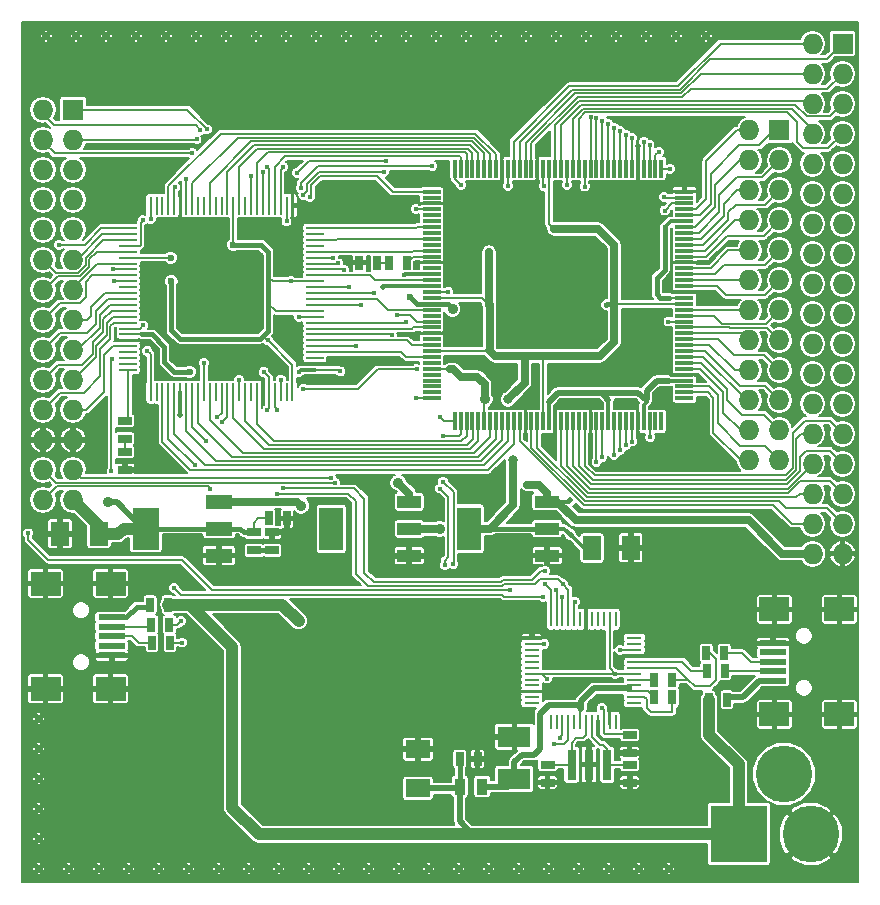
<source format=gtl>
G04 #@! TF.FileFunction,Copper,L1,Top,Signal*
%FSLAX46Y46*%
G04 Gerber Fmt 4.6, Leading zero omitted, Abs format (unit mm)*
G04 Created by KiCad (PCBNEW 0.201509020901+6148~28~ubuntu14.04.1-product) date Tue 20 Oct 2015 11:08:51 PM COT*
%MOMM*%
G01*
G04 APERTURE LIST*
%ADD10C,0.100000*%
%ADD11R,0.635000X1.143000*%
%ADD12R,1.524000X2.032000*%
%ADD13R,1.143000X0.635000*%
%ADD14R,2.235200X1.219200*%
%ADD15R,2.235200X3.606800*%
%ADD16R,1.550000X0.300000*%
%ADD17R,0.300000X1.550000*%
%ADD18R,1.500000X0.280000*%
%ADD19R,0.280000X1.500000*%
%ADD20R,2.032000X3.657600*%
%ADD21R,2.032000X1.016000*%
%ADD22R,1.727200X1.727200*%
%ADD23O,1.727200X1.727200*%
%ADD24R,2.794000X1.778000*%
%ADD25R,1.300000X0.250000*%
%ADD26R,0.250000X1.300000*%
%ADD27R,0.889000X1.397000*%
%ADD28R,2.032000X1.524000*%
%ADD29R,2.301240X0.500380*%
%ADD30R,2.499360X1.998980*%
%ADD31C,4.800600*%
%ADD32R,4.800600X4.800600*%
%ADD33R,0.800000X2.600000*%
%ADD34C,0.508000*%
%ADD35C,0.400000*%
%ADD36C,0.600000*%
%ADD37C,0.900000*%
%ADD38C,0.500000*%
%ADD39C,1.000000*%
%ADD40C,0.700000*%
%ADD41C,0.800000*%
%ADD42C,0.200000*%
%ADD43C,0.400000*%
%ADD44C,1.000000*%
%ADD45C,0.500000*%
%ADD46C,0.300000*%
%ADD47C,0.700000*%
G04 APERTURE END LIST*
D10*
D11*
X40813800Y-108224900D03*
X42337800Y-108224900D03*
D12*
X26412000Y-109520300D03*
X23110000Y-109520300D03*
D13*
X39537600Y-109405600D03*
X39537600Y-110929600D03*
X28580000Y-99938000D03*
X28580000Y-101462000D03*
X41042400Y-109393300D03*
X41042400Y-110917300D03*
X28610000Y-104112000D03*
X28610000Y-102588000D03*
D14*
X36588800Y-111366000D03*
X36588800Y-109080000D03*
X36588800Y-106794000D03*
D15*
X30391200Y-109080000D03*
D16*
X54580000Y-80550000D03*
X54580000Y-81050000D03*
X54580000Y-81550000D03*
X54580000Y-82050000D03*
X54580000Y-82550000D03*
X54580000Y-83050000D03*
X54580000Y-83550000D03*
X54580000Y-84050000D03*
X54580000Y-84550000D03*
X54580000Y-85050000D03*
X54580000Y-85550000D03*
X54580000Y-86050000D03*
X54580000Y-86550000D03*
X54580000Y-87050000D03*
X54580000Y-87550000D03*
X54580000Y-88050000D03*
X54580000Y-88550000D03*
X54580000Y-89050000D03*
X54580000Y-89550000D03*
X54580000Y-90050000D03*
X54580000Y-90550000D03*
X54580000Y-91050000D03*
X54580000Y-91550000D03*
X54580000Y-92050000D03*
X54580000Y-92550000D03*
X54580000Y-93050000D03*
X54580000Y-93550000D03*
X54580000Y-94050000D03*
X54580000Y-94550000D03*
X54580000Y-95050000D03*
X54580000Y-95550000D03*
X54580000Y-96050000D03*
X54580000Y-96550000D03*
X54580000Y-97050000D03*
X54580000Y-97550000D03*
X54580000Y-98050000D03*
D17*
X56530000Y-100000000D03*
X57030000Y-100000000D03*
X57530000Y-100000000D03*
X58030000Y-100000000D03*
X58530000Y-100000000D03*
X59030000Y-100000000D03*
X59530000Y-100000000D03*
X60030000Y-100000000D03*
X60530000Y-100000000D03*
X61030000Y-100000000D03*
X61530000Y-100000000D03*
X62030000Y-100000000D03*
X62530000Y-100000000D03*
X63030000Y-100000000D03*
X63530000Y-100000000D03*
X64030000Y-100000000D03*
X64530000Y-100000000D03*
X65030000Y-100000000D03*
X65530000Y-100000000D03*
X66030000Y-100000000D03*
X66530000Y-100000000D03*
X67030000Y-100000000D03*
X67530000Y-100000000D03*
X68030000Y-100000000D03*
X68530000Y-100000000D03*
X69030000Y-100000000D03*
X69530000Y-100000000D03*
X70030000Y-100000000D03*
X70530000Y-100000000D03*
X71030000Y-100000000D03*
X71530000Y-100000000D03*
X72030000Y-100000000D03*
X72530000Y-100000000D03*
X73030000Y-100000000D03*
X73530000Y-100000000D03*
X74030000Y-100000000D03*
D16*
X75980000Y-98050000D03*
X75980000Y-97550000D03*
X75980000Y-97050000D03*
X75980000Y-96550000D03*
X75980000Y-96050000D03*
X75980000Y-95550000D03*
X75980000Y-95050000D03*
X75980000Y-94550000D03*
X75980000Y-94050000D03*
X75980000Y-93550000D03*
X75980000Y-93050000D03*
X75980000Y-92550000D03*
X75980000Y-92050000D03*
X75980000Y-91550000D03*
X75980000Y-91050000D03*
X75980000Y-90550000D03*
X75980000Y-90050000D03*
X75980000Y-89550000D03*
X75980000Y-89050000D03*
X75980000Y-88550000D03*
X75980000Y-88050000D03*
X75980000Y-87550000D03*
X75980000Y-87050000D03*
X75980000Y-86550000D03*
X75980000Y-86050000D03*
X75980000Y-85550000D03*
X75980000Y-85050000D03*
X75980000Y-84550000D03*
X75980000Y-84050000D03*
X75980000Y-83550000D03*
X75980000Y-83050000D03*
X75980000Y-82550000D03*
X75980000Y-82050000D03*
X75980000Y-81550000D03*
X75980000Y-81050000D03*
X75980000Y-80550000D03*
D17*
X74030000Y-78600000D03*
X73530000Y-78600000D03*
X73030000Y-78600000D03*
X72530000Y-78600000D03*
X72030000Y-78600000D03*
X71530000Y-78600000D03*
X71030000Y-78600000D03*
X70530000Y-78600000D03*
X70030000Y-78600000D03*
X69530000Y-78600000D03*
X69030000Y-78600000D03*
X68530000Y-78600000D03*
X68030000Y-78600000D03*
X67530000Y-78600000D03*
X67030000Y-78600000D03*
X66530000Y-78600000D03*
X66030000Y-78600000D03*
X65530000Y-78600000D03*
X65030000Y-78600000D03*
X64530000Y-78600000D03*
X64030000Y-78600000D03*
X63530000Y-78600000D03*
X63030000Y-78600000D03*
X62530000Y-78600000D03*
X62030000Y-78600000D03*
X61530000Y-78600000D03*
X61030000Y-78600000D03*
X60530000Y-78600000D03*
X60030000Y-78600000D03*
X59530000Y-78600000D03*
X59030000Y-78600000D03*
X58530000Y-78600000D03*
X58030000Y-78600000D03*
X57530000Y-78600000D03*
X57030000Y-78600000D03*
X56530000Y-78600000D03*
D18*
X44690000Y-95640000D03*
X44690000Y-95140000D03*
X44690000Y-94640000D03*
X44690000Y-94140000D03*
X44690000Y-93640000D03*
X44690000Y-93140000D03*
X44690000Y-92640000D03*
X44690000Y-92140000D03*
X44690000Y-91640000D03*
X44690000Y-91140000D03*
X44690000Y-90640000D03*
X44690000Y-90140000D03*
X44690000Y-89640000D03*
X44690000Y-89140000D03*
X44690000Y-88640000D03*
X44690000Y-88140000D03*
X44690000Y-87640000D03*
X44690000Y-87140000D03*
X44690000Y-86640000D03*
X44690000Y-86140000D03*
X44690000Y-85640000D03*
X44690000Y-85140000D03*
X44690000Y-84640000D03*
X44690000Y-84140000D03*
X44690000Y-83640000D03*
D19*
X42790000Y-81740000D03*
X42290000Y-81740000D03*
X41790000Y-81740000D03*
X41290000Y-81740000D03*
X40790000Y-81740000D03*
X40290000Y-81740000D03*
X39790000Y-81740000D03*
X39290000Y-81740000D03*
X38790000Y-81740000D03*
X38290000Y-81740000D03*
X37790000Y-81740000D03*
X37290000Y-81740000D03*
X36790000Y-81740000D03*
X36290000Y-81740000D03*
X35790000Y-81740000D03*
X35290000Y-81740000D03*
X34790000Y-81740000D03*
X34290000Y-81740000D03*
X33790000Y-81740000D03*
X33290000Y-81740000D03*
X32790000Y-81740000D03*
X32290000Y-81740000D03*
X31790000Y-81740000D03*
X31290000Y-81740000D03*
X30790000Y-81740000D03*
D18*
X28890000Y-83640000D03*
X28890000Y-84140000D03*
X28890000Y-84640000D03*
X28890000Y-85140000D03*
X28890000Y-85640000D03*
X28890000Y-86140000D03*
X28890000Y-86640000D03*
X28890000Y-87140000D03*
X28890000Y-87640000D03*
X28890000Y-88140000D03*
X28890000Y-88640000D03*
X28890000Y-89140000D03*
X28890000Y-89640000D03*
X28890000Y-90140000D03*
X28890000Y-90640000D03*
X28890000Y-91140000D03*
X28890000Y-91640000D03*
X28890000Y-92140000D03*
X28890000Y-92640000D03*
X28890000Y-93140000D03*
X28890000Y-93640000D03*
X28890000Y-94140000D03*
X28890000Y-94640000D03*
X28890000Y-95140000D03*
X28890000Y-95640000D03*
D19*
X30790000Y-97540000D03*
X31290000Y-97540000D03*
X31790000Y-97540000D03*
X32290000Y-97540000D03*
X32790000Y-97540000D03*
X33290000Y-97540000D03*
X33790000Y-97540000D03*
X34290000Y-97540000D03*
X34790000Y-97540000D03*
X35290000Y-97540000D03*
X35790000Y-97540000D03*
X36290000Y-97540000D03*
X36790000Y-97540000D03*
X37290000Y-97540000D03*
X37790000Y-97540000D03*
X38290000Y-97540000D03*
X38790000Y-97540000D03*
X39290000Y-97540000D03*
X39790000Y-97540000D03*
X40290000Y-97540000D03*
X40790000Y-97540000D03*
X41290000Y-97540000D03*
X41790000Y-97540000D03*
X42290000Y-97540000D03*
X42790000Y-97540000D03*
D12*
X68149000Y-110720000D03*
X71451000Y-110720000D03*
D20*
X57748000Y-109080000D03*
D21*
X64352000Y-109080000D03*
X64352000Y-106794000D03*
X64352000Y-111366000D03*
D20*
X46068000Y-109110000D03*
D21*
X52672000Y-109110000D03*
X52672000Y-106824000D03*
X52672000Y-111396000D03*
D22*
X89370000Y-68020000D03*
D23*
X86830000Y-68020000D03*
X89370000Y-70560000D03*
X86830000Y-70560000D03*
X89370000Y-73100000D03*
X86830000Y-73100000D03*
X89370000Y-75640000D03*
X86830000Y-75640000D03*
X89370000Y-78180000D03*
X86830000Y-78180000D03*
X89370000Y-80720000D03*
X86830000Y-80720000D03*
X89370000Y-83260000D03*
X86830000Y-83260000D03*
X89370000Y-85800000D03*
X86830000Y-85800000D03*
X89370000Y-88340000D03*
X86830000Y-88340000D03*
X89370000Y-90880000D03*
X86830000Y-90880000D03*
X89370000Y-93420000D03*
X86830000Y-93420000D03*
X89370000Y-95960000D03*
X86830000Y-95960000D03*
X89370000Y-98500000D03*
X86830000Y-98500000D03*
X89370000Y-101040000D03*
X86830000Y-101040000D03*
X89370000Y-103580000D03*
X86830000Y-103580000D03*
X89370000Y-106120000D03*
X86830000Y-106120000D03*
X89370000Y-108660000D03*
X86830000Y-108660000D03*
X89370000Y-111200000D03*
X86830000Y-111200000D03*
D22*
X84020000Y-75370000D03*
D23*
X81480000Y-75370000D03*
X84020000Y-77910000D03*
X81480000Y-77910000D03*
X84020000Y-80450000D03*
X81480000Y-80450000D03*
X84020000Y-82990000D03*
X81480000Y-82990000D03*
X84020000Y-85530000D03*
X81480000Y-85530000D03*
X84020000Y-88070000D03*
X81480000Y-88070000D03*
X84020000Y-90610000D03*
X81480000Y-90610000D03*
X84020000Y-93150000D03*
X81480000Y-93150000D03*
X84020000Y-95690000D03*
X81480000Y-95690000D03*
X84020000Y-98230000D03*
X81480000Y-98230000D03*
X84020000Y-100770000D03*
X81480000Y-100770000D03*
X84020000Y-103310000D03*
X81480000Y-103310000D03*
D22*
X24220000Y-73620000D03*
D23*
X21680000Y-73620000D03*
X24220000Y-76160000D03*
X21680000Y-76160000D03*
X24220000Y-78700000D03*
X21680000Y-78700000D03*
X24220000Y-81240000D03*
X21680000Y-81240000D03*
X24220000Y-83780000D03*
X21680000Y-83780000D03*
X24220000Y-86320000D03*
X21680000Y-86320000D03*
X24220000Y-88860000D03*
X21680000Y-88860000D03*
X24220000Y-91400000D03*
X21680000Y-91400000D03*
X24220000Y-93940000D03*
X21680000Y-93940000D03*
X24220000Y-96480000D03*
X21680000Y-96480000D03*
X24220000Y-99020000D03*
X21680000Y-99020000D03*
X24220000Y-101560000D03*
X21680000Y-101560000D03*
X24220000Y-104100000D03*
X21680000Y-104100000D03*
X24220000Y-106640000D03*
X21680000Y-106640000D03*
D11*
X52452000Y-86560000D03*
X50928000Y-86560000D03*
X48468000Y-86560000D03*
X49992000Y-86560000D03*
X56948000Y-128580000D03*
X58472000Y-128580000D03*
D24*
X61580000Y-130278000D03*
X61580000Y-126722000D03*
D13*
X71340000Y-126568000D03*
X71340000Y-128092000D03*
X64400000Y-130582000D03*
X64400000Y-129058000D03*
X71350000Y-130592000D03*
X71350000Y-129068000D03*
D25*
X71750000Y-123860000D03*
X71750000Y-123360000D03*
X71750000Y-122860000D03*
X71750000Y-122360000D03*
X71750000Y-121860000D03*
X71750000Y-121360000D03*
X71750000Y-120860000D03*
X71750000Y-120360000D03*
X71750000Y-119860000D03*
X71750000Y-119360000D03*
X71750000Y-118860000D03*
X71750000Y-118360000D03*
D26*
X70150000Y-116760000D03*
X69650000Y-116760000D03*
X69150000Y-116760000D03*
X68650000Y-116760000D03*
X68150000Y-116760000D03*
X67650000Y-116760000D03*
X67150000Y-116760000D03*
X66650000Y-116760000D03*
X66150000Y-116760000D03*
X65650000Y-116760000D03*
X65150000Y-116760000D03*
X64650000Y-116760000D03*
D25*
X63050000Y-118360000D03*
X63050000Y-118860000D03*
X63050000Y-119360000D03*
X63050000Y-119860000D03*
X63050000Y-120360000D03*
X63050000Y-120860000D03*
X63050000Y-121360000D03*
X63050000Y-121860000D03*
X63050000Y-122360000D03*
X63050000Y-122860000D03*
X63050000Y-123360000D03*
X63050000Y-123860000D03*
D26*
X64650000Y-125460000D03*
X65150000Y-125460000D03*
X65650000Y-125460000D03*
X66150000Y-125460000D03*
X66650000Y-125460000D03*
X67150000Y-125460000D03*
X67650000Y-125460000D03*
X68150000Y-125460000D03*
X68650000Y-125460000D03*
X69150000Y-125460000D03*
X69650000Y-125460000D03*
X70150000Y-125460000D03*
D27*
X56957500Y-130920000D03*
X58862500Y-130920000D03*
D11*
X79402000Y-121130000D03*
X77878000Y-121130000D03*
X79362000Y-119620000D03*
X77838000Y-119620000D03*
X73438000Y-123380000D03*
X74962000Y-123380000D03*
X74942000Y-121870000D03*
X73418000Y-121870000D03*
D28*
X53420000Y-131071000D03*
X53420000Y-127769000D03*
D29*
X83500680Y-121970200D03*
X83500680Y-121170100D03*
X83500680Y-120370000D03*
X83500680Y-119569900D03*
X83500680Y-118769800D03*
D30*
X83599740Y-124820080D03*
X89098840Y-124820080D03*
X83599740Y-115919920D03*
X89098840Y-115919920D03*
D11*
X79582000Y-123580000D03*
X78058000Y-123580000D03*
D31*
X86680000Y-134950000D03*
D32*
X80584000Y-134950000D03*
D31*
X84394000Y-129870000D03*
D11*
X30758000Y-115530000D03*
X32282000Y-115530000D03*
D29*
X27489320Y-116589800D03*
X27489320Y-117389900D03*
X27489320Y-118190000D03*
X27489320Y-118990100D03*
X27489320Y-119790200D03*
D30*
X27390260Y-113739920D03*
X21891160Y-113739920D03*
X27390260Y-122640080D03*
X21891160Y-122640080D03*
D11*
X30858000Y-117210000D03*
X32382000Y-117210000D03*
X30898000Y-118730000D03*
X32422000Y-118730000D03*
D33*
X67920000Y-129060000D03*
X66420000Y-129060000D03*
X69420000Y-129060000D03*
D34*
X21315000Y-137875000D03*
X46715000Y-137875000D03*
X36555000Y-137875000D03*
X56875000Y-137875000D03*
X61955000Y-137875000D03*
X28935000Y-137875000D03*
X34015000Y-137875000D03*
X64495000Y-137875000D03*
X67035000Y-137875000D03*
X31475000Y-137875000D03*
X69575000Y-137875000D03*
X23855000Y-137875000D03*
X54335000Y-137875000D03*
X51795000Y-137875000D03*
X26395000Y-137875000D03*
X59415000Y-137875000D03*
X44175000Y-137875000D03*
X41635000Y-137875000D03*
X39095000Y-137875000D03*
X49255000Y-137875000D03*
X21950000Y-67390000D03*
X27030000Y-67390000D03*
X44810000Y-67390000D03*
X29570000Y-67390000D03*
X42270000Y-67390000D03*
X47350000Y-67390000D03*
X32110000Y-67390000D03*
X49890000Y-67390000D03*
X34650000Y-67390000D03*
X39730000Y-67390000D03*
X21315000Y-125175000D03*
X21315000Y-130255000D03*
X72115000Y-137875000D03*
X74655000Y-137875000D03*
X21315000Y-135335000D03*
X21315000Y-132795000D03*
X21315000Y-127715000D03*
X37190000Y-67390000D03*
X24490000Y-67390000D03*
X52430000Y-67390000D03*
X54970000Y-67390000D03*
X57510000Y-67390000D03*
X60050000Y-67390000D03*
X65130000Y-67390000D03*
X62590000Y-67390000D03*
X67670000Y-67390000D03*
X70210000Y-67390000D03*
X75290000Y-67390000D03*
X72750000Y-67390000D03*
X77830000Y-67390000D03*
D35*
X40690000Y-93100000D03*
X42670000Y-88110000D03*
D36*
X32550000Y-88140000D03*
X32470000Y-86140000D03*
D35*
X35290000Y-93010000D03*
X40760000Y-90040000D03*
D36*
X37790000Y-85040000D03*
D35*
X35290000Y-95050000D03*
D37*
X27160000Y-106840000D03*
D35*
X30790000Y-82870000D03*
X42290000Y-83070000D03*
X43340000Y-91140000D03*
X41790000Y-96460000D03*
X30040000Y-92640000D03*
X38290000Y-96490000D03*
X46850000Y-95780000D03*
D36*
X34100000Y-95810000D03*
D35*
X43330000Y-95820000D03*
D38*
X64880000Y-101780000D03*
D35*
X74252000Y-88435000D03*
X56472000Y-92499000D03*
X56853000Y-86530000D03*
X39581000Y-95420000D03*
X62500000Y-98300000D03*
X49230000Y-86560000D03*
D38*
X43350000Y-94980000D03*
X74440000Y-95640000D03*
X75340000Y-100240000D03*
X72030000Y-76700000D03*
D37*
X51760000Y-105200000D03*
X43540000Y-107140000D03*
D39*
X43310000Y-116900000D03*
D35*
X41490000Y-99010000D03*
X40343000Y-95801000D03*
X40660000Y-99010000D03*
X52250000Y-87600000D03*
X27610000Y-87140000D03*
X43190000Y-78950000D03*
X50680000Y-77960000D03*
X30110000Y-91880000D03*
X43720000Y-80820000D03*
X50520000Y-78900000D03*
X51650000Y-91020000D03*
D40*
X62680000Y-105370000D03*
D38*
X66290000Y-106700000D03*
D37*
X59080000Y-98120000D03*
X55260000Y-109090000D03*
D35*
X72780000Y-98140000D03*
D37*
X56345000Y-90467000D03*
D35*
X64050000Y-80070000D03*
X66050000Y-80000000D03*
X67530000Y-80120000D03*
X61040000Y-80060000D03*
X57080000Y-80000000D03*
X53230000Y-82050000D03*
X56000000Y-89050000D03*
D40*
X56140000Y-95600000D03*
D35*
X53270000Y-98050000D03*
X69530000Y-98160000D03*
X74660000Y-96550000D03*
X74630000Y-91550000D03*
X74650000Y-89560000D03*
D38*
X64530000Y-98330000D03*
D35*
X74330000Y-83540000D03*
D36*
X52770000Y-89480000D03*
D38*
X66350000Y-109620000D03*
D36*
X59440000Y-85650000D03*
D35*
X59440000Y-90140000D03*
X59480000Y-93660000D03*
X64040000Y-94470000D03*
X64920000Y-83710000D03*
X69330000Y-90160000D03*
D41*
X61460000Y-103270000D03*
X61044900Y-98141100D03*
D35*
X55260000Y-99620000D03*
X55500000Y-101200000D03*
X68530000Y-103420000D03*
X69030000Y-103000000D03*
X70030000Y-102830000D03*
X70530000Y-102450000D03*
X71030000Y-102030000D03*
X71530000Y-101710000D03*
X73100000Y-101350000D03*
X73030000Y-76630000D03*
X72530000Y-76330000D03*
X71530000Y-76020000D03*
X71030000Y-75730000D03*
X70530000Y-75420000D03*
X70030000Y-75130000D03*
X69530000Y-74830000D03*
X69030000Y-74540000D03*
X68530000Y-74340000D03*
X68030000Y-74260000D03*
X35550000Y-75290000D03*
X47620000Y-88620000D03*
X34670000Y-76120000D03*
X46690000Y-86630000D03*
X46250000Y-86130000D03*
X34310000Y-77300000D03*
X47170000Y-87160000D03*
X35000000Y-75310000D03*
X46080000Y-104780000D03*
X48620000Y-90140000D03*
X49740000Y-89140000D03*
X46370000Y-105200000D03*
X48210000Y-93640000D03*
X35850000Y-105740000D03*
X40650000Y-78430000D03*
X42010000Y-78460000D03*
X39290000Y-79260000D03*
X40290000Y-78870000D03*
X32870000Y-80190000D03*
X33790000Y-79470000D03*
X65650000Y-114870000D03*
X65140000Y-114280000D03*
X23020000Y-85050000D03*
X20430000Y-109490000D03*
X61200000Y-114280000D03*
X30510000Y-94060000D03*
X53300000Y-95590000D03*
X43720000Y-97250000D03*
X43500000Y-80220000D03*
X54640000Y-78370000D03*
X73800000Y-77210000D03*
X64180000Y-112650000D03*
X64190000Y-113780000D03*
X35510000Y-101690000D03*
X41980000Y-105670000D03*
X74770000Y-78610000D03*
X65710000Y-113800000D03*
X34510000Y-103680000D03*
X41510000Y-106130000D03*
X74260000Y-81000000D03*
X74310000Y-82150000D03*
D38*
X33290000Y-99440000D03*
X50490000Y-88650000D03*
D35*
X67260000Y-124320000D03*
X68980000Y-124300000D03*
X70120000Y-121360000D03*
X64350000Y-121780000D03*
X70520000Y-119370000D03*
X66700000Y-115280000D03*
X64020000Y-114850000D03*
X32760000Y-114110000D03*
X27470000Y-104240000D03*
X27550000Y-94700000D03*
X27710000Y-88130000D03*
X64130000Y-118850000D03*
X56420000Y-112080000D03*
X55530000Y-105100000D03*
X52400000Y-91630000D03*
X65410000Y-126790000D03*
X64960000Y-127340000D03*
X55690000Y-112200000D03*
X51190000Y-92670000D03*
X55280000Y-105690000D03*
X33340000Y-116920000D03*
X36390000Y-99660000D03*
X33430000Y-118730000D03*
X36870000Y-100040000D03*
X44260000Y-81000000D03*
X30140000Y-82970000D03*
D42*
X40690000Y-93100000D02*
X40680000Y-93100000D01*
X40680000Y-93100000D02*
X40330000Y-92750000D01*
X42790000Y-97540000D02*
X42790000Y-95200000D01*
X42790000Y-95200000D02*
X40690000Y-93100000D01*
X42670000Y-88110000D02*
X41130000Y-88110000D01*
X41130000Y-88110000D02*
X40760000Y-87740000D01*
X44690000Y-88140000D02*
X42700000Y-88140000D01*
X42700000Y-88140000D02*
X42670000Y-88110000D01*
D43*
X35290000Y-93010000D02*
X33260000Y-93010000D01*
X32550000Y-92300000D02*
X32550000Y-88140000D01*
X33260000Y-93010000D02*
X32550000Y-92300000D01*
X40760000Y-90040000D02*
X40760000Y-92320000D01*
X40760000Y-92320000D02*
X40330000Y-92750000D01*
X40070000Y-93010000D02*
X35290000Y-93010000D01*
X40330000Y-92750000D02*
X40070000Y-93010000D01*
X40110000Y-85040000D02*
X40760000Y-85690000D01*
X37790000Y-85040000D02*
X40110000Y-85040000D01*
X40760000Y-85690000D02*
X40760000Y-87740000D01*
X40760000Y-87740000D02*
X40760000Y-90040000D01*
D42*
X28890000Y-86140000D02*
X32470000Y-86140000D01*
X41360000Y-90640000D02*
X40760000Y-90040000D01*
X44690000Y-90640000D02*
X41360000Y-90640000D01*
X37790000Y-81740000D02*
X37790000Y-85040000D01*
X35290000Y-97540000D02*
X35290000Y-95050000D01*
D44*
X26412000Y-109520300D02*
X26412000Y-108832000D01*
X26412000Y-108832000D02*
X24220000Y-106640000D01*
D45*
X30391200Y-109080000D02*
X30180000Y-109080000D01*
X30180000Y-109080000D02*
X27940000Y-106840000D01*
X27940000Y-106840000D02*
X27160000Y-106840000D01*
D43*
X30391200Y-109080000D02*
X36588800Y-109080000D01*
D42*
X40813800Y-108224900D02*
X39899400Y-108224900D01*
X39537600Y-108586700D02*
X39537600Y-109405600D01*
X39899400Y-108224900D02*
X39537600Y-108586700D01*
D44*
X26412000Y-109520300D02*
X28050300Y-109520300D01*
D43*
X28499000Y-109080000D02*
X28494800Y-109075800D01*
D44*
X28499000Y-109080000D02*
X30391200Y-109080000D01*
X28050300Y-109520300D02*
X28494800Y-109075800D01*
D43*
X39537600Y-109405600D02*
X38692500Y-109405600D01*
X38692500Y-109405600D02*
X38362700Y-109075800D01*
X38358500Y-109080000D02*
X36588800Y-109080000D01*
X38358500Y-109080000D02*
X38362700Y-109075800D01*
X30391200Y-109080000D02*
X29608200Y-109080000D01*
X30391200Y-109080000D02*
X29616600Y-109080000D01*
D42*
X30790000Y-81740000D02*
X30790000Y-82870000D01*
X42290000Y-81740000D02*
X42290000Y-83070000D01*
X44690000Y-91140000D02*
X43340000Y-91140000D01*
X41790000Y-97540000D02*
X41790000Y-96460000D01*
X28890000Y-92640000D02*
X30040000Y-92640000D01*
X38290000Y-97540000D02*
X38290000Y-96490000D01*
X46710000Y-95640000D02*
X46850000Y-95780000D01*
X44690000Y-95640000D02*
X46710000Y-95640000D01*
D43*
X30920000Y-92640000D02*
X31960000Y-93680000D01*
X31960000Y-93680000D02*
X31960000Y-94980000D01*
X31960000Y-94980000D02*
X32790000Y-95810000D01*
X32790000Y-95810000D02*
X34100000Y-95810000D01*
X30040000Y-92640000D02*
X30920000Y-92640000D01*
D46*
X43330000Y-95820000D02*
X43510000Y-95640000D01*
X43510000Y-95640000D02*
X44690000Y-95640000D01*
D42*
X28890000Y-95640000D02*
X28890000Y-99628000D01*
X28890000Y-99628000D02*
X28580000Y-99938000D01*
D46*
X65030000Y-100000000D02*
X65030000Y-101630000D01*
X65030000Y-101630000D02*
X64880000Y-101780000D01*
D42*
X75980000Y-89050000D02*
X74867000Y-89050000D01*
X74867000Y-89050000D02*
X74252000Y-88435000D01*
X54580000Y-92550000D02*
X56421000Y-92550000D01*
X56421000Y-92550000D02*
X56472000Y-92499000D01*
X54580000Y-86550000D02*
X56833000Y-86550000D01*
X56833000Y-86550000D02*
X56853000Y-86530000D01*
X40290000Y-97540000D02*
X40290000Y-96510000D01*
X39581000Y-95801000D02*
X39581000Y-95420000D01*
X40290000Y-96510000D02*
X39581000Y-95801000D01*
X62530000Y-98330000D02*
X62500000Y-98300000D01*
X62530000Y-100000000D02*
X62530000Y-98330000D01*
X48468000Y-86560000D02*
X49230000Y-86560000D01*
D46*
X43510000Y-95140000D02*
X43350000Y-94980000D01*
X44690000Y-95140000D02*
X43510000Y-95140000D01*
X74850000Y-96050000D02*
X74440000Y-95640000D01*
X75980000Y-96050000D02*
X74850000Y-96050000D01*
X75340000Y-100240000D02*
X75340000Y-100250000D01*
X72030000Y-78600000D02*
X72030000Y-76700000D01*
D47*
X52672000Y-106112000D02*
X52672000Y-106824000D01*
X51760000Y-105200000D02*
X52672000Y-106112000D01*
X43194000Y-106794000D02*
X43540000Y-107140000D01*
D43*
X56957500Y-130920000D02*
X56957500Y-128589500D01*
X56957500Y-128589500D02*
X56948000Y-128580000D01*
D44*
X80584000Y-129044000D02*
X78058000Y-126518000D01*
X78058000Y-126518000D02*
X78058000Y-123580000D01*
X80584000Y-134950000D02*
X80584000Y-129044000D01*
X34110000Y-115530000D02*
X32282000Y-115530000D01*
X37710000Y-119130000D02*
X34110000Y-115530000D01*
X37710000Y-132730000D02*
X37710000Y-119130000D01*
X39930000Y-134950000D02*
X37710000Y-132730000D01*
X58030000Y-134950000D02*
X39930000Y-134950000D01*
X80584000Y-134950000D02*
X58030000Y-134950000D01*
X41940000Y-115530000D02*
X43310000Y-116900000D01*
X32282000Y-115530000D02*
X41940000Y-115530000D01*
D47*
X36588800Y-106794000D02*
X43194000Y-106794000D01*
D45*
X56957500Y-133877500D02*
X58030000Y-134950000D01*
X56957500Y-130920000D02*
X56957500Y-133877500D01*
X56806500Y-131071000D02*
X56957500Y-130920000D01*
X53420000Y-131071000D02*
X56806500Y-131071000D01*
D42*
X41290000Y-98810000D02*
X41490000Y-99010000D01*
X41290000Y-97540000D02*
X41290000Y-98810000D01*
X40790000Y-97540000D02*
X40790000Y-96248000D01*
X40790000Y-96248000D02*
X40343000Y-95801000D01*
X40790000Y-98880000D02*
X40660000Y-99010000D01*
X40790000Y-97540000D02*
X40790000Y-98880000D01*
D43*
X39537600Y-110929600D02*
X41030100Y-110929600D01*
X41030100Y-110929600D02*
X41042400Y-110917300D01*
D42*
X28580000Y-101462000D02*
X28580000Y-102558000D01*
X28580000Y-102558000D02*
X28610000Y-102588000D01*
X44690000Y-94140000D02*
X52020000Y-94140000D01*
X52430000Y-94550000D02*
X54580000Y-94550000D01*
X52020000Y-94140000D02*
X52430000Y-94550000D01*
X44690000Y-93140000D02*
X52480000Y-93140000D01*
X52890000Y-93550000D02*
X54580000Y-93550000D01*
X52480000Y-93140000D02*
X52890000Y-93550000D01*
X44690000Y-92140000D02*
X52930000Y-92140000D01*
X53020000Y-92050000D02*
X54580000Y-92050000D01*
X52930000Y-92140000D02*
X53020000Y-92050000D01*
X44690000Y-89640000D02*
X49970000Y-89640000D01*
X50880000Y-90550000D02*
X54580000Y-90550000D01*
X49970000Y-89640000D02*
X50880000Y-90550000D01*
X49340000Y-87640000D02*
X49750000Y-88050000D01*
X49750000Y-88050000D02*
X54580000Y-88050000D01*
X44690000Y-87640000D02*
X49340000Y-87640000D01*
X44690000Y-85640000D02*
X52900000Y-85640000D01*
X52990000Y-85550000D02*
X54580000Y-85550000D01*
X52900000Y-85640000D02*
X52990000Y-85550000D01*
X54580000Y-84550000D02*
X46560000Y-84550000D01*
X46470000Y-84640000D02*
X44690000Y-84640000D01*
X46560000Y-84550000D02*
X46470000Y-84640000D01*
X44690000Y-83640000D02*
X53220000Y-83640000D01*
X53310000Y-83550000D02*
X54580000Y-83550000D01*
X53220000Y-83640000D02*
X53310000Y-83550000D01*
X41290000Y-81740000D02*
X41290000Y-78430000D01*
X57030000Y-77650000D02*
X57030000Y-78600000D01*
X56900000Y-77520000D02*
X57030000Y-77650000D01*
X42200000Y-77520000D02*
X56900000Y-77520000D01*
X41290000Y-78430000D02*
X42200000Y-77520000D01*
X39790000Y-81740000D02*
X39790000Y-78150000D01*
X57530000Y-77370000D02*
X57530000Y-78600000D01*
X57380000Y-77220000D02*
X57530000Y-77370000D01*
X40720000Y-77220000D02*
X57380000Y-77220000D01*
X39790000Y-78150000D02*
X40720000Y-77220000D01*
X38290000Y-81740000D02*
X38290000Y-78440000D01*
X58030000Y-77290000D02*
X58030000Y-78600000D01*
X57650000Y-76910000D02*
X58030000Y-77290000D01*
X39820000Y-76910000D02*
X57650000Y-76910000D01*
X38290000Y-78440000D02*
X39820000Y-76910000D01*
X37290000Y-81740000D02*
X37290000Y-78890000D01*
X58530000Y-77290000D02*
X58530000Y-78600000D01*
X57850000Y-76610000D02*
X58530000Y-77290000D01*
X39570000Y-76610000D02*
X57850000Y-76610000D01*
X37290000Y-78890000D02*
X39570000Y-76610000D01*
X35790000Y-81740000D02*
X35790000Y-79810000D01*
X59030000Y-77290000D02*
X59030000Y-78600000D01*
X58030000Y-76290000D02*
X59030000Y-77290000D01*
X39310000Y-76290000D02*
X58030000Y-76290000D01*
X35790000Y-79810000D02*
X39310000Y-76290000D01*
X34290000Y-81740000D02*
X34290000Y-79840000D01*
X59530000Y-77330000D02*
X59530000Y-78600000D01*
X58170000Y-75970000D02*
X59530000Y-77330000D01*
X38160000Y-75970000D02*
X58170000Y-75970000D01*
X34290000Y-79840000D02*
X38160000Y-75970000D01*
X32290000Y-81740000D02*
X32290000Y-80090000D01*
X60030000Y-77370000D02*
X60030000Y-78600000D01*
X58290000Y-75630000D02*
X60030000Y-77370000D01*
X36750000Y-75630000D02*
X58290000Y-75630000D01*
X32290000Y-80090000D02*
X36750000Y-75630000D01*
D46*
X52300000Y-87550000D02*
X52250000Y-87600000D01*
X54580000Y-87550000D02*
X52300000Y-87550000D01*
D42*
X43190000Y-78950000D02*
X44180000Y-77960000D01*
X44180000Y-77960000D02*
X50680000Y-77960000D01*
X28890000Y-87140000D02*
X27610000Y-87140000D01*
X29850000Y-92140000D02*
X30110000Y-91880000D01*
X43720000Y-80820000D02*
X44040000Y-80500000D01*
X44040000Y-80500000D02*
X44040000Y-79870000D01*
X44040000Y-79870000D02*
X45010000Y-78900000D01*
X45010000Y-78900000D02*
X50520000Y-78900000D01*
X28890000Y-92140000D02*
X29850000Y-92140000D01*
X53300000Y-91550000D02*
X54580000Y-91550000D01*
X52740000Y-90990000D02*
X53300000Y-91550000D01*
X51680000Y-90990000D02*
X52740000Y-90990000D01*
X51650000Y-91020000D02*
X51680000Y-90990000D01*
X31790000Y-101760000D02*
X34136008Y-104106008D01*
X34136008Y-104106008D02*
X59329696Y-104106008D01*
X31790000Y-97540000D02*
X31790000Y-101760000D01*
X59329696Y-104106008D02*
X61530000Y-101905704D01*
X61530000Y-101905704D02*
X61530000Y-100000000D01*
X32790000Y-101110000D02*
X32790000Y-97540000D01*
X61030000Y-100000000D02*
X61030000Y-101652852D01*
X61030000Y-101652852D02*
X58975846Y-103707006D01*
X58975846Y-103707006D02*
X35387006Y-103707006D01*
X35387006Y-103707006D02*
X32790000Y-101110000D01*
X33790000Y-100800000D02*
X36348004Y-103358004D01*
X36348004Y-103358004D02*
X58731996Y-103358004D01*
X58731996Y-103358004D02*
X60530000Y-101560000D01*
X60530000Y-101560000D02*
X60530000Y-100000000D01*
X33790000Y-97540000D02*
X33790000Y-100800000D01*
X34790000Y-100170000D02*
X37649002Y-103029002D01*
X37649002Y-103029002D02*
X58470998Y-103029002D01*
X58470998Y-103029002D02*
X60030000Y-101470000D01*
X60030000Y-101470000D02*
X60030000Y-100000000D01*
X34790000Y-97540000D02*
X34790000Y-100170000D01*
X35790000Y-97540000D02*
X35790000Y-99880000D01*
X38610000Y-102700000D02*
X58160000Y-102700000D01*
X58160000Y-102700000D02*
X59530000Y-101330000D01*
X59530000Y-101330000D02*
X59530000Y-100000000D01*
X35790000Y-99880000D02*
X38610000Y-102700000D01*
X58530000Y-101680000D02*
X58530000Y-100000000D01*
X37790000Y-97540000D02*
X37790000Y-99750000D01*
X57860998Y-102349002D02*
X58530000Y-101680000D01*
X40389002Y-102349002D02*
X57860998Y-102349002D01*
X37790000Y-99750000D02*
X40389002Y-102349002D01*
X58100000Y-100070000D02*
X58030000Y-100000000D01*
X58100000Y-101500000D02*
X58100000Y-100070000D01*
X38790000Y-97540000D02*
X38790000Y-99940000D01*
X57600000Y-102000000D02*
X58100000Y-101500000D01*
X40850000Y-102000000D02*
X57600000Y-102000000D01*
X38790000Y-99940000D02*
X40850000Y-102000000D01*
X39790000Y-97540000D02*
X39790000Y-100190000D01*
X57530000Y-101210000D02*
X57530000Y-100000000D01*
X57069002Y-101670998D02*
X57530000Y-101210000D01*
X41270998Y-101670998D02*
X57069002Y-101670998D01*
X39790000Y-100190000D02*
X41270998Y-101670998D01*
D47*
X46068000Y-108208000D02*
X46068000Y-109110000D01*
X64352000Y-106794000D02*
X64352000Y-106052000D01*
X63670000Y-105370000D02*
X62680000Y-105370000D01*
X64352000Y-106052000D02*
X63670000Y-105370000D01*
D46*
X64352000Y-106794000D02*
X66196000Y-106794000D01*
X66196000Y-106794000D02*
X66290000Y-106700000D01*
D47*
X64352000Y-106794000D02*
X65194000Y-106794000D01*
X65194000Y-106794000D02*
X66760000Y-108360000D01*
X84260000Y-111200000D02*
X86830000Y-111200000D01*
X81420000Y-108360000D02*
X84260000Y-111200000D01*
X66760000Y-108360000D02*
X81420000Y-108360000D01*
X56410000Y-95600000D02*
X57030000Y-96220000D01*
D43*
X56140000Y-95600000D02*
X56410000Y-95600000D01*
D47*
X59080000Y-96870000D02*
X59080000Y-98120000D01*
X58430000Y-96220000D02*
X59080000Y-96870000D01*
X57030000Y-96220000D02*
X58430000Y-96220000D01*
D46*
X64530000Y-100000000D02*
X64530000Y-98330000D01*
D47*
X52672000Y-109110000D02*
X55240000Y-109110000D01*
X55240000Y-109110000D02*
X55260000Y-109090000D01*
D46*
X72530000Y-98590000D02*
X72530000Y-100000000D01*
D42*
X72780000Y-98140000D02*
X72780000Y-98340000D01*
D46*
X72780000Y-98340000D02*
X72530000Y-98590000D01*
D43*
X64352000Y-106794000D02*
X64352000Y-106518000D01*
X64352000Y-106794000D02*
X64352000Y-106706000D01*
X52672000Y-109110000D02*
X53852800Y-109110000D01*
X54580000Y-90050000D02*
X55928000Y-90050000D01*
X55928000Y-90050000D02*
X56345000Y-90467000D01*
D42*
X64030000Y-80050000D02*
X64050000Y-80070000D01*
X64030000Y-78600000D02*
X64030000Y-80050000D01*
X66030000Y-79980000D02*
X66050000Y-80000000D01*
X66030000Y-78600000D02*
X66030000Y-79980000D01*
X67530000Y-78600000D02*
X67530000Y-80120000D01*
X61030000Y-80050000D02*
X61040000Y-80060000D01*
X61030000Y-78600000D02*
X61030000Y-80050000D01*
X56530000Y-79450000D02*
X57080000Y-80000000D01*
X56530000Y-78600000D02*
X56530000Y-79450000D01*
X54580000Y-82050000D02*
X53230000Y-82050000D01*
X54580000Y-89050000D02*
X56000000Y-89050000D01*
X56090000Y-95550000D02*
X56140000Y-95600000D01*
X54580000Y-95550000D02*
X56090000Y-95550000D01*
X54580000Y-98050000D02*
X53270000Y-98050000D01*
D46*
X69530000Y-100000000D02*
X69530000Y-98160000D01*
X75980000Y-96550000D02*
X74660000Y-96550000D01*
D42*
X75980000Y-91550000D02*
X74630000Y-91550000D01*
X74660000Y-89550000D02*
X74650000Y-89560000D01*
X75980000Y-89550000D02*
X74660000Y-89550000D01*
X59030000Y-98170000D02*
X59030000Y-100000000D01*
X59080000Y-98120000D02*
X59030000Y-98170000D01*
D45*
X68970000Y-97600000D02*
X69530000Y-98160000D01*
X65260000Y-97600000D02*
X68970000Y-97600000D01*
X64530000Y-98330000D02*
X65260000Y-97600000D01*
X72080000Y-97600000D02*
X68970000Y-97600000D01*
X72620000Y-98140000D02*
X72080000Y-97600000D01*
D46*
X72780000Y-98140000D02*
X72620000Y-98140000D01*
X74820000Y-83050000D02*
X74330000Y-83540000D01*
X75980000Y-83050000D02*
X74820000Y-83050000D01*
D43*
X74330000Y-87190000D02*
X73630000Y-87890000D01*
X73630000Y-87890000D02*
X73630000Y-89240000D01*
X73630000Y-89240000D02*
X73950000Y-89560000D01*
X73950000Y-89560000D02*
X74650000Y-89560000D01*
X74330000Y-83540000D02*
X74330000Y-87190000D01*
D45*
X73620000Y-96550000D02*
X72780000Y-97390000D01*
X72780000Y-97390000D02*
X72780000Y-98140000D01*
X74660000Y-96550000D02*
X73620000Y-96550000D01*
D43*
X52770000Y-89480000D02*
X53340000Y-90050000D01*
X53340000Y-90050000D02*
X54580000Y-90050000D01*
D46*
X66350000Y-109620000D02*
X66380000Y-109620000D01*
X66380000Y-109620000D02*
X67480000Y-110720000D01*
X67480000Y-110720000D02*
X68149000Y-110720000D01*
X64352000Y-109080000D02*
X65810000Y-109080000D01*
X65810000Y-109080000D02*
X66350000Y-109620000D01*
D43*
X57748000Y-109080000D02*
X64352000Y-109080000D01*
D47*
X59440000Y-90140000D02*
X59440000Y-85650000D01*
X59480000Y-93660000D02*
X59480000Y-90180000D01*
D43*
X59480000Y-90180000D02*
X59440000Y-90140000D01*
D47*
X64040000Y-94470000D02*
X62467300Y-94470000D01*
X59480000Y-94040000D02*
X59480000Y-93660000D01*
X62467300Y-94470000D02*
X59910000Y-94470000D01*
X59910000Y-94470000D02*
X59480000Y-94040000D01*
X70040000Y-90050000D02*
X70040000Y-93280000D01*
X68850000Y-94470000D02*
X64040000Y-94470000D01*
X70040000Y-93280000D02*
X68850000Y-94470000D01*
X64920000Y-83710000D02*
X68680000Y-83710000D01*
X68680000Y-83710000D02*
X70040000Y-85070000D01*
X70040000Y-85070000D02*
X70040000Y-90050000D01*
D42*
X58850000Y-89550000D02*
X59440000Y-90140000D01*
X54580000Y-89550000D02*
X58850000Y-89550000D01*
X59090000Y-94050000D02*
X59480000Y-93660000D01*
X54580000Y-94050000D02*
X59090000Y-94050000D01*
X64030000Y-94480000D02*
X64040000Y-94470000D01*
X64030000Y-100000000D02*
X64030000Y-94480000D01*
X75980000Y-90050000D02*
X70040000Y-90050000D01*
X64530000Y-83320000D02*
X64920000Y-83710000D01*
X64530000Y-78600000D02*
X64530000Y-83320000D01*
D43*
X69330000Y-90160000D02*
X69440000Y-90050000D01*
X69440000Y-90050000D02*
X70040000Y-90050000D01*
D47*
X59504000Y-109080000D02*
X61464000Y-107120000D01*
X61464000Y-107120000D02*
X61460000Y-103270000D01*
X61044900Y-98141100D02*
X62467300Y-96718700D01*
X62467300Y-96718700D02*
X62467300Y-94470000D01*
X57748000Y-109080000D02*
X59504000Y-109080000D01*
D42*
X55640000Y-100000000D02*
X55260000Y-99620000D01*
X56530000Y-100000000D02*
X55640000Y-100000000D01*
D10*
X56940000Y-100090000D02*
X57030000Y-100000000D01*
D42*
X57030000Y-101070000D02*
X56900000Y-101200000D01*
X56900000Y-101200000D02*
X55500000Y-101200000D01*
X57030000Y-100000000D02*
X57030000Y-101070000D01*
X52962000Y-86050000D02*
X52452000Y-86560000D01*
X54580000Y-86050000D02*
X52962000Y-86050000D01*
X62030000Y-101670000D02*
X67450000Y-107090000D01*
X67450000Y-107090000D02*
X83510000Y-107090000D01*
X83510000Y-107090000D02*
X85080000Y-108660000D01*
X85080000Y-108660000D02*
X86830000Y-108660000D01*
X62030000Y-100000000D02*
X62030000Y-101670000D01*
X63030000Y-102217148D02*
X67543850Y-106730998D01*
X67543850Y-106730998D02*
X84010998Y-106730998D01*
X84010998Y-106730998D02*
X84610000Y-107330000D01*
X84610000Y-107330000D02*
X88040000Y-107330000D01*
X88040000Y-107330000D02*
X89370000Y-108660000D01*
X63030000Y-100000000D02*
X63030000Y-102217148D01*
X63530000Y-102254296D02*
X67707700Y-106431996D01*
X67707700Y-106431996D02*
X85458004Y-106431996D01*
X85458004Y-106431996D02*
X85770000Y-106120000D01*
X85770000Y-106120000D02*
X86830000Y-106120000D01*
X63530000Y-100000000D02*
X63530000Y-102254296D01*
X65530000Y-103771444D02*
X67841550Y-106082994D01*
X67841550Y-106082994D02*
X84747006Y-106082994D01*
X84747006Y-106082994D02*
X85780000Y-105050000D01*
X85780000Y-105050000D02*
X88300000Y-105050000D01*
X88300000Y-105050000D02*
X89370000Y-106120000D01*
X65530000Y-100000000D02*
X65530000Y-103771444D01*
X86827148Y-103580000D02*
X86830000Y-103580000D01*
X66030000Y-103780000D02*
X67943992Y-105693992D01*
X67943992Y-105693992D02*
X84713156Y-105693992D01*
X84713156Y-105693992D02*
X86827148Y-103580000D01*
X66030000Y-100000000D02*
X66030000Y-103780000D01*
X66530000Y-103777148D02*
X68037842Y-105284990D01*
X68037842Y-105284990D02*
X84699306Y-105284990D01*
X84699306Y-105284990D02*
X85760000Y-104224296D01*
X85760000Y-104224296D02*
X85760000Y-102980000D01*
X85760000Y-102980000D02*
X86240000Y-102500000D01*
X86240000Y-102500000D02*
X88290000Y-102500000D01*
X88290000Y-102500000D02*
X89370000Y-103580000D01*
X66530000Y-100000000D02*
X66530000Y-103777148D01*
X67030000Y-103764296D02*
X68231692Y-104965988D01*
X68231692Y-104965988D02*
X84595456Y-104965988D01*
X84595456Y-104965988D02*
X85460998Y-104100446D01*
X85460998Y-104100446D02*
X85460998Y-101469002D01*
X85460998Y-101469002D02*
X85890000Y-101040000D01*
X85890000Y-101040000D02*
X86830000Y-101040000D01*
X67030000Y-100000000D02*
X67030000Y-103764296D01*
X69010000Y-104580000D02*
X68370000Y-104580000D01*
X67530000Y-103740000D02*
X67530000Y-100000000D01*
X68370000Y-104580000D02*
X67530000Y-103740000D01*
X69040000Y-104580000D02*
X69010000Y-104580000D01*
X69010000Y-104580000D02*
X84558592Y-104580000D01*
X84558592Y-104580000D02*
X85161996Y-103976596D01*
X85161996Y-103976596D02*
X85161996Y-100968004D01*
X85161996Y-100968004D02*
X86180000Y-99950000D01*
X86180000Y-99950000D02*
X88280000Y-99950000D01*
X88280000Y-99950000D02*
X89370000Y-101040000D01*
X68530000Y-100000000D02*
X68530000Y-103420000D01*
X69030000Y-100000000D02*
X69030000Y-103000000D01*
X70030000Y-100000000D02*
X70030000Y-102830000D01*
X70530000Y-100000000D02*
X70530000Y-102450000D01*
X71030000Y-100000000D02*
X71030000Y-102030000D01*
X71530000Y-100000000D02*
X71530000Y-101710000D01*
X73030000Y-101280000D02*
X73030000Y-100000000D01*
X73100000Y-101350000D02*
X73030000Y-101280000D01*
X77980000Y-97550000D02*
X78430000Y-98000000D01*
X78430000Y-98000000D02*
X78430000Y-100950000D01*
X78430000Y-100950000D02*
X80790000Y-103310000D01*
X80790000Y-103310000D02*
X81480000Y-103310000D01*
X75980000Y-97550000D02*
X77980000Y-97550000D01*
X78090000Y-97050000D02*
X78800000Y-97760000D01*
X78800000Y-97760000D02*
X78800000Y-100150000D01*
X78800000Y-100150000D02*
X80710000Y-102060000D01*
X80710000Y-102060000D02*
X82770000Y-102060000D01*
X82770000Y-102060000D02*
X84020000Y-103310000D01*
X75980000Y-97050000D02*
X78090000Y-97050000D01*
X77290000Y-95550000D02*
X79280000Y-97540000D01*
X79280000Y-97540000D02*
X79280000Y-99310000D01*
X79280000Y-99310000D02*
X80740000Y-100770000D01*
X80740000Y-100770000D02*
X81480000Y-100770000D01*
X75980000Y-95550000D02*
X77290000Y-95550000D01*
X77400000Y-95050000D02*
X79600000Y-97250000D01*
X79600000Y-97250000D02*
X79600000Y-98190000D01*
X79600000Y-98190000D02*
X80840000Y-99430000D01*
X80840000Y-99430000D02*
X82680000Y-99430000D01*
X82680000Y-99430000D02*
X84020000Y-100770000D01*
X75980000Y-95050000D02*
X77400000Y-95050000D01*
X81240000Y-98230000D02*
X81480000Y-98230000D01*
X77560000Y-94550000D02*
X81240000Y-98230000D01*
X75980000Y-94550000D02*
X77560000Y-94550000D01*
X77740000Y-94050000D02*
X80670000Y-96980000D01*
X80670000Y-96980000D02*
X82770000Y-96980000D01*
X82770000Y-96980000D02*
X84020000Y-98230000D01*
X75980000Y-94050000D02*
X77740000Y-94050000D01*
X78090000Y-93550000D02*
X80230000Y-95690000D01*
X80230000Y-95690000D02*
X81480000Y-95690000D01*
X75980000Y-93550000D02*
X78090000Y-93550000D01*
X78840000Y-93050000D02*
X80210000Y-94420000D01*
X80210000Y-94420000D02*
X82750000Y-94420000D01*
X82750000Y-94420000D02*
X84020000Y-95690000D01*
X75980000Y-93050000D02*
X78840000Y-93050000D01*
X80880000Y-92550000D02*
X81480000Y-93150000D01*
X75980000Y-92550000D02*
X80880000Y-92550000D01*
X79810000Y-92050000D02*
X79820000Y-92060000D01*
X79820000Y-92060000D02*
X82930000Y-92060000D01*
X82930000Y-92060000D02*
X84020000Y-93150000D01*
X75980000Y-92050000D02*
X79810000Y-92050000D01*
X78460000Y-91050000D02*
X79140000Y-91730000D01*
X79140000Y-91730000D02*
X82900000Y-91730000D01*
X82900000Y-91730000D02*
X84020000Y-90610000D01*
X75980000Y-91050000D02*
X78460000Y-91050000D01*
X81420000Y-90550000D02*
X81480000Y-90610000D01*
X75980000Y-90550000D02*
X81420000Y-90550000D01*
X78710000Y-88550000D02*
X79460000Y-89300000D01*
X79460000Y-89300000D02*
X82790000Y-89300000D01*
X82790000Y-89300000D02*
X84020000Y-88070000D01*
X75980000Y-88550000D02*
X78710000Y-88550000D01*
X81460000Y-88050000D02*
X81480000Y-88070000D01*
X75980000Y-88050000D02*
X81460000Y-88050000D01*
X78570000Y-87550000D02*
X79370000Y-86750000D01*
X79370000Y-86750000D02*
X82800000Y-86750000D01*
X82800000Y-86750000D02*
X84020000Y-85530000D01*
X75980000Y-87550000D02*
X78570000Y-87550000D01*
X78190000Y-87050000D02*
X79710000Y-85530000D01*
X79710000Y-85530000D02*
X81480000Y-85530000D01*
X75980000Y-87050000D02*
X78190000Y-87050000D01*
X77820000Y-86050000D02*
X79560000Y-84310000D01*
X79560000Y-84310000D02*
X82700000Y-84310000D01*
X82700000Y-84310000D02*
X84020000Y-82990000D01*
X75980000Y-86050000D02*
X77820000Y-86050000D01*
X77690000Y-85550000D02*
X80250000Y-82990000D01*
X80250000Y-82990000D02*
X81480000Y-82990000D01*
X75980000Y-85550000D02*
X77690000Y-85550000D01*
X77570000Y-85050000D02*
X79699002Y-82920998D01*
X79699002Y-82920998D02*
X79699002Y-82260998D01*
X79699002Y-82260998D02*
X80310000Y-81650000D01*
X80310000Y-81650000D02*
X82820000Y-81650000D01*
X82820000Y-81650000D02*
X84020000Y-80450000D01*
X75980000Y-85050000D02*
X77570000Y-85050000D01*
X77410000Y-84550000D02*
X79310000Y-82650000D01*
X79310000Y-82650000D02*
X79310000Y-81600000D01*
X79310000Y-81600000D02*
X80460000Y-80450000D01*
X80460000Y-80450000D02*
X81480000Y-80450000D01*
X75980000Y-84550000D02*
X77410000Y-84550000D01*
X77190000Y-84050000D02*
X78949002Y-82290998D01*
X78949002Y-82290998D02*
X78949002Y-80840998D01*
X78949002Y-80840998D02*
X80450000Y-79340000D01*
X80450000Y-79340000D02*
X82590000Y-79340000D01*
X82590000Y-79340000D02*
X84020000Y-77910000D01*
X75980000Y-84050000D02*
X77190000Y-84050000D01*
X76890000Y-83550000D02*
X78570000Y-81870000D01*
X78570000Y-81870000D02*
X78570000Y-80000000D01*
X78570000Y-80000000D02*
X80660000Y-77910000D01*
X80660000Y-77910000D02*
X81480000Y-77910000D01*
X75980000Y-83550000D02*
X76890000Y-83550000D01*
X83580000Y-75370000D02*
X84020000Y-75370000D01*
X77270000Y-82550000D02*
X78200000Y-81620000D01*
X78200000Y-81620000D02*
X78200000Y-79060000D01*
X78200000Y-79060000D02*
X80630000Y-76630000D01*
X80630000Y-76630000D02*
X82320000Y-76630000D01*
X82320000Y-76630000D02*
X83580000Y-75370000D01*
X75980000Y-82550000D02*
X77270000Y-82550000D01*
X76980000Y-82050000D02*
X77820000Y-81210000D01*
X77820000Y-81210000D02*
X77820000Y-77940000D01*
X77820000Y-77940000D02*
X80390000Y-75370000D01*
X80390000Y-75370000D02*
X81480000Y-75370000D01*
X75980000Y-82050000D02*
X76980000Y-82050000D01*
X73030000Y-76610000D02*
X73030000Y-76630000D01*
X73030000Y-78600000D02*
X73030000Y-76610000D01*
X72530000Y-78600000D02*
X72530000Y-76330000D01*
X71530000Y-78600000D02*
X71530000Y-76020000D01*
X71030000Y-78600000D02*
X71030000Y-75730000D01*
X70530000Y-78600000D02*
X70530000Y-75420000D01*
X70030000Y-78600000D02*
X70030000Y-75130000D01*
X69530000Y-78600000D02*
X69530000Y-74830000D01*
X69030000Y-78600000D02*
X69030000Y-74540000D01*
X68530000Y-78600000D02*
X68530000Y-74340000D01*
X68030000Y-78600000D02*
X68030000Y-74260000D01*
X67030000Y-74380000D02*
X67560998Y-73849002D01*
X67560998Y-73849002D02*
X84669002Y-73849002D01*
X84669002Y-73849002D02*
X85510000Y-74690000D01*
X85510000Y-74690000D02*
X85510000Y-76360000D01*
X85510000Y-76360000D02*
X86010000Y-76860000D01*
X86010000Y-76860000D02*
X88150000Y-76860000D01*
X88150000Y-76860000D02*
X89370000Y-75640000D01*
X67030000Y-78600000D02*
X67030000Y-74380000D01*
X87230000Y-75640000D02*
X86830000Y-75640000D01*
X66530000Y-74370000D02*
X67360000Y-73540000D01*
X67360000Y-73540000D02*
X85130000Y-73540000D01*
X85130000Y-73540000D02*
X87230000Y-75640000D01*
X66530000Y-78600000D02*
X66530000Y-74370000D01*
X65530000Y-74870000D02*
X67190000Y-73210000D01*
X67190000Y-73210000D02*
X85340000Y-73210000D01*
X85340000Y-73210000D02*
X86320000Y-74190000D01*
X86320000Y-74190000D02*
X88280000Y-74190000D01*
X88280000Y-74190000D02*
X89370000Y-73100000D01*
X65530000Y-78600000D02*
X65530000Y-74870000D01*
X87040000Y-72890000D02*
X86830000Y-73100000D01*
X65030000Y-74900000D02*
X67040000Y-72890000D01*
X67040000Y-72890000D02*
X87040000Y-72890000D01*
X65030000Y-78600000D02*
X65030000Y-74900000D01*
X63030000Y-76442852D02*
X66932852Y-72540000D01*
X66932852Y-72540000D02*
X75798556Y-72540000D01*
X75798556Y-72540000D02*
X76498556Y-71840000D01*
X76498556Y-71840000D02*
X88090000Y-71840000D01*
X88090000Y-71840000D02*
X89370000Y-70560000D01*
X63030000Y-78600000D02*
X63030000Y-76442852D01*
X62530000Y-76440000D02*
X66730000Y-72240000D01*
X66730000Y-72240000D02*
X75675704Y-72240000D01*
X75675704Y-72240000D02*
X77355704Y-70560000D01*
X77355704Y-70560000D02*
X86830000Y-70560000D01*
X62530000Y-78600000D02*
X62530000Y-76440000D01*
X62030000Y-76390000D02*
X66500998Y-71919002D01*
X66500998Y-71919002D02*
X75573850Y-71919002D01*
X75573850Y-71919002D02*
X78172852Y-69320000D01*
X78172852Y-69320000D02*
X88070000Y-69320000D01*
X88070000Y-69320000D02*
X89370000Y-68020000D01*
X62030000Y-78600000D02*
X62030000Y-76390000D01*
X61530000Y-76310000D02*
X66240000Y-71600000D01*
X66240000Y-71600000D02*
X75470000Y-71600000D01*
X75470000Y-71600000D02*
X79050000Y-68020000D01*
X79050000Y-68020000D02*
X86830000Y-68020000D01*
X61530000Y-78600000D02*
X61530000Y-76310000D01*
X44700000Y-88650000D02*
X44690000Y-88640000D01*
X33880000Y-73620000D02*
X35550000Y-75290000D01*
X47620000Y-88620000D02*
X47590000Y-88650000D01*
X47590000Y-88650000D02*
X44700000Y-88650000D01*
X24220000Y-73620000D02*
X33880000Y-73620000D01*
X34630000Y-76160000D02*
X34670000Y-76120000D01*
X46690000Y-86630000D02*
X46680000Y-86640000D01*
X46680000Y-86640000D02*
X44690000Y-86640000D01*
X24220000Y-76160000D02*
X34630000Y-76160000D01*
X46240000Y-86140000D02*
X44690000Y-86140000D01*
X46250000Y-86130000D02*
X46240000Y-86140000D01*
X22670000Y-77300000D02*
X34310000Y-77300000D01*
X21680000Y-76310000D02*
X22670000Y-77300000D01*
X21680000Y-76160000D02*
X21680000Y-76310000D01*
X47150000Y-87140000D02*
X44690000Y-87140000D01*
X47170000Y-87160000D02*
X47150000Y-87140000D01*
X34590000Y-74900000D02*
X35000000Y-75310000D01*
X22570000Y-74900000D02*
X34590000Y-74900000D01*
X21680000Y-74010000D02*
X22570000Y-74900000D01*
X21680000Y-73620000D02*
X21680000Y-74010000D01*
X46110000Y-104770000D02*
X24890000Y-104770000D01*
X24890000Y-104770000D02*
X24220000Y-104100000D01*
X46080000Y-104770000D02*
X46110000Y-104770000D01*
X46080000Y-104780000D02*
X46080000Y-104770000D01*
X44690000Y-90140000D02*
X48620000Y-90140000D01*
X46090000Y-105200000D02*
X46370000Y-105200000D01*
X49260000Y-89140000D02*
X49740000Y-89140000D01*
X46090000Y-105200000D02*
X22780000Y-105200000D01*
X21680000Y-104100000D02*
X22780000Y-105200000D01*
X49260000Y-89140000D02*
X44690000Y-89140000D01*
X44690000Y-93640000D02*
X48210000Y-93640000D01*
X22820000Y-105500000D02*
X21680000Y-106640000D01*
X35610000Y-105500000D02*
X22820000Y-105500000D01*
X35850000Y-105740000D02*
X35610000Y-105500000D01*
X40790000Y-78570000D02*
X40650000Y-78430000D01*
X40790000Y-81740000D02*
X40790000Y-78570000D01*
X41790000Y-78680000D02*
X42010000Y-78460000D01*
X41790000Y-81740000D02*
X41790000Y-78680000D01*
X39290000Y-81740000D02*
X39290000Y-79260000D01*
X40290000Y-81740000D02*
X40290000Y-78870000D01*
X32790000Y-80270000D02*
X32870000Y-80190000D01*
X32790000Y-81740000D02*
X32790000Y-80270000D01*
X33790000Y-81740000D02*
X33790000Y-79470000D01*
X24530000Y-86320000D02*
X24220000Y-86320000D01*
X26710000Y-84140000D02*
X24530000Y-86320000D01*
X28890000Y-84140000D02*
X26710000Y-84140000D01*
X26790000Y-84640000D02*
X25290000Y-86140000D01*
X25290000Y-86140000D02*
X25290000Y-86790000D01*
X25290000Y-86790000D02*
X24670000Y-87410000D01*
X24670000Y-87410000D02*
X22770000Y-87410000D01*
X22770000Y-87410000D02*
X21680000Y-86320000D01*
X28890000Y-84640000D02*
X26790000Y-84640000D01*
X24220000Y-88705704D02*
X24220000Y-88860000D01*
X26285704Y-86640000D02*
X24220000Y-88705704D01*
X28890000Y-86640000D02*
X26285704Y-86640000D01*
X21799002Y-88860000D02*
X21680000Y-88860000D01*
X26212852Y-85640000D02*
X25600000Y-86252852D01*
X25600000Y-86252852D02*
X25600000Y-86902852D01*
X25600000Y-86902852D02*
X24793850Y-87709002D01*
X24793850Y-87709002D02*
X22950000Y-87709002D01*
X22950000Y-87709002D02*
X21799002Y-88860000D01*
X28890000Y-85640000D02*
X26212852Y-85640000D01*
X26920000Y-89140000D02*
X25700000Y-90360000D01*
X25700000Y-90360000D02*
X25700000Y-91100000D01*
X25700000Y-91100000D02*
X25400000Y-91400000D01*
X25400000Y-91400000D02*
X24220000Y-91400000D01*
X28890000Y-89140000D02*
X26920000Y-89140000D01*
X25840000Y-87640000D02*
X25290000Y-88190000D01*
X25290000Y-88190000D02*
X25290000Y-89490000D01*
X25290000Y-89490000D02*
X24780000Y-90000000D01*
X24780000Y-90000000D02*
X23080000Y-90000000D01*
X23080000Y-90000000D02*
X21680000Y-91400000D01*
X28890000Y-87640000D02*
X25840000Y-87640000D01*
X24500000Y-93940000D02*
X24220000Y-93940000D01*
X27330000Y-90140000D02*
X26460000Y-91010000D01*
X26460000Y-91010000D02*
X26460000Y-92110000D01*
X26460000Y-92110000D02*
X24570000Y-94000000D01*
X28890000Y-90140000D02*
X27330000Y-90140000D01*
X27159002Y-89640000D02*
X26139002Y-90660000D01*
X26139002Y-90660000D02*
X26139002Y-91780998D01*
X26139002Y-91780998D02*
X25440000Y-92480000D01*
X25440000Y-92480000D02*
X23140000Y-92480000D01*
X23140000Y-92480000D02*
X21680000Y-93940000D01*
X28890000Y-89640000D02*
X27159002Y-89640000D01*
X27592852Y-91140000D02*
X27058004Y-91674848D01*
X27058004Y-91674848D02*
X27058004Y-92727700D01*
X27058004Y-92727700D02*
X26175428Y-93610276D01*
X26175428Y-93610276D02*
X26175428Y-94524572D01*
X26175428Y-94524572D02*
X24220000Y-96480000D01*
X28890000Y-91140000D02*
X27592852Y-91140000D01*
X27480000Y-90640000D02*
X26759002Y-91360998D01*
X26759002Y-91360998D02*
X26759002Y-92433850D01*
X26759002Y-92433850D02*
X25876426Y-93316426D01*
X25876426Y-93316426D02*
X25876426Y-94323574D01*
X25876426Y-94323574D02*
X24990000Y-95210000D01*
X24990000Y-95210000D02*
X22950000Y-95210000D01*
X22950000Y-95210000D02*
X21680000Y-96480000D01*
X28890000Y-90640000D02*
X27480000Y-90640000D01*
X27589002Y-93640000D02*
X26850000Y-94379002D01*
X26850000Y-94379002D02*
X26850000Y-97500000D01*
X26850000Y-97500000D02*
X25330000Y-99020000D01*
X25330000Y-99020000D02*
X24220000Y-99020000D01*
X28890000Y-93640000D02*
X27589002Y-93640000D01*
X27680000Y-91640000D02*
X27380000Y-91940000D01*
X27380000Y-91940000D02*
X27380000Y-93050000D01*
X27380000Y-93050000D02*
X26540000Y-93890000D01*
X26540000Y-93890000D02*
X26540000Y-96140000D01*
X26540000Y-96140000D02*
X25120000Y-97560000D01*
X25120000Y-97560000D02*
X23140000Y-97560000D01*
X23140000Y-97560000D02*
X21680000Y-99020000D01*
X28890000Y-91640000D02*
X27680000Y-91640000D01*
X49992000Y-86560000D02*
X50928000Y-86560000D01*
X65650000Y-114870000D02*
X65650000Y-116760000D01*
X20430000Y-109490000D02*
X20430000Y-110040000D01*
X28890000Y-83640000D02*
X26590000Y-83640000D01*
X65150000Y-114290000D02*
X65150000Y-116760000D01*
X65140000Y-114280000D02*
X65150000Y-114290000D01*
X23030000Y-85040000D02*
X23020000Y-85050000D01*
X25190000Y-85040000D02*
X23030000Y-85040000D01*
X26590000Y-83640000D02*
X25190000Y-85040000D01*
X35970000Y-114280000D02*
X61200000Y-114280000D01*
X33430000Y-111740000D02*
X35970000Y-114280000D01*
X22130000Y-111740000D02*
X33430000Y-111740000D01*
X20430000Y-110040000D02*
X22130000Y-111740000D01*
X30790000Y-94340000D02*
X30790000Y-97540000D01*
X30510000Y-94060000D02*
X30790000Y-94340000D01*
X50020000Y-95590000D02*
X53300000Y-95590000D01*
X43720000Y-97250000D02*
X48360000Y-97250000D01*
X48360000Y-97250000D02*
X50020000Y-95590000D01*
X44930000Y-78400000D02*
X43500000Y-79830000D01*
X43500000Y-79830000D02*
X43500000Y-80220000D01*
X54610000Y-78400000D02*
X45100000Y-78400000D01*
D10*
X54640000Y-78370000D02*
X54610000Y-78400000D01*
D42*
X45100000Y-78400000D02*
X44930000Y-78400000D01*
X73530000Y-77480000D02*
X73800000Y-77210000D01*
X73530000Y-78600000D02*
X73530000Y-77480000D01*
X64110000Y-112720000D02*
X64180000Y-112650000D01*
X64650000Y-114240000D02*
X64650000Y-116760000D01*
X64190000Y-113780000D02*
X64650000Y-114240000D01*
X34290000Y-100470000D02*
X35510000Y-101690000D01*
X34290000Y-97540000D02*
X34290000Y-100470000D01*
X48890000Y-106560000D02*
X48890000Y-112390000D01*
X48000000Y-105670000D02*
X48890000Y-106560000D01*
X41980000Y-105670000D02*
X48000000Y-105670000D01*
X63870000Y-112650000D02*
X64180000Y-112650000D01*
X63090000Y-113430000D02*
X63870000Y-112650000D01*
X60600000Y-113430000D02*
X63090000Y-113430000D01*
X60429002Y-113600998D02*
X60600000Y-113430000D01*
X49680000Y-113600998D02*
X60429002Y-113600998D01*
X48890000Y-112810998D02*
X49680000Y-113600998D01*
X48890000Y-112390000D02*
X48890000Y-112810998D01*
X74760000Y-78600000D02*
X74770000Y-78610000D01*
X74030000Y-78600000D02*
X74760000Y-78600000D01*
X66150000Y-114240000D02*
X66150000Y-116760000D01*
X65710000Y-113800000D02*
X66150000Y-114240000D01*
X48140000Y-112890000D02*
X49150000Y-113900000D01*
X49150000Y-113900000D02*
X60570000Y-113900000D01*
X60570000Y-113900000D02*
X60740000Y-113730000D01*
X60740000Y-113730000D02*
X63340000Y-113730000D01*
X63340000Y-113730000D02*
X63730000Y-113340000D01*
X63730000Y-113340000D02*
X65250000Y-113340000D01*
X65250000Y-113340000D02*
X65710000Y-113800000D01*
X48140000Y-106770000D02*
X48140000Y-112630000D01*
X32290000Y-101460000D02*
X34510000Y-103680000D01*
X41510000Y-106130000D02*
X47500000Y-106130000D01*
X47500000Y-106130000D02*
X48140000Y-106770000D01*
X32290000Y-97540000D02*
X32290000Y-101460000D01*
X48140000Y-112630000D02*
X48140000Y-112890000D01*
X74310000Y-81050000D02*
X74260000Y-81000000D01*
X75980000Y-81050000D02*
X74310000Y-81050000D01*
X75980000Y-81550000D02*
X74910000Y-81550000D01*
X74910000Y-81550000D02*
X74310000Y-82150000D01*
D46*
X33290000Y-97540000D02*
X33290000Y-99440000D01*
X50590000Y-88550000D02*
X54580000Y-88550000D01*
X50490000Y-88650000D02*
X50590000Y-88550000D01*
D45*
X61580000Y-130278000D02*
X61580000Y-128850000D01*
X66960000Y-124020000D02*
X67260000Y-124320000D01*
X64480000Y-124020000D02*
X66960000Y-124020000D01*
X63760000Y-124740000D02*
X64480000Y-124020000D01*
X63760000Y-127730000D02*
X63760000Y-124740000D01*
X63260000Y-128230000D02*
X63760000Y-127730000D01*
X62200000Y-128230000D02*
X63260000Y-128230000D01*
X61580000Y-128850000D02*
X62200000Y-128230000D01*
X58862500Y-130920000D02*
X60938000Y-130920000D01*
D43*
X60938000Y-130920000D02*
X61580000Y-130278000D01*
D42*
X67150000Y-125460000D02*
X67150000Y-124430000D01*
X67150000Y-124430000D02*
X67260000Y-124320000D01*
X71750000Y-122860000D02*
X72918000Y-122860000D01*
X72918000Y-122860000D02*
X73438000Y-123380000D01*
D45*
X67260000Y-123650000D02*
X68310000Y-122600000D01*
X68310000Y-122600000D02*
X71270000Y-122600000D01*
X67260000Y-124320000D02*
X67260000Y-123650000D01*
D42*
X71510000Y-122360000D02*
X71270000Y-122600000D01*
X71750000Y-122360000D02*
X71510000Y-122360000D01*
X71530000Y-122860000D02*
X71270000Y-122600000D01*
X71750000Y-122860000D02*
X71530000Y-122860000D01*
X69150000Y-125460000D02*
X69150000Y-126390000D01*
X69270000Y-126510000D02*
X71282000Y-126510000D01*
X69150000Y-126390000D02*
X69270000Y-126510000D01*
X71282000Y-126510000D02*
X71340000Y-126568000D01*
X69150000Y-125460000D02*
X69150000Y-124470000D01*
X69150000Y-124470000D02*
X68980000Y-124300000D01*
X69650000Y-116760000D02*
X69650000Y-120890000D01*
X69650000Y-120890000D02*
X70120000Y-121360000D01*
X63050000Y-121360000D02*
X70120000Y-121360000D01*
X71750000Y-121360000D02*
X70120000Y-121360000D01*
X64350000Y-121780000D02*
X63930000Y-121360000D01*
X63930000Y-121360000D02*
X63050000Y-121360000D01*
X64400000Y-129058000D02*
X66418000Y-129058000D01*
X66418000Y-129058000D02*
X66420000Y-129060000D01*
X67650000Y-125460000D02*
X67650000Y-126530000D01*
X66420000Y-127210000D02*
X66420000Y-129060000D01*
X66840000Y-126790000D02*
X66420000Y-127210000D01*
X67390000Y-126790000D02*
X66840000Y-126790000D01*
X67650000Y-126530000D02*
X67390000Y-126790000D01*
X69420000Y-129060000D02*
X71342000Y-129060000D01*
X71342000Y-129060000D02*
X71350000Y-129068000D01*
X68150000Y-125460000D02*
X68150000Y-126700000D01*
X69420000Y-127700000D02*
X69420000Y-129060000D01*
X69100000Y-127380000D02*
X69420000Y-127700000D01*
X68830000Y-127380000D02*
X69100000Y-127380000D01*
X68150000Y-126700000D02*
X68830000Y-127380000D01*
X74962000Y-123380000D02*
X74962000Y-124552000D01*
X72600000Y-123360000D02*
X71750000Y-123360000D01*
X72770000Y-123530000D02*
X72600000Y-123360000D01*
X72770000Y-124270000D02*
X72770000Y-123530000D01*
X73110000Y-124610000D02*
X72770000Y-124270000D01*
X74904000Y-124610000D02*
X73110000Y-124610000D01*
X74962000Y-124552000D02*
X74904000Y-124610000D01*
X71750000Y-121860000D02*
X73408000Y-121860000D01*
X73408000Y-121860000D02*
X73418000Y-121870000D01*
X74942000Y-121870000D02*
X76310000Y-121870000D01*
X76310000Y-121870000D02*
X76310000Y-121890000D01*
X76310000Y-121890000D02*
X76310000Y-121870000D01*
X77838000Y-119620000D02*
X78140000Y-119620000D01*
X78140000Y-119620000D02*
X78620000Y-120100000D01*
X78620000Y-120100000D02*
X78620000Y-121930000D01*
X78620000Y-121930000D02*
X78130000Y-122420000D01*
X78130000Y-122420000D02*
X76860000Y-122420000D01*
X76860000Y-122420000D02*
X76310000Y-121870000D01*
X76310000Y-121870000D02*
X75300000Y-120860000D01*
X75300000Y-120860000D02*
X71750000Y-120860000D01*
X77878000Y-121130000D02*
X76560000Y-121130000D01*
X75790000Y-120360000D02*
X71750000Y-120360000D01*
X76560000Y-121130000D02*
X75790000Y-120360000D01*
X71750000Y-119360000D02*
X70530000Y-119360000D01*
X70530000Y-119360000D02*
X70520000Y-119370000D01*
X28890000Y-88140000D02*
X27720000Y-88140000D01*
X66650000Y-115330000D02*
X66650000Y-116760000D01*
X66700000Y-115280000D02*
X66650000Y-115330000D01*
X60720000Y-114850000D02*
X64020000Y-114850000D01*
X60540000Y-114670000D02*
X60720000Y-114850000D01*
X33320000Y-114670000D02*
X60540000Y-114670000D01*
X32760000Y-114110000D02*
X33320000Y-114670000D01*
X27470000Y-94780000D02*
X27470000Y-104240000D01*
X27550000Y-94700000D02*
X27470000Y-94780000D01*
X27720000Y-88140000D02*
X27710000Y-88130000D01*
X63050000Y-118860000D02*
X64120000Y-118860000D01*
X64120000Y-118860000D02*
X64130000Y-118850000D01*
X65410000Y-126790000D02*
X65650000Y-126550000D01*
X65650000Y-126550000D02*
X65650000Y-125460000D01*
X44690000Y-91640000D02*
X52390000Y-91640000D01*
X56430000Y-112090000D02*
X56420000Y-112080000D01*
X56430000Y-106000000D02*
X56430000Y-112090000D01*
X55530000Y-105100000D02*
X56430000Y-106000000D01*
X52390000Y-91640000D02*
X52400000Y-91630000D01*
X66150000Y-126980000D02*
X65790000Y-127340000D01*
X65790000Y-127340000D02*
X64960000Y-127340000D01*
X55690000Y-112200000D02*
X55680000Y-112200000D01*
X66150000Y-125460000D02*
X66150000Y-126980000D01*
X51190000Y-92670000D02*
X51160000Y-92640000D01*
X51160000Y-92640000D02*
X44690000Y-92640000D01*
X55690000Y-112200000D02*
X55690000Y-111790000D01*
X56000000Y-106410000D02*
X55280000Y-105690000D01*
X56000000Y-111480000D02*
X56000000Y-106410000D01*
X55690000Y-111790000D02*
X56000000Y-111480000D01*
X79402000Y-121130000D02*
X83460580Y-121130000D01*
X83460580Y-121130000D02*
X83500680Y-121170100D01*
X83500680Y-120370000D02*
X81620000Y-120370000D01*
X80870000Y-119620000D02*
X79362000Y-119620000D01*
X81620000Y-120370000D02*
X80870000Y-119620000D01*
X79822000Y-123340000D02*
X79582000Y-123580000D01*
D45*
X82309800Y-121970200D02*
X80940000Y-123340000D01*
X80940000Y-123340000D02*
X79822000Y-123340000D01*
X83500680Y-121970200D02*
X82309800Y-121970200D01*
D42*
X30598000Y-115690000D02*
X30758000Y-115530000D01*
D43*
X28730200Y-116589800D02*
X29630000Y-115690000D01*
X29630000Y-115690000D02*
X30598000Y-115690000D01*
X27489320Y-116589800D02*
X28730200Y-116589800D01*
D42*
X30678100Y-117389900D02*
X30858000Y-117210000D01*
X27489320Y-117389900D02*
X30678100Y-117389900D01*
X29230000Y-118190000D02*
X29770000Y-118730000D01*
X29770000Y-118730000D02*
X30898000Y-118730000D01*
X27489320Y-118190000D02*
X29230000Y-118190000D01*
X36790000Y-97540000D02*
X36790000Y-99260000D01*
X33050000Y-117210000D02*
X32382000Y-117210000D01*
X33340000Y-116920000D02*
X33050000Y-117210000D01*
X36790000Y-99260000D02*
X36390000Y-99660000D01*
X37290000Y-97540000D02*
X37290000Y-99620000D01*
X33430000Y-118730000D02*
X32422000Y-118730000D01*
X37290000Y-99620000D02*
X36870000Y-100040000D01*
X28890000Y-85140000D02*
X29850000Y-85140000D01*
X51290000Y-80550000D02*
X54580000Y-80550000D01*
X49970000Y-79230000D02*
X51290000Y-80550000D01*
X45150000Y-79230000D02*
X49970000Y-79230000D01*
X44380000Y-80000000D02*
X45150000Y-79230000D01*
X44380000Y-80880000D02*
X44380000Y-80000000D01*
X44260000Y-81000000D02*
X44380000Y-80880000D01*
X29940000Y-83170000D02*
X30140000Y-82970000D01*
X29940000Y-85050000D02*
X29940000Y-83170000D01*
X29850000Y-85140000D02*
X29940000Y-85050000D01*
G36*
X90701000Y-139024000D02*
X19908000Y-139024000D01*
X19908000Y-138299338D01*
X21070267Y-138299338D01*
X21094233Y-138394926D01*
X21310005Y-138439833D01*
X21526537Y-138398749D01*
X21535767Y-138394926D01*
X21559733Y-138299338D01*
X23610267Y-138299338D01*
X23634233Y-138394926D01*
X23850005Y-138439833D01*
X24066537Y-138398749D01*
X24075767Y-138394926D01*
X24099733Y-138299338D01*
X26150267Y-138299338D01*
X26174233Y-138394926D01*
X26390005Y-138439833D01*
X26606537Y-138398749D01*
X26615767Y-138394926D01*
X26639733Y-138299338D01*
X28690267Y-138299338D01*
X28714233Y-138394926D01*
X28930005Y-138439833D01*
X29146537Y-138398749D01*
X29155767Y-138394926D01*
X29179733Y-138299338D01*
X31230267Y-138299338D01*
X31254233Y-138394926D01*
X31470005Y-138439833D01*
X31686537Y-138398749D01*
X31695767Y-138394926D01*
X31719733Y-138299338D01*
X33770267Y-138299338D01*
X33794233Y-138394926D01*
X34010005Y-138439833D01*
X34226537Y-138398749D01*
X34235767Y-138394926D01*
X34259733Y-138299338D01*
X36310267Y-138299338D01*
X36334233Y-138394926D01*
X36550005Y-138439833D01*
X36766537Y-138398749D01*
X36775767Y-138394926D01*
X36799733Y-138299338D01*
X38850267Y-138299338D01*
X38874233Y-138394926D01*
X39090005Y-138439833D01*
X39306537Y-138398749D01*
X39315767Y-138394926D01*
X39339733Y-138299338D01*
X41390267Y-138299338D01*
X41414233Y-138394926D01*
X41630005Y-138439833D01*
X41846537Y-138398749D01*
X41855767Y-138394926D01*
X41879733Y-138299338D01*
X43930267Y-138299338D01*
X43954233Y-138394926D01*
X44170005Y-138439833D01*
X44386537Y-138398749D01*
X44395767Y-138394926D01*
X44419733Y-138299338D01*
X46470267Y-138299338D01*
X46494233Y-138394926D01*
X46710005Y-138439833D01*
X46926537Y-138398749D01*
X46935767Y-138394926D01*
X46959733Y-138299338D01*
X49010267Y-138299338D01*
X49034233Y-138394926D01*
X49250005Y-138439833D01*
X49466537Y-138398749D01*
X49475767Y-138394926D01*
X49499733Y-138299338D01*
X51550267Y-138299338D01*
X51574233Y-138394926D01*
X51790005Y-138439833D01*
X52006537Y-138398749D01*
X52015767Y-138394926D01*
X52039733Y-138299338D01*
X54090267Y-138299338D01*
X54114233Y-138394926D01*
X54330005Y-138439833D01*
X54546537Y-138398749D01*
X54555767Y-138394926D01*
X54579733Y-138299338D01*
X56630267Y-138299338D01*
X56654233Y-138394926D01*
X56870005Y-138439833D01*
X57086537Y-138398749D01*
X57095767Y-138394926D01*
X57119733Y-138299338D01*
X59170267Y-138299338D01*
X59194233Y-138394926D01*
X59410005Y-138439833D01*
X59626537Y-138398749D01*
X59635767Y-138394926D01*
X59659733Y-138299338D01*
X61710267Y-138299338D01*
X61734233Y-138394926D01*
X61950005Y-138439833D01*
X62166537Y-138398749D01*
X62175767Y-138394926D01*
X62199733Y-138299338D01*
X64250267Y-138299338D01*
X64274233Y-138394926D01*
X64490005Y-138439833D01*
X64706537Y-138398749D01*
X64715767Y-138394926D01*
X64739733Y-138299338D01*
X66790267Y-138299338D01*
X66814233Y-138394926D01*
X67030005Y-138439833D01*
X67246537Y-138398749D01*
X67255767Y-138394926D01*
X67279733Y-138299338D01*
X69330267Y-138299338D01*
X69354233Y-138394926D01*
X69570005Y-138439833D01*
X69786537Y-138398749D01*
X69795767Y-138394926D01*
X69819733Y-138299338D01*
X71870267Y-138299338D01*
X71894233Y-138394926D01*
X72110005Y-138439833D01*
X72326537Y-138398749D01*
X72335767Y-138394926D01*
X72359733Y-138299338D01*
X74410267Y-138299338D01*
X74434233Y-138394926D01*
X74650005Y-138439833D01*
X74866537Y-138398749D01*
X74875767Y-138394926D01*
X74899733Y-138299338D01*
X74655000Y-138054605D01*
X74410267Y-138299338D01*
X72359733Y-138299338D01*
X72115000Y-138054605D01*
X71870267Y-138299338D01*
X69819733Y-138299338D01*
X69575000Y-138054605D01*
X69330267Y-138299338D01*
X67279733Y-138299338D01*
X67035000Y-138054605D01*
X66790267Y-138299338D01*
X64739733Y-138299338D01*
X64495000Y-138054605D01*
X64250267Y-138299338D01*
X62199733Y-138299338D01*
X61955000Y-138054605D01*
X61710267Y-138299338D01*
X59659733Y-138299338D01*
X59415000Y-138054605D01*
X59170267Y-138299338D01*
X57119733Y-138299338D01*
X56875000Y-138054605D01*
X56630267Y-138299338D01*
X54579733Y-138299338D01*
X54335000Y-138054605D01*
X54090267Y-138299338D01*
X52039733Y-138299338D01*
X51795000Y-138054605D01*
X51550267Y-138299338D01*
X49499733Y-138299338D01*
X49255000Y-138054605D01*
X49010267Y-138299338D01*
X46959733Y-138299338D01*
X46715000Y-138054605D01*
X46470267Y-138299338D01*
X44419733Y-138299338D01*
X44175000Y-138054605D01*
X43930267Y-138299338D01*
X41879733Y-138299338D01*
X41635000Y-138054605D01*
X41390267Y-138299338D01*
X39339733Y-138299338D01*
X39095000Y-138054605D01*
X38850267Y-138299338D01*
X36799733Y-138299338D01*
X36555000Y-138054605D01*
X36310267Y-138299338D01*
X34259733Y-138299338D01*
X34015000Y-138054605D01*
X33770267Y-138299338D01*
X31719733Y-138299338D01*
X31475000Y-138054605D01*
X31230267Y-138299338D01*
X29179733Y-138299338D01*
X28935000Y-138054605D01*
X28690267Y-138299338D01*
X26639733Y-138299338D01*
X26395000Y-138054605D01*
X26150267Y-138299338D01*
X24099733Y-138299338D01*
X23855000Y-138054605D01*
X23610267Y-138299338D01*
X21559733Y-138299338D01*
X21315000Y-138054605D01*
X21070267Y-138299338D01*
X19908000Y-138299338D01*
X19908000Y-137870005D01*
X20750167Y-137870005D01*
X20791251Y-138086537D01*
X20795074Y-138095767D01*
X20890662Y-138119733D01*
X21135395Y-137875000D01*
X21494605Y-137875000D01*
X21739338Y-138119733D01*
X21834926Y-138095767D01*
X21879833Y-137879995D01*
X21877938Y-137870005D01*
X23290167Y-137870005D01*
X23331251Y-138086537D01*
X23335074Y-138095767D01*
X23430662Y-138119733D01*
X23675395Y-137875000D01*
X24034605Y-137875000D01*
X24279338Y-138119733D01*
X24374926Y-138095767D01*
X24419833Y-137879995D01*
X24417938Y-137870005D01*
X25830167Y-137870005D01*
X25871251Y-138086537D01*
X25875074Y-138095767D01*
X25970662Y-138119733D01*
X26215395Y-137875000D01*
X26574605Y-137875000D01*
X26819338Y-138119733D01*
X26914926Y-138095767D01*
X26959833Y-137879995D01*
X26957938Y-137870005D01*
X28370167Y-137870005D01*
X28411251Y-138086537D01*
X28415074Y-138095767D01*
X28510662Y-138119733D01*
X28755395Y-137875000D01*
X29114605Y-137875000D01*
X29359338Y-138119733D01*
X29454926Y-138095767D01*
X29499833Y-137879995D01*
X29497938Y-137870005D01*
X30910167Y-137870005D01*
X30951251Y-138086537D01*
X30955074Y-138095767D01*
X31050662Y-138119733D01*
X31295395Y-137875000D01*
X31654605Y-137875000D01*
X31899338Y-138119733D01*
X31994926Y-138095767D01*
X32039833Y-137879995D01*
X32037938Y-137870005D01*
X33450167Y-137870005D01*
X33491251Y-138086537D01*
X33495074Y-138095767D01*
X33590662Y-138119733D01*
X33835395Y-137875000D01*
X34194605Y-137875000D01*
X34439338Y-138119733D01*
X34534926Y-138095767D01*
X34579833Y-137879995D01*
X34577938Y-137870005D01*
X35990167Y-137870005D01*
X36031251Y-138086537D01*
X36035074Y-138095767D01*
X36130662Y-138119733D01*
X36375395Y-137875000D01*
X36734605Y-137875000D01*
X36979338Y-138119733D01*
X37074926Y-138095767D01*
X37119833Y-137879995D01*
X37117938Y-137870005D01*
X38530167Y-137870005D01*
X38571251Y-138086537D01*
X38575074Y-138095767D01*
X38670662Y-138119733D01*
X38915395Y-137875000D01*
X39274605Y-137875000D01*
X39519338Y-138119733D01*
X39614926Y-138095767D01*
X39659833Y-137879995D01*
X39657938Y-137870005D01*
X41070167Y-137870005D01*
X41111251Y-138086537D01*
X41115074Y-138095767D01*
X41210662Y-138119733D01*
X41455395Y-137875000D01*
X41814605Y-137875000D01*
X42059338Y-138119733D01*
X42154926Y-138095767D01*
X42199833Y-137879995D01*
X42197938Y-137870005D01*
X43610167Y-137870005D01*
X43651251Y-138086537D01*
X43655074Y-138095767D01*
X43750662Y-138119733D01*
X43995395Y-137875000D01*
X44354605Y-137875000D01*
X44599338Y-138119733D01*
X44694926Y-138095767D01*
X44739833Y-137879995D01*
X44737938Y-137870005D01*
X46150167Y-137870005D01*
X46191251Y-138086537D01*
X46195074Y-138095767D01*
X46290662Y-138119733D01*
X46535395Y-137875000D01*
X46894605Y-137875000D01*
X47139338Y-138119733D01*
X47234926Y-138095767D01*
X47279833Y-137879995D01*
X47277938Y-137870005D01*
X48690167Y-137870005D01*
X48731251Y-138086537D01*
X48735074Y-138095767D01*
X48830662Y-138119733D01*
X49075395Y-137875000D01*
X49434605Y-137875000D01*
X49679338Y-138119733D01*
X49774926Y-138095767D01*
X49819833Y-137879995D01*
X49817938Y-137870005D01*
X51230167Y-137870005D01*
X51271251Y-138086537D01*
X51275074Y-138095767D01*
X51370662Y-138119733D01*
X51615395Y-137875000D01*
X51974605Y-137875000D01*
X52219338Y-138119733D01*
X52314926Y-138095767D01*
X52359833Y-137879995D01*
X52357938Y-137870005D01*
X53770167Y-137870005D01*
X53811251Y-138086537D01*
X53815074Y-138095767D01*
X53910662Y-138119733D01*
X54155395Y-137875000D01*
X54514605Y-137875000D01*
X54759338Y-138119733D01*
X54854926Y-138095767D01*
X54899833Y-137879995D01*
X54897938Y-137870005D01*
X56310167Y-137870005D01*
X56351251Y-138086537D01*
X56355074Y-138095767D01*
X56450662Y-138119733D01*
X56695395Y-137875000D01*
X57054605Y-137875000D01*
X57299338Y-138119733D01*
X57394926Y-138095767D01*
X57439833Y-137879995D01*
X57437938Y-137870005D01*
X58850167Y-137870005D01*
X58891251Y-138086537D01*
X58895074Y-138095767D01*
X58990662Y-138119733D01*
X59235395Y-137875000D01*
X59594605Y-137875000D01*
X59839338Y-138119733D01*
X59934926Y-138095767D01*
X59979833Y-137879995D01*
X59977938Y-137870005D01*
X61390167Y-137870005D01*
X61431251Y-138086537D01*
X61435074Y-138095767D01*
X61530662Y-138119733D01*
X61775395Y-137875000D01*
X62134605Y-137875000D01*
X62379338Y-138119733D01*
X62474926Y-138095767D01*
X62519833Y-137879995D01*
X62517938Y-137870005D01*
X63930167Y-137870005D01*
X63971251Y-138086537D01*
X63975074Y-138095767D01*
X64070662Y-138119733D01*
X64315395Y-137875000D01*
X64674605Y-137875000D01*
X64919338Y-138119733D01*
X65014926Y-138095767D01*
X65059833Y-137879995D01*
X65057938Y-137870005D01*
X66470167Y-137870005D01*
X66511251Y-138086537D01*
X66515074Y-138095767D01*
X66610662Y-138119733D01*
X66855395Y-137875000D01*
X67214605Y-137875000D01*
X67459338Y-138119733D01*
X67554926Y-138095767D01*
X67599833Y-137879995D01*
X67597938Y-137870005D01*
X69010167Y-137870005D01*
X69051251Y-138086537D01*
X69055074Y-138095767D01*
X69150662Y-138119733D01*
X69395395Y-137875000D01*
X69754605Y-137875000D01*
X69999338Y-138119733D01*
X70094926Y-138095767D01*
X70139833Y-137879995D01*
X70137938Y-137870005D01*
X71550167Y-137870005D01*
X71591251Y-138086537D01*
X71595074Y-138095767D01*
X71690662Y-138119733D01*
X71935395Y-137875000D01*
X72294605Y-137875000D01*
X72539338Y-138119733D01*
X72634926Y-138095767D01*
X72679833Y-137879995D01*
X72677938Y-137870005D01*
X74090167Y-137870005D01*
X74131251Y-138086537D01*
X74135074Y-138095767D01*
X74230662Y-138119733D01*
X74475395Y-137875000D01*
X74834605Y-137875000D01*
X75079338Y-138119733D01*
X75174926Y-138095767D01*
X75219833Y-137879995D01*
X75178749Y-137663463D01*
X75174926Y-137654233D01*
X75079338Y-137630267D01*
X74834605Y-137875000D01*
X74475395Y-137875000D01*
X74230662Y-137630267D01*
X74135074Y-137654233D01*
X74090167Y-137870005D01*
X72677938Y-137870005D01*
X72638749Y-137663463D01*
X72634926Y-137654233D01*
X72539338Y-137630267D01*
X72294605Y-137875000D01*
X71935395Y-137875000D01*
X71690662Y-137630267D01*
X71595074Y-137654233D01*
X71550167Y-137870005D01*
X70137938Y-137870005D01*
X70098749Y-137663463D01*
X70094926Y-137654233D01*
X69999338Y-137630267D01*
X69754605Y-137875000D01*
X69395395Y-137875000D01*
X69150662Y-137630267D01*
X69055074Y-137654233D01*
X69010167Y-137870005D01*
X67597938Y-137870005D01*
X67558749Y-137663463D01*
X67554926Y-137654233D01*
X67459338Y-137630267D01*
X67214605Y-137875000D01*
X66855395Y-137875000D01*
X66610662Y-137630267D01*
X66515074Y-137654233D01*
X66470167Y-137870005D01*
X65057938Y-137870005D01*
X65018749Y-137663463D01*
X65014926Y-137654233D01*
X64919338Y-137630267D01*
X64674605Y-137875000D01*
X64315395Y-137875000D01*
X64070662Y-137630267D01*
X63975074Y-137654233D01*
X63930167Y-137870005D01*
X62517938Y-137870005D01*
X62478749Y-137663463D01*
X62474926Y-137654233D01*
X62379338Y-137630267D01*
X62134605Y-137875000D01*
X61775395Y-137875000D01*
X61530662Y-137630267D01*
X61435074Y-137654233D01*
X61390167Y-137870005D01*
X59977938Y-137870005D01*
X59938749Y-137663463D01*
X59934926Y-137654233D01*
X59839338Y-137630267D01*
X59594605Y-137875000D01*
X59235395Y-137875000D01*
X58990662Y-137630267D01*
X58895074Y-137654233D01*
X58850167Y-137870005D01*
X57437938Y-137870005D01*
X57398749Y-137663463D01*
X57394926Y-137654233D01*
X57299338Y-137630267D01*
X57054605Y-137875000D01*
X56695395Y-137875000D01*
X56450662Y-137630267D01*
X56355074Y-137654233D01*
X56310167Y-137870005D01*
X54897938Y-137870005D01*
X54858749Y-137663463D01*
X54854926Y-137654233D01*
X54759338Y-137630267D01*
X54514605Y-137875000D01*
X54155395Y-137875000D01*
X53910662Y-137630267D01*
X53815074Y-137654233D01*
X53770167Y-137870005D01*
X52357938Y-137870005D01*
X52318749Y-137663463D01*
X52314926Y-137654233D01*
X52219338Y-137630267D01*
X51974605Y-137875000D01*
X51615395Y-137875000D01*
X51370662Y-137630267D01*
X51275074Y-137654233D01*
X51230167Y-137870005D01*
X49817938Y-137870005D01*
X49778749Y-137663463D01*
X49774926Y-137654233D01*
X49679338Y-137630267D01*
X49434605Y-137875000D01*
X49075395Y-137875000D01*
X48830662Y-137630267D01*
X48735074Y-137654233D01*
X48690167Y-137870005D01*
X47277938Y-137870005D01*
X47238749Y-137663463D01*
X47234926Y-137654233D01*
X47139338Y-137630267D01*
X46894605Y-137875000D01*
X46535395Y-137875000D01*
X46290662Y-137630267D01*
X46195074Y-137654233D01*
X46150167Y-137870005D01*
X44737938Y-137870005D01*
X44698749Y-137663463D01*
X44694926Y-137654233D01*
X44599338Y-137630267D01*
X44354605Y-137875000D01*
X43995395Y-137875000D01*
X43750662Y-137630267D01*
X43655074Y-137654233D01*
X43610167Y-137870005D01*
X42197938Y-137870005D01*
X42158749Y-137663463D01*
X42154926Y-137654233D01*
X42059338Y-137630267D01*
X41814605Y-137875000D01*
X41455395Y-137875000D01*
X41210662Y-137630267D01*
X41115074Y-137654233D01*
X41070167Y-137870005D01*
X39657938Y-137870005D01*
X39618749Y-137663463D01*
X39614926Y-137654233D01*
X39519338Y-137630267D01*
X39274605Y-137875000D01*
X38915395Y-137875000D01*
X38670662Y-137630267D01*
X38575074Y-137654233D01*
X38530167Y-137870005D01*
X37117938Y-137870005D01*
X37078749Y-137663463D01*
X37074926Y-137654233D01*
X36979338Y-137630267D01*
X36734605Y-137875000D01*
X36375395Y-137875000D01*
X36130662Y-137630267D01*
X36035074Y-137654233D01*
X35990167Y-137870005D01*
X34577938Y-137870005D01*
X34538749Y-137663463D01*
X34534926Y-137654233D01*
X34439338Y-137630267D01*
X34194605Y-137875000D01*
X33835395Y-137875000D01*
X33590662Y-137630267D01*
X33495074Y-137654233D01*
X33450167Y-137870005D01*
X32037938Y-137870005D01*
X31998749Y-137663463D01*
X31994926Y-137654233D01*
X31899338Y-137630267D01*
X31654605Y-137875000D01*
X31295395Y-137875000D01*
X31050662Y-137630267D01*
X30955074Y-137654233D01*
X30910167Y-137870005D01*
X29497938Y-137870005D01*
X29458749Y-137663463D01*
X29454926Y-137654233D01*
X29359338Y-137630267D01*
X29114605Y-137875000D01*
X28755395Y-137875000D01*
X28510662Y-137630267D01*
X28415074Y-137654233D01*
X28370167Y-137870005D01*
X26957938Y-137870005D01*
X26918749Y-137663463D01*
X26914926Y-137654233D01*
X26819338Y-137630267D01*
X26574605Y-137875000D01*
X26215395Y-137875000D01*
X25970662Y-137630267D01*
X25875074Y-137654233D01*
X25830167Y-137870005D01*
X24417938Y-137870005D01*
X24378749Y-137663463D01*
X24374926Y-137654233D01*
X24279338Y-137630267D01*
X24034605Y-137875000D01*
X23675395Y-137875000D01*
X23430662Y-137630267D01*
X23335074Y-137654233D01*
X23290167Y-137870005D01*
X21877938Y-137870005D01*
X21838749Y-137663463D01*
X21834926Y-137654233D01*
X21739338Y-137630267D01*
X21494605Y-137875000D01*
X21135395Y-137875000D01*
X20890662Y-137630267D01*
X20795074Y-137654233D01*
X20750167Y-137870005D01*
X19908000Y-137870005D01*
X19908000Y-137450662D01*
X21070267Y-137450662D01*
X21315000Y-137695395D01*
X21559733Y-137450662D01*
X23610267Y-137450662D01*
X23855000Y-137695395D01*
X24099733Y-137450662D01*
X26150267Y-137450662D01*
X26395000Y-137695395D01*
X26639733Y-137450662D01*
X28690267Y-137450662D01*
X28935000Y-137695395D01*
X29179733Y-137450662D01*
X31230267Y-137450662D01*
X31475000Y-137695395D01*
X31719733Y-137450662D01*
X33770267Y-137450662D01*
X34015000Y-137695395D01*
X34259733Y-137450662D01*
X36310267Y-137450662D01*
X36555000Y-137695395D01*
X36799733Y-137450662D01*
X38850267Y-137450662D01*
X39095000Y-137695395D01*
X39339733Y-137450662D01*
X41390267Y-137450662D01*
X41635000Y-137695395D01*
X41879733Y-137450662D01*
X43930267Y-137450662D01*
X44175000Y-137695395D01*
X44419733Y-137450662D01*
X46470267Y-137450662D01*
X46715000Y-137695395D01*
X46959733Y-137450662D01*
X49010267Y-137450662D01*
X49255000Y-137695395D01*
X49499733Y-137450662D01*
X51550267Y-137450662D01*
X51795000Y-137695395D01*
X52039733Y-137450662D01*
X54090267Y-137450662D01*
X54335000Y-137695395D01*
X54579733Y-137450662D01*
X56630267Y-137450662D01*
X56875000Y-137695395D01*
X57119733Y-137450662D01*
X59170267Y-137450662D01*
X59415000Y-137695395D01*
X59659733Y-137450662D01*
X61710267Y-137450662D01*
X61955000Y-137695395D01*
X62199733Y-137450662D01*
X64250267Y-137450662D01*
X64495000Y-137695395D01*
X64739733Y-137450662D01*
X66790267Y-137450662D01*
X67035000Y-137695395D01*
X67279733Y-137450662D01*
X69330267Y-137450662D01*
X69575000Y-137695395D01*
X69819733Y-137450662D01*
X71870267Y-137450662D01*
X72115000Y-137695395D01*
X72359733Y-137450662D01*
X74410267Y-137450662D01*
X74655000Y-137695395D01*
X74899733Y-137450662D01*
X74875767Y-137355074D01*
X74659995Y-137310167D01*
X74443463Y-137351251D01*
X74434233Y-137355074D01*
X74410267Y-137450662D01*
X72359733Y-137450662D01*
X72335767Y-137355074D01*
X72119995Y-137310167D01*
X71903463Y-137351251D01*
X71894233Y-137355074D01*
X71870267Y-137450662D01*
X69819733Y-137450662D01*
X69795767Y-137355074D01*
X69579995Y-137310167D01*
X69363463Y-137351251D01*
X69354233Y-137355074D01*
X69330267Y-137450662D01*
X67279733Y-137450662D01*
X67255767Y-137355074D01*
X67039995Y-137310167D01*
X66823463Y-137351251D01*
X66814233Y-137355074D01*
X66790267Y-137450662D01*
X64739733Y-137450662D01*
X64715767Y-137355074D01*
X64499995Y-137310167D01*
X64283463Y-137351251D01*
X64274233Y-137355074D01*
X64250267Y-137450662D01*
X62199733Y-137450662D01*
X62175767Y-137355074D01*
X61959995Y-137310167D01*
X61743463Y-137351251D01*
X61734233Y-137355074D01*
X61710267Y-137450662D01*
X59659733Y-137450662D01*
X59635767Y-137355074D01*
X59419995Y-137310167D01*
X59203463Y-137351251D01*
X59194233Y-137355074D01*
X59170267Y-137450662D01*
X57119733Y-137450662D01*
X57095767Y-137355074D01*
X56879995Y-137310167D01*
X56663463Y-137351251D01*
X56654233Y-137355074D01*
X56630267Y-137450662D01*
X54579733Y-137450662D01*
X54555767Y-137355074D01*
X54339995Y-137310167D01*
X54123463Y-137351251D01*
X54114233Y-137355074D01*
X54090267Y-137450662D01*
X52039733Y-137450662D01*
X52015767Y-137355074D01*
X51799995Y-137310167D01*
X51583463Y-137351251D01*
X51574233Y-137355074D01*
X51550267Y-137450662D01*
X49499733Y-137450662D01*
X49475767Y-137355074D01*
X49259995Y-137310167D01*
X49043463Y-137351251D01*
X49034233Y-137355074D01*
X49010267Y-137450662D01*
X46959733Y-137450662D01*
X46935767Y-137355074D01*
X46719995Y-137310167D01*
X46503463Y-137351251D01*
X46494233Y-137355074D01*
X46470267Y-137450662D01*
X44419733Y-137450662D01*
X44395767Y-137355074D01*
X44179995Y-137310167D01*
X43963463Y-137351251D01*
X43954233Y-137355074D01*
X43930267Y-137450662D01*
X41879733Y-137450662D01*
X41855767Y-137355074D01*
X41639995Y-137310167D01*
X41423463Y-137351251D01*
X41414233Y-137355074D01*
X41390267Y-137450662D01*
X39339733Y-137450662D01*
X39315767Y-137355074D01*
X39099995Y-137310167D01*
X38883463Y-137351251D01*
X38874233Y-137355074D01*
X38850267Y-137450662D01*
X36799733Y-137450662D01*
X36775767Y-137355074D01*
X36559995Y-137310167D01*
X36343463Y-137351251D01*
X36334233Y-137355074D01*
X36310267Y-137450662D01*
X34259733Y-137450662D01*
X34235767Y-137355074D01*
X34019995Y-137310167D01*
X33803463Y-137351251D01*
X33794233Y-137355074D01*
X33770267Y-137450662D01*
X31719733Y-137450662D01*
X31695767Y-137355074D01*
X31479995Y-137310167D01*
X31263463Y-137351251D01*
X31254233Y-137355074D01*
X31230267Y-137450662D01*
X29179733Y-137450662D01*
X29155767Y-137355074D01*
X28939995Y-137310167D01*
X28723463Y-137351251D01*
X28714233Y-137355074D01*
X28690267Y-137450662D01*
X26639733Y-137450662D01*
X26615767Y-137355074D01*
X26399995Y-137310167D01*
X26183463Y-137351251D01*
X26174233Y-137355074D01*
X26150267Y-137450662D01*
X24099733Y-137450662D01*
X24075767Y-137355074D01*
X23859995Y-137310167D01*
X23643463Y-137351251D01*
X23634233Y-137355074D01*
X23610267Y-137450662D01*
X21559733Y-137450662D01*
X21535767Y-137355074D01*
X21319995Y-137310167D01*
X21103463Y-137351251D01*
X21094233Y-137355074D01*
X21070267Y-137450662D01*
X19908000Y-137450662D01*
X19908000Y-135759338D01*
X21070267Y-135759338D01*
X21094233Y-135854926D01*
X21310005Y-135899833D01*
X21526537Y-135858749D01*
X21535767Y-135854926D01*
X21559733Y-135759338D01*
X21315000Y-135514605D01*
X21070267Y-135759338D01*
X19908000Y-135759338D01*
X19908000Y-135330005D01*
X20750167Y-135330005D01*
X20791251Y-135546537D01*
X20795074Y-135555767D01*
X20890662Y-135579733D01*
X21135395Y-135335000D01*
X21494605Y-135335000D01*
X21739338Y-135579733D01*
X21834926Y-135555767D01*
X21879833Y-135339995D01*
X21838749Y-135123463D01*
X21834926Y-135114233D01*
X21739338Y-135090267D01*
X21494605Y-135335000D01*
X21135395Y-135335000D01*
X20890662Y-135090267D01*
X20795074Y-135114233D01*
X20750167Y-135330005D01*
X19908000Y-135330005D01*
X19908000Y-134910662D01*
X21070267Y-134910662D01*
X21315000Y-135155395D01*
X21559733Y-134910662D01*
X21535767Y-134815074D01*
X21319995Y-134770167D01*
X21103463Y-134811251D01*
X21094233Y-134815074D01*
X21070267Y-134910662D01*
X19908000Y-134910662D01*
X19908000Y-133219338D01*
X21070267Y-133219338D01*
X21094233Y-133314926D01*
X21310005Y-133359833D01*
X21526537Y-133318749D01*
X21535767Y-133314926D01*
X21559733Y-133219338D01*
X21315000Y-132974605D01*
X21070267Y-133219338D01*
X19908000Y-133219338D01*
X19908000Y-132790005D01*
X20750167Y-132790005D01*
X20791251Y-133006537D01*
X20795074Y-133015767D01*
X20890662Y-133039733D01*
X21135395Y-132795000D01*
X21494605Y-132795000D01*
X21739338Y-133039733D01*
X21834926Y-133015767D01*
X21879833Y-132799995D01*
X21838749Y-132583463D01*
X21834926Y-132574233D01*
X21739338Y-132550267D01*
X21494605Y-132795000D01*
X21135395Y-132795000D01*
X20890662Y-132550267D01*
X20795074Y-132574233D01*
X20750167Y-132790005D01*
X19908000Y-132790005D01*
X19908000Y-132370662D01*
X21070267Y-132370662D01*
X21315000Y-132615395D01*
X21559733Y-132370662D01*
X21535767Y-132275074D01*
X21319995Y-132230167D01*
X21103463Y-132271251D01*
X21094233Y-132275074D01*
X21070267Y-132370662D01*
X19908000Y-132370662D01*
X19908000Y-130679338D01*
X21070267Y-130679338D01*
X21094233Y-130774926D01*
X21310005Y-130819833D01*
X21526537Y-130778749D01*
X21535767Y-130774926D01*
X21559733Y-130679338D01*
X21315000Y-130434605D01*
X21070267Y-130679338D01*
X19908000Y-130679338D01*
X19908000Y-130250005D01*
X20750167Y-130250005D01*
X20791251Y-130466537D01*
X20795074Y-130475767D01*
X20890662Y-130499733D01*
X21135395Y-130255000D01*
X21494605Y-130255000D01*
X21739338Y-130499733D01*
X21834926Y-130475767D01*
X21879833Y-130259995D01*
X21838749Y-130043463D01*
X21834926Y-130034233D01*
X21739338Y-130010267D01*
X21494605Y-130255000D01*
X21135395Y-130255000D01*
X20890662Y-130010267D01*
X20795074Y-130034233D01*
X20750167Y-130250005D01*
X19908000Y-130250005D01*
X19908000Y-129830662D01*
X21070267Y-129830662D01*
X21315000Y-130075395D01*
X21559733Y-129830662D01*
X21535767Y-129735074D01*
X21319995Y-129690167D01*
X21103463Y-129731251D01*
X21094233Y-129735074D01*
X21070267Y-129830662D01*
X19908000Y-129830662D01*
X19908000Y-128139338D01*
X21070267Y-128139338D01*
X21094233Y-128234926D01*
X21310005Y-128279833D01*
X21526537Y-128238749D01*
X21535767Y-128234926D01*
X21559733Y-128139338D01*
X21315000Y-127894605D01*
X21070267Y-128139338D01*
X19908000Y-128139338D01*
X19908000Y-127710005D01*
X20750167Y-127710005D01*
X20791251Y-127926537D01*
X20795074Y-127935767D01*
X20890662Y-127959733D01*
X21135395Y-127715000D01*
X21494605Y-127715000D01*
X21739338Y-127959733D01*
X21834926Y-127935767D01*
X21879833Y-127719995D01*
X21838749Y-127503463D01*
X21834926Y-127494233D01*
X21739338Y-127470267D01*
X21494605Y-127715000D01*
X21135395Y-127715000D01*
X20890662Y-127470267D01*
X20795074Y-127494233D01*
X20750167Y-127710005D01*
X19908000Y-127710005D01*
X19908000Y-127290662D01*
X21070267Y-127290662D01*
X21315000Y-127535395D01*
X21559733Y-127290662D01*
X21535767Y-127195074D01*
X21319995Y-127150167D01*
X21103463Y-127191251D01*
X21094233Y-127195074D01*
X21070267Y-127290662D01*
X19908000Y-127290662D01*
X19908000Y-125599338D01*
X21070267Y-125599338D01*
X21094233Y-125694926D01*
X21310005Y-125739833D01*
X21526537Y-125698749D01*
X21535767Y-125694926D01*
X21559733Y-125599338D01*
X21315000Y-125354605D01*
X21070267Y-125599338D01*
X19908000Y-125599338D01*
X19908000Y-125170005D01*
X20750167Y-125170005D01*
X20791251Y-125386537D01*
X20795074Y-125395767D01*
X20890662Y-125419733D01*
X21135395Y-125175000D01*
X21494605Y-125175000D01*
X21739338Y-125419733D01*
X21834926Y-125395767D01*
X21879833Y-125179995D01*
X21838749Y-124963463D01*
X21834926Y-124954233D01*
X21739338Y-124930267D01*
X21494605Y-125175000D01*
X21135395Y-125175000D01*
X20890662Y-124930267D01*
X20795074Y-124954233D01*
X20750167Y-125170005D01*
X19908000Y-125170005D01*
X19908000Y-124750662D01*
X21070267Y-124750662D01*
X21315000Y-124995395D01*
X21559733Y-124750662D01*
X21535767Y-124655074D01*
X21319995Y-124610167D01*
X21103463Y-124651251D01*
X21094233Y-124655074D01*
X21070267Y-124750662D01*
X19908000Y-124750662D01*
X19908000Y-122869080D01*
X20341480Y-122869080D01*
X20341480Y-123699243D01*
X20387152Y-123809506D01*
X20471543Y-123893898D01*
X20581806Y-123939570D01*
X21662160Y-123939570D01*
X21737160Y-123864570D01*
X21737160Y-122794080D01*
X22045160Y-122794080D01*
X22045160Y-123864570D01*
X22120160Y-123939570D01*
X23200514Y-123939570D01*
X23310777Y-123893898D01*
X23395168Y-123809506D01*
X23440840Y-123699243D01*
X23440840Y-122869080D01*
X25840580Y-122869080D01*
X25840580Y-123699243D01*
X25886252Y-123809506D01*
X25970643Y-123893898D01*
X26080906Y-123939570D01*
X27161260Y-123939570D01*
X27236260Y-123864570D01*
X27236260Y-122794080D01*
X27544260Y-122794080D01*
X27544260Y-123864570D01*
X27619260Y-123939570D01*
X28699614Y-123939570D01*
X28809877Y-123893898D01*
X28894268Y-123809506D01*
X28939940Y-123699243D01*
X28939940Y-122869080D01*
X28864940Y-122794080D01*
X27544260Y-122794080D01*
X27236260Y-122794080D01*
X25915580Y-122794080D01*
X25840580Y-122869080D01*
X23440840Y-122869080D01*
X23365840Y-122794080D01*
X22045160Y-122794080D01*
X21737160Y-122794080D01*
X20416480Y-122794080D01*
X20341480Y-122869080D01*
X19908000Y-122869080D01*
X19908000Y-121580917D01*
X20341480Y-121580917D01*
X20341480Y-122411080D01*
X20416480Y-122486080D01*
X21737160Y-122486080D01*
X21737160Y-121415590D01*
X22045160Y-121415590D01*
X22045160Y-122486080D01*
X23365840Y-122486080D01*
X23440840Y-122411080D01*
X23440840Y-121580917D01*
X25840580Y-121580917D01*
X25840580Y-122411080D01*
X25915580Y-122486080D01*
X27236260Y-122486080D01*
X27236260Y-121415590D01*
X27544260Y-121415590D01*
X27544260Y-122486080D01*
X28864940Y-122486080D01*
X28939940Y-122411080D01*
X28939940Y-121580917D01*
X28894268Y-121470654D01*
X28809877Y-121386262D01*
X28699614Y-121340590D01*
X27619260Y-121340590D01*
X27544260Y-121415590D01*
X27236260Y-121415590D01*
X27161260Y-121340590D01*
X26080906Y-121340590D01*
X25970643Y-121386262D01*
X25886252Y-121470654D01*
X25840580Y-121580917D01*
X23440840Y-121580917D01*
X23395168Y-121470654D01*
X23310777Y-121386262D01*
X23200514Y-121340590D01*
X22120160Y-121340590D01*
X22045160Y-121415590D01*
X21737160Y-121415590D01*
X21662160Y-121340590D01*
X20581806Y-121340590D01*
X20471543Y-121386262D01*
X20387152Y-121470654D01*
X20341480Y-121580917D01*
X19908000Y-121580917D01*
X19908000Y-120538087D01*
X24141190Y-120538087D01*
X24255067Y-120813688D01*
X24465743Y-121024732D01*
X24741145Y-121139089D01*
X25039347Y-121139350D01*
X25314948Y-121025473D01*
X25525992Y-120814797D01*
X25640349Y-120539395D01*
X25640610Y-120241193D01*
X25536941Y-119990295D01*
X26038700Y-119990295D01*
X26038700Y-120100063D01*
X26084372Y-120210326D01*
X26168763Y-120294718D01*
X26279026Y-120340390D01*
X27260320Y-120340390D01*
X27335320Y-120265390D01*
X27335320Y-119915295D01*
X27643320Y-119915295D01*
X27643320Y-120265390D01*
X27718320Y-120340390D01*
X28699614Y-120340390D01*
X28809877Y-120294718D01*
X28894268Y-120210326D01*
X28939940Y-120100063D01*
X28939940Y-119990295D01*
X28864940Y-119915295D01*
X27643320Y-119915295D01*
X27335320Y-119915295D01*
X26113700Y-119915295D01*
X26038700Y-119990295D01*
X25536941Y-119990295D01*
X25526733Y-119965592D01*
X25316057Y-119754548D01*
X25040655Y-119640191D01*
X24742453Y-119639930D01*
X24466852Y-119753807D01*
X24255808Y-119964483D01*
X24141451Y-120239885D01*
X24141190Y-120538087D01*
X19908000Y-120538087D01*
X19908000Y-116138807D01*
X24141190Y-116138807D01*
X24255067Y-116414408D01*
X24465743Y-116625452D01*
X24741145Y-116739809D01*
X25039347Y-116740070D01*
X25314948Y-116626193D01*
X25525992Y-116415517D01*
X25557511Y-116339610D01*
X26032823Y-116339610D01*
X26032823Y-116839990D01*
X26053742Y-116951163D01*
X26078330Y-116989375D01*
X26056922Y-117020707D01*
X26032823Y-117139710D01*
X26032823Y-117640090D01*
X26053742Y-117751263D01*
X26078330Y-117789475D01*
X26056922Y-117820807D01*
X26032823Y-117939810D01*
X26032823Y-118440190D01*
X26053742Y-118551363D01*
X26078330Y-118589575D01*
X26056922Y-118620907D01*
X26032823Y-118739910D01*
X26032823Y-119240290D01*
X26053742Y-119351463D01*
X26077067Y-119387711D01*
X26038700Y-119480337D01*
X26038700Y-119590105D01*
X26113700Y-119665105D01*
X27335320Y-119665105D01*
X27335320Y-119616200D01*
X27643320Y-119616200D01*
X27643320Y-119665105D01*
X28864940Y-119665105D01*
X28939940Y-119590105D01*
X28939940Y-119480337D01*
X28901848Y-119388374D01*
X28921718Y-119359293D01*
X28945817Y-119240290D01*
X28945817Y-118739910D01*
X28924898Y-118628737D01*
X28900310Y-118590525D01*
X28900669Y-118590000D01*
X29064314Y-118590000D01*
X29487155Y-119012840D01*
X29487157Y-119012843D01*
X29616927Y-119099552D01*
X29770000Y-119130000D01*
X30274623Y-119130000D01*
X30274623Y-119301500D01*
X30295542Y-119412673D01*
X30361245Y-119514779D01*
X30461497Y-119583278D01*
X30580500Y-119607377D01*
X31215500Y-119607377D01*
X31326673Y-119586458D01*
X31428779Y-119520755D01*
X31497278Y-119420503D01*
X31521377Y-119301500D01*
X31521377Y-118158500D01*
X31500458Y-118047327D01*
X31434755Y-117945221D01*
X31429280Y-117941480D01*
X31457278Y-117900503D01*
X31481377Y-117781500D01*
X31481377Y-116638500D01*
X31460458Y-116527327D01*
X31394755Y-116425221D01*
X31294503Y-116356722D01*
X31247634Y-116347231D01*
X31288779Y-116320755D01*
X31357278Y-116220503D01*
X31381377Y-116101500D01*
X31381377Y-114958500D01*
X31360458Y-114847327D01*
X31294755Y-114745221D01*
X31194503Y-114676722D01*
X31075500Y-114652623D01*
X30440500Y-114652623D01*
X30329327Y-114673542D01*
X30227221Y-114739245D01*
X30158722Y-114839497D01*
X30134623Y-114958500D01*
X30134623Y-115190000D01*
X29630000Y-115190000D01*
X29438658Y-115228060D01*
X29276446Y-115336447D01*
X28579161Y-116033733D01*
X26338700Y-116033733D01*
X26227527Y-116054652D01*
X26125421Y-116120355D01*
X26056922Y-116220607D01*
X26032823Y-116339610D01*
X25557511Y-116339610D01*
X25640349Y-116140115D01*
X25640610Y-115841913D01*
X25526733Y-115566312D01*
X25316057Y-115355268D01*
X25040655Y-115240911D01*
X24742453Y-115240650D01*
X24466852Y-115354527D01*
X24255808Y-115565203D01*
X24141451Y-115840605D01*
X24141190Y-116138807D01*
X19908000Y-116138807D01*
X19908000Y-113968920D01*
X20341480Y-113968920D01*
X20341480Y-114799083D01*
X20387152Y-114909346D01*
X20471543Y-114993738D01*
X20581806Y-115039410D01*
X21662160Y-115039410D01*
X21737160Y-114964410D01*
X21737160Y-113893920D01*
X22045160Y-113893920D01*
X22045160Y-114964410D01*
X22120160Y-115039410D01*
X23200514Y-115039410D01*
X23310777Y-114993738D01*
X23395168Y-114909346D01*
X23440840Y-114799083D01*
X23440840Y-113968920D01*
X25840580Y-113968920D01*
X25840580Y-114799083D01*
X25886252Y-114909346D01*
X25970643Y-114993738D01*
X26080906Y-115039410D01*
X27161260Y-115039410D01*
X27236260Y-114964410D01*
X27236260Y-113893920D01*
X27544260Y-113893920D01*
X27544260Y-114964410D01*
X27619260Y-115039410D01*
X28699614Y-115039410D01*
X28809877Y-114993738D01*
X28894268Y-114909346D01*
X28939940Y-114799083D01*
X28939940Y-113968920D01*
X28864940Y-113893920D01*
X27544260Y-113893920D01*
X27236260Y-113893920D01*
X25915580Y-113893920D01*
X25840580Y-113968920D01*
X23440840Y-113968920D01*
X23365840Y-113893920D01*
X22045160Y-113893920D01*
X21737160Y-113893920D01*
X20416480Y-113893920D01*
X20341480Y-113968920D01*
X19908000Y-113968920D01*
X19908000Y-112680757D01*
X20341480Y-112680757D01*
X20341480Y-113510920D01*
X20416480Y-113585920D01*
X21737160Y-113585920D01*
X21737160Y-112515430D01*
X22045160Y-112515430D01*
X22045160Y-113585920D01*
X23365840Y-113585920D01*
X23440840Y-113510920D01*
X23440840Y-112680757D01*
X25840580Y-112680757D01*
X25840580Y-113510920D01*
X25915580Y-113585920D01*
X27236260Y-113585920D01*
X27236260Y-112515430D01*
X27544260Y-112515430D01*
X27544260Y-113585920D01*
X28864940Y-113585920D01*
X28939940Y-113510920D01*
X28939940Y-112680757D01*
X28894268Y-112570494D01*
X28809877Y-112486102D01*
X28699614Y-112440430D01*
X27619260Y-112440430D01*
X27544260Y-112515430D01*
X27236260Y-112515430D01*
X27161260Y-112440430D01*
X26080906Y-112440430D01*
X25970643Y-112486102D01*
X25886252Y-112570494D01*
X25840580Y-112680757D01*
X23440840Y-112680757D01*
X23395168Y-112570494D01*
X23310777Y-112486102D01*
X23200514Y-112440430D01*
X22120160Y-112440430D01*
X22045160Y-112515430D01*
X21737160Y-112515430D01*
X21662160Y-112440430D01*
X20581806Y-112440430D01*
X20471543Y-112486102D01*
X20387152Y-112570494D01*
X20341480Y-112680757D01*
X19908000Y-112680757D01*
X19908000Y-109589020D01*
X19929913Y-109589020D01*
X20005873Y-109772857D01*
X20030000Y-109797026D01*
X20030000Y-110040000D01*
X20060448Y-110193074D01*
X20147157Y-110322843D01*
X21847157Y-112022843D01*
X21976926Y-112109552D01*
X22130000Y-112140000D01*
X33264314Y-112140000D01*
X35394315Y-114270000D01*
X33485685Y-114270000D01*
X33260058Y-114044372D01*
X33260087Y-114010980D01*
X33184127Y-113827143D01*
X33043597Y-113686367D01*
X32859893Y-113610087D01*
X32660980Y-113609913D01*
X32477143Y-113685873D01*
X32336367Y-113826403D01*
X32260087Y-114010107D01*
X32259913Y-114209020D01*
X32335873Y-114392857D01*
X32476403Y-114533633D01*
X32660107Y-114609913D01*
X32694257Y-114609943D01*
X32814315Y-114730000D01*
X32796478Y-114730000D01*
X32718503Y-114676722D01*
X32599500Y-114652623D01*
X31964500Y-114652623D01*
X31853327Y-114673542D01*
X31751221Y-114739245D01*
X31682722Y-114839497D01*
X31658623Y-114958500D01*
X31658623Y-115050657D01*
X31542896Y-115223853D01*
X31482000Y-115530000D01*
X31542896Y-115836147D01*
X31658623Y-116009343D01*
X31658623Y-116101500D01*
X31679542Y-116212673D01*
X31745245Y-116314779D01*
X31845497Y-116383278D01*
X31892366Y-116392769D01*
X31851221Y-116419245D01*
X31782722Y-116519497D01*
X31758623Y-116638500D01*
X31758623Y-117781500D01*
X31779542Y-117892673D01*
X31845245Y-117994779D01*
X31850720Y-117998520D01*
X31822722Y-118039497D01*
X31798623Y-118158500D01*
X31798623Y-119301500D01*
X31819542Y-119412673D01*
X31885245Y-119514779D01*
X31985497Y-119583278D01*
X32104500Y-119607377D01*
X32739500Y-119607377D01*
X32850673Y-119586458D01*
X32952779Y-119520755D01*
X33021278Y-119420503D01*
X33045377Y-119301500D01*
X33045377Y-119130000D01*
X33122811Y-119130000D01*
X33146403Y-119153633D01*
X33330107Y-119229913D01*
X33529020Y-119230087D01*
X33712857Y-119154127D01*
X33853633Y-119013597D01*
X33929913Y-118829893D01*
X33930087Y-118630980D01*
X33854127Y-118447143D01*
X33713597Y-118306367D01*
X33529893Y-118230087D01*
X33330980Y-118229913D01*
X33147143Y-118305873D01*
X33122974Y-118330000D01*
X33045377Y-118330000D01*
X33045377Y-118158500D01*
X33024458Y-118047327D01*
X32958755Y-117945221D01*
X32953280Y-117941480D01*
X32981278Y-117900503D01*
X33005377Y-117781500D01*
X33005377Y-117610000D01*
X33050000Y-117610000D01*
X33203074Y-117579552D01*
X33332843Y-117492843D01*
X33405628Y-117420058D01*
X33439020Y-117420087D01*
X33622857Y-117344127D01*
X33763633Y-117203597D01*
X33839913Y-117019893D01*
X33840087Y-116820980D01*
X33764127Y-116637143D01*
X33623597Y-116496367D01*
X33439893Y-116420087D01*
X33240980Y-116419913D01*
X33057143Y-116495873D01*
X32990969Y-116561931D01*
X32984458Y-116527327D01*
X32918755Y-116425221D01*
X32818503Y-116356722D01*
X32771634Y-116347231D01*
X32798412Y-116330000D01*
X33778630Y-116330000D01*
X36910000Y-119461371D01*
X36910000Y-132730000D01*
X36953853Y-132950464D01*
X36970896Y-133036147D01*
X37144315Y-133295685D01*
X39364314Y-135515685D01*
X39623853Y-135689104D01*
X39930000Y-135750000D01*
X77877823Y-135750000D01*
X77877823Y-137350300D01*
X77898742Y-137461473D01*
X77964445Y-137563579D01*
X78064697Y-137632078D01*
X78183700Y-137656177D01*
X82984300Y-137656177D01*
X83095473Y-137635258D01*
X83197579Y-137569555D01*
X83266078Y-137469303D01*
X83290177Y-137350300D01*
X83290177Y-136949536D01*
X84898253Y-136949536D01*
X85188830Y-137264419D01*
X86188028Y-137658890D01*
X87262125Y-137640958D01*
X88171170Y-137264419D01*
X88461747Y-136949536D01*
X86680000Y-135167789D01*
X84898253Y-136949536D01*
X83290177Y-136949536D01*
X83290177Y-134458028D01*
X83971110Y-134458028D01*
X83989042Y-135532125D01*
X84365581Y-136441170D01*
X84680464Y-136731747D01*
X86462211Y-134950000D01*
X86897789Y-134950000D01*
X88679536Y-136731747D01*
X88994419Y-136441170D01*
X89388890Y-135441972D01*
X89370958Y-134367875D01*
X88994419Y-133458830D01*
X88679536Y-133168253D01*
X86897789Y-134950000D01*
X86462211Y-134950000D01*
X84680464Y-133168253D01*
X84365581Y-133458830D01*
X83971110Y-134458028D01*
X83290177Y-134458028D01*
X83290177Y-132950464D01*
X84898253Y-132950464D01*
X86680000Y-134732211D01*
X88461747Y-132950464D01*
X88171170Y-132635581D01*
X87171972Y-132241110D01*
X86097875Y-132259042D01*
X85188830Y-132635581D01*
X84898253Y-132950464D01*
X83290177Y-132950464D01*
X83290177Y-132549700D01*
X83269258Y-132438527D01*
X83203555Y-132336421D01*
X83103303Y-132267922D01*
X82984300Y-132243823D01*
X81384000Y-132243823D01*
X81384000Y-130404766D01*
X81693232Y-130404766D01*
X82103462Y-131397599D01*
X82862406Y-132157868D01*
X83854521Y-132569830D01*
X84928766Y-132570768D01*
X85921599Y-132160538D01*
X86681868Y-131401594D01*
X87093830Y-130409479D01*
X87094768Y-129335234D01*
X86684538Y-128342401D01*
X85925594Y-127582132D01*
X84933479Y-127170170D01*
X83859234Y-127169232D01*
X82866401Y-127579462D01*
X82106132Y-128338406D01*
X81694170Y-129330521D01*
X81693232Y-130404766D01*
X81384000Y-130404766D01*
X81384000Y-129044000D01*
X81323104Y-128737853D01*
X81291429Y-128690448D01*
X81149685Y-128478314D01*
X78858000Y-126186630D01*
X78858000Y-125049080D01*
X82050060Y-125049080D01*
X82050060Y-125879243D01*
X82095732Y-125989506D01*
X82180123Y-126073898D01*
X82290386Y-126119570D01*
X83370740Y-126119570D01*
X83445740Y-126044570D01*
X83445740Y-124974080D01*
X83753740Y-124974080D01*
X83753740Y-126044570D01*
X83828740Y-126119570D01*
X84909094Y-126119570D01*
X85019357Y-126073898D01*
X85103748Y-125989506D01*
X85149420Y-125879243D01*
X85149420Y-125049080D01*
X87549160Y-125049080D01*
X87549160Y-125879243D01*
X87594832Y-125989506D01*
X87679223Y-126073898D01*
X87789486Y-126119570D01*
X88869840Y-126119570D01*
X88944840Y-126044570D01*
X88944840Y-124974080D01*
X89252840Y-124974080D01*
X89252840Y-126044570D01*
X89327840Y-126119570D01*
X90408194Y-126119570D01*
X90518457Y-126073898D01*
X90602848Y-125989506D01*
X90648520Y-125879243D01*
X90648520Y-125049080D01*
X90573520Y-124974080D01*
X89252840Y-124974080D01*
X88944840Y-124974080D01*
X87624160Y-124974080D01*
X87549160Y-125049080D01*
X85149420Y-125049080D01*
X85074420Y-124974080D01*
X83753740Y-124974080D01*
X83445740Y-124974080D01*
X82125060Y-124974080D01*
X82050060Y-125049080D01*
X78858000Y-125049080D01*
X78858000Y-123580000D01*
X78797104Y-123273853D01*
X78681377Y-123100657D01*
X78681377Y-123008500D01*
X78660458Y-122897327D01*
X78594755Y-122795221D01*
X78494503Y-122726722D01*
X78404410Y-122708478D01*
X78412843Y-122702843D01*
X78902840Y-122212845D01*
X78902843Y-122212843D01*
X78949615Y-122142843D01*
X78989552Y-122083074D01*
X79007703Y-121991825D01*
X79084500Y-122007377D01*
X79719500Y-122007377D01*
X79830673Y-121986458D01*
X79932779Y-121920755D01*
X80001278Y-121820503D01*
X80025377Y-121701500D01*
X80025377Y-121530000D01*
X81997653Y-121530000D01*
X81920891Y-121581291D01*
X80712182Y-122790000D01*
X80111114Y-122790000D01*
X80018503Y-122726722D01*
X79899500Y-122702623D01*
X79264500Y-122702623D01*
X79153327Y-122723542D01*
X79051221Y-122789245D01*
X78982722Y-122889497D01*
X78958623Y-123008500D01*
X78958623Y-124151500D01*
X78979542Y-124262673D01*
X79045245Y-124364779D01*
X79145497Y-124433278D01*
X79264500Y-124457377D01*
X79899500Y-124457377D01*
X80010673Y-124436458D01*
X80112779Y-124370755D01*
X80181278Y-124270503D01*
X80205377Y-124151500D01*
X80205377Y-123890000D01*
X80940000Y-123890000D01*
X81150476Y-123848134D01*
X81281005Y-123760917D01*
X82050060Y-123760917D01*
X82050060Y-124591080D01*
X82125060Y-124666080D01*
X83445740Y-124666080D01*
X83445740Y-123595590D01*
X83753740Y-123595590D01*
X83753740Y-124666080D01*
X85074420Y-124666080D01*
X85149420Y-124591080D01*
X85149420Y-123760917D01*
X87549160Y-123760917D01*
X87549160Y-124591080D01*
X87624160Y-124666080D01*
X88944840Y-124666080D01*
X88944840Y-123595590D01*
X89252840Y-123595590D01*
X89252840Y-124666080D01*
X90573520Y-124666080D01*
X90648520Y-124591080D01*
X90648520Y-123760917D01*
X90602848Y-123650654D01*
X90518457Y-123566262D01*
X90408194Y-123520590D01*
X89327840Y-123520590D01*
X89252840Y-123595590D01*
X88944840Y-123595590D01*
X88869840Y-123520590D01*
X87789486Y-123520590D01*
X87679223Y-123566262D01*
X87594832Y-123650654D01*
X87549160Y-123760917D01*
X85149420Y-123760917D01*
X85103748Y-123650654D01*
X85019357Y-123566262D01*
X84909094Y-123520590D01*
X83828740Y-123520590D01*
X83753740Y-123595590D01*
X83445740Y-123595590D01*
X83370740Y-123520590D01*
X82290386Y-123520590D01*
X82180123Y-123566262D01*
X82095732Y-123650654D01*
X82050060Y-123760917D01*
X81281005Y-123760917D01*
X81328909Y-123728909D01*
X82339731Y-122718087D01*
X85349390Y-122718087D01*
X85463267Y-122993688D01*
X85673943Y-123204732D01*
X85949345Y-123319089D01*
X86247547Y-123319350D01*
X86523148Y-123205473D01*
X86734192Y-122994797D01*
X86848549Y-122719395D01*
X86848810Y-122421193D01*
X86734933Y-122145592D01*
X86524257Y-121934548D01*
X86248855Y-121820191D01*
X85950653Y-121819930D01*
X85675052Y-121933807D01*
X85464008Y-122144483D01*
X85349651Y-122419885D01*
X85349390Y-122718087D01*
X82339731Y-122718087D01*
X82531551Y-122526267D01*
X84651300Y-122526267D01*
X84762473Y-122505348D01*
X84864579Y-122439645D01*
X84933078Y-122339393D01*
X84957177Y-122220390D01*
X84957177Y-121720010D01*
X84936258Y-121608837D01*
X84911670Y-121570625D01*
X84933078Y-121539293D01*
X84957177Y-121420290D01*
X84957177Y-120919910D01*
X84936258Y-120808737D01*
X84911670Y-120770525D01*
X84933078Y-120739193D01*
X84957177Y-120620190D01*
X84957177Y-120119810D01*
X84936258Y-120008637D01*
X84911670Y-119970425D01*
X84933078Y-119939093D01*
X84957177Y-119820090D01*
X84957177Y-119319710D01*
X84936258Y-119208537D01*
X84912933Y-119172289D01*
X84951300Y-119079663D01*
X84951300Y-118969895D01*
X84876300Y-118894895D01*
X83654680Y-118894895D01*
X83654680Y-118943800D01*
X83346680Y-118943800D01*
X83346680Y-118894895D01*
X82125060Y-118894895D01*
X82050060Y-118969895D01*
X82050060Y-119079663D01*
X82088152Y-119171626D01*
X82068282Y-119200707D01*
X82044183Y-119319710D01*
X82044183Y-119820090D01*
X82065102Y-119931263D01*
X82089690Y-119969475D01*
X82089331Y-119970000D01*
X81785686Y-119970000D01*
X81152843Y-119337157D01*
X81023074Y-119250448D01*
X80870000Y-119220000D01*
X79985377Y-119220000D01*
X79985377Y-119048500D01*
X79964458Y-118937327D01*
X79898755Y-118835221D01*
X79798503Y-118766722D01*
X79679500Y-118742623D01*
X79044500Y-118742623D01*
X78933327Y-118763542D01*
X78831221Y-118829245D01*
X78762722Y-118929497D01*
X78738623Y-119048500D01*
X78738623Y-119652938D01*
X78461377Y-119375691D01*
X78461377Y-119048500D01*
X78440458Y-118937327D01*
X78374755Y-118835221D01*
X78274503Y-118766722D01*
X78155500Y-118742623D01*
X77520500Y-118742623D01*
X77409327Y-118763542D01*
X77307221Y-118829245D01*
X77238722Y-118929497D01*
X77214623Y-119048500D01*
X77214623Y-120191500D01*
X77235542Y-120302673D01*
X77301245Y-120404779D01*
X77302062Y-120405337D01*
X77278722Y-120439497D01*
X77254623Y-120558500D01*
X77254623Y-120730000D01*
X76725685Y-120730000D01*
X76072843Y-120077157D01*
X75943074Y-119990448D01*
X75790000Y-119960000D01*
X72662500Y-119960000D01*
X72625000Y-119922500D01*
X71904000Y-119922500D01*
X71904000Y-119929123D01*
X71596000Y-119929123D01*
X71596000Y-119922500D01*
X70875000Y-119922500D01*
X70800000Y-119997500D01*
X70800000Y-120044673D01*
X70825270Y-120105681D01*
X70818222Y-120115997D01*
X70794123Y-120235000D01*
X70794123Y-120485000D01*
X70815042Y-120596173D01*
X70823154Y-120608779D01*
X70818222Y-120615997D01*
X70794123Y-120735000D01*
X70794123Y-120960000D01*
X70427189Y-120960000D01*
X70403597Y-120936367D01*
X70219893Y-120860087D01*
X70185743Y-120860057D01*
X70050000Y-120724314D01*
X70050000Y-119541836D01*
X70095873Y-119652857D01*
X70236403Y-119793633D01*
X70420107Y-119869913D01*
X70619020Y-119870087D01*
X70802857Y-119794127D01*
X70837044Y-119760000D01*
X70837500Y-119760000D01*
X70875000Y-119797500D01*
X71596000Y-119797500D01*
X71596000Y-119790877D01*
X71904000Y-119790877D01*
X71904000Y-119797500D01*
X72625000Y-119797500D01*
X72700000Y-119722500D01*
X72700000Y-119675327D01*
X72674730Y-119614319D01*
X72681778Y-119604003D01*
X72705877Y-119485000D01*
X72705877Y-119235000D01*
X72684958Y-119123827D01*
X72676846Y-119111221D01*
X72681778Y-119104003D01*
X72705877Y-118985000D01*
X72705877Y-118735000D01*
X72684958Y-118623827D01*
X72676846Y-118611221D01*
X72681778Y-118604003D01*
X72705877Y-118485000D01*
X72705877Y-118459937D01*
X82050060Y-118459937D01*
X82050060Y-118569705D01*
X82125060Y-118644705D01*
X83346680Y-118644705D01*
X83346680Y-118294610D01*
X83654680Y-118294610D01*
X83654680Y-118644705D01*
X84876300Y-118644705D01*
X84951300Y-118569705D01*
X84951300Y-118459937D01*
X84905628Y-118349674D01*
X84874762Y-118318807D01*
X85349390Y-118318807D01*
X85463267Y-118594408D01*
X85673943Y-118805452D01*
X85949345Y-118919809D01*
X86247547Y-118920070D01*
X86523148Y-118806193D01*
X86734192Y-118595517D01*
X86848549Y-118320115D01*
X86848810Y-118021913D01*
X86734933Y-117746312D01*
X86524257Y-117535268D01*
X86248855Y-117420911D01*
X85950653Y-117420650D01*
X85675052Y-117534527D01*
X85464008Y-117745203D01*
X85349651Y-118020605D01*
X85349390Y-118318807D01*
X84874762Y-118318807D01*
X84821237Y-118265282D01*
X84710974Y-118219610D01*
X83729680Y-118219610D01*
X83654680Y-118294610D01*
X83346680Y-118294610D01*
X83271680Y-118219610D01*
X82290386Y-118219610D01*
X82180123Y-118265282D01*
X82095732Y-118349674D01*
X82050060Y-118459937D01*
X72705877Y-118459937D01*
X72705877Y-118235000D01*
X72684958Y-118123827D01*
X72619255Y-118021721D01*
X72519003Y-117953222D01*
X72400000Y-117929123D01*
X71100000Y-117929123D01*
X70988827Y-117950042D01*
X70886721Y-118015745D01*
X70818222Y-118115997D01*
X70794123Y-118235000D01*
X70794123Y-118485000D01*
X70815042Y-118596173D01*
X70823154Y-118608779D01*
X70818222Y-118615997D01*
X70794123Y-118735000D01*
X70794123Y-118942433D01*
X70619893Y-118870087D01*
X70420980Y-118869913D01*
X70237143Y-118945873D01*
X70096367Y-119086403D01*
X70050000Y-119198068D01*
X70050000Y-117715877D01*
X70275000Y-117715877D01*
X70386173Y-117694958D01*
X70488279Y-117629255D01*
X70556778Y-117529003D01*
X70580877Y-117410000D01*
X70580877Y-116148920D01*
X82050060Y-116148920D01*
X82050060Y-116979083D01*
X82095732Y-117089346D01*
X82180123Y-117173738D01*
X82290386Y-117219410D01*
X83370740Y-117219410D01*
X83445740Y-117144410D01*
X83445740Y-116073920D01*
X83753740Y-116073920D01*
X83753740Y-117144410D01*
X83828740Y-117219410D01*
X84909094Y-117219410D01*
X85019357Y-117173738D01*
X85103748Y-117089346D01*
X85149420Y-116979083D01*
X85149420Y-116148920D01*
X87549160Y-116148920D01*
X87549160Y-116979083D01*
X87594832Y-117089346D01*
X87679223Y-117173738D01*
X87789486Y-117219410D01*
X88869840Y-117219410D01*
X88944840Y-117144410D01*
X88944840Y-116073920D01*
X89252840Y-116073920D01*
X89252840Y-117144410D01*
X89327840Y-117219410D01*
X90408194Y-117219410D01*
X90518457Y-117173738D01*
X90602848Y-117089346D01*
X90648520Y-116979083D01*
X90648520Y-116148920D01*
X90573520Y-116073920D01*
X89252840Y-116073920D01*
X88944840Y-116073920D01*
X87624160Y-116073920D01*
X87549160Y-116148920D01*
X85149420Y-116148920D01*
X85074420Y-116073920D01*
X83753740Y-116073920D01*
X83445740Y-116073920D01*
X82125060Y-116073920D01*
X82050060Y-116148920D01*
X70580877Y-116148920D01*
X70580877Y-116110000D01*
X70559958Y-115998827D01*
X70494255Y-115896721D01*
X70394003Y-115828222D01*
X70275000Y-115804123D01*
X70025000Y-115804123D01*
X69913827Y-115825042D01*
X69901221Y-115833154D01*
X69894003Y-115828222D01*
X69775000Y-115804123D01*
X69525000Y-115804123D01*
X69413827Y-115825042D01*
X69401221Y-115833154D01*
X69394003Y-115828222D01*
X69275000Y-115804123D01*
X69025000Y-115804123D01*
X68913827Y-115825042D01*
X68901221Y-115833154D01*
X68894003Y-115828222D01*
X68775000Y-115804123D01*
X68525000Y-115804123D01*
X68413827Y-115825042D01*
X68401221Y-115833154D01*
X68394003Y-115828222D01*
X68275000Y-115804123D01*
X68025000Y-115804123D01*
X67913827Y-115825042D01*
X67897050Y-115835837D01*
X67834673Y-115810000D01*
X67787500Y-115810000D01*
X67712500Y-115885000D01*
X67712500Y-116606000D01*
X67719123Y-116606000D01*
X67719123Y-116914000D01*
X67712500Y-116914000D01*
X67712500Y-117635000D01*
X67787500Y-117710000D01*
X67834673Y-117710000D01*
X67895681Y-117684730D01*
X67905997Y-117691778D01*
X68025000Y-117715877D01*
X68275000Y-117715877D01*
X68386173Y-117694958D01*
X68398779Y-117686846D01*
X68405997Y-117691778D01*
X68525000Y-117715877D01*
X68775000Y-117715877D01*
X68886173Y-117694958D01*
X68898779Y-117686846D01*
X68905997Y-117691778D01*
X69025000Y-117715877D01*
X69250000Y-117715877D01*
X69250000Y-120890000D01*
X69263924Y-120960000D01*
X64005877Y-120960000D01*
X64005877Y-120735000D01*
X63984958Y-120623827D01*
X63976846Y-120611221D01*
X63981778Y-120604003D01*
X64005877Y-120485000D01*
X64005877Y-120235000D01*
X63984958Y-120123827D01*
X63976846Y-120111221D01*
X63981778Y-120104003D01*
X64005877Y-119985000D01*
X64005877Y-119735000D01*
X63984958Y-119623827D01*
X63976846Y-119611221D01*
X63981778Y-119604003D01*
X64005877Y-119485000D01*
X64005877Y-119339852D01*
X64030107Y-119349913D01*
X64229020Y-119350087D01*
X64412857Y-119274127D01*
X64553633Y-119133597D01*
X64629913Y-118949893D01*
X64630087Y-118750980D01*
X64554127Y-118567143D01*
X64413597Y-118426367D01*
X64229893Y-118350087D01*
X64030980Y-118349913D01*
X63855306Y-118422500D01*
X63204000Y-118422500D01*
X63204000Y-118429123D01*
X62896000Y-118429123D01*
X62896000Y-118422500D01*
X62175000Y-118422500D01*
X62100000Y-118497500D01*
X62100000Y-118544673D01*
X62125270Y-118605681D01*
X62118222Y-118615997D01*
X62094123Y-118735000D01*
X62094123Y-118985000D01*
X62115042Y-119096173D01*
X62123154Y-119108779D01*
X62118222Y-119115997D01*
X62094123Y-119235000D01*
X62094123Y-119485000D01*
X62115042Y-119596173D01*
X62123154Y-119608779D01*
X62118222Y-119615997D01*
X62094123Y-119735000D01*
X62094123Y-119985000D01*
X62115042Y-120096173D01*
X62123154Y-120108779D01*
X62118222Y-120115997D01*
X62094123Y-120235000D01*
X62094123Y-120485000D01*
X62115042Y-120596173D01*
X62123154Y-120608779D01*
X62118222Y-120615997D01*
X62094123Y-120735000D01*
X62094123Y-120985000D01*
X62115042Y-121096173D01*
X62123154Y-121108779D01*
X62118222Y-121115997D01*
X62094123Y-121235000D01*
X62094123Y-121485000D01*
X62115042Y-121596173D01*
X62123154Y-121608779D01*
X62118222Y-121615997D01*
X62094123Y-121735000D01*
X62094123Y-121985000D01*
X62115042Y-122096173D01*
X62123154Y-122108779D01*
X62118222Y-122115997D01*
X62094123Y-122235000D01*
X62094123Y-122485000D01*
X62115042Y-122596173D01*
X62125837Y-122612950D01*
X62100000Y-122675327D01*
X62100000Y-122722500D01*
X62175000Y-122797500D01*
X62896000Y-122797500D01*
X62896000Y-122790877D01*
X63204000Y-122790877D01*
X63204000Y-122797500D01*
X63925000Y-122797500D01*
X64000000Y-122722500D01*
X64000000Y-122675327D01*
X63974730Y-122614319D01*
X63981778Y-122604003D01*
X64005877Y-122485000D01*
X64005877Y-122235000D01*
X63984958Y-122123827D01*
X63981732Y-122118814D01*
X64066403Y-122203633D01*
X64250107Y-122279913D01*
X64449020Y-122280087D01*
X64632857Y-122204127D01*
X64773633Y-122063597D01*
X64849913Y-121879893D01*
X64850018Y-121760000D01*
X69812811Y-121760000D01*
X69836403Y-121783633D01*
X70020107Y-121859913D01*
X70219020Y-121860087D01*
X70402857Y-121784127D01*
X70427026Y-121760000D01*
X70794123Y-121760000D01*
X70794123Y-121985000D01*
X70806354Y-122050000D01*
X68310000Y-122050000D01*
X68099524Y-122091866D01*
X67921091Y-122211091D01*
X66871091Y-123261091D01*
X66751866Y-123439524D01*
X66745804Y-123470000D01*
X64480005Y-123470000D01*
X64480000Y-123469999D01*
X64269524Y-123511866D01*
X64091091Y-123631091D01*
X64002916Y-123719266D01*
X63984958Y-123623827D01*
X63976846Y-123611221D01*
X63981778Y-123604003D01*
X64005877Y-123485000D01*
X64005877Y-123235000D01*
X63984958Y-123123827D01*
X63974163Y-123107050D01*
X64000000Y-123044673D01*
X64000000Y-122997500D01*
X63925000Y-122922500D01*
X63204000Y-122922500D01*
X63204000Y-122929123D01*
X62896000Y-122929123D01*
X62896000Y-122922500D01*
X62175000Y-122922500D01*
X62100000Y-122997500D01*
X62100000Y-123044673D01*
X62125270Y-123105681D01*
X62118222Y-123115997D01*
X62094123Y-123235000D01*
X62094123Y-123485000D01*
X62115042Y-123596173D01*
X62123154Y-123608779D01*
X62118222Y-123615997D01*
X62094123Y-123735000D01*
X62094123Y-123985000D01*
X62115042Y-124096173D01*
X62180745Y-124198279D01*
X62280997Y-124266778D01*
X62400000Y-124290877D01*
X63431305Y-124290877D01*
X63371091Y-124351091D01*
X63251866Y-124529524D01*
X63210000Y-124740000D01*
X63210000Y-125641735D01*
X63146936Y-125578672D01*
X63036673Y-125533000D01*
X61809000Y-125533000D01*
X61734000Y-125608000D01*
X61734000Y-126568000D01*
X61754000Y-126568000D01*
X61754000Y-126876000D01*
X61734000Y-126876000D01*
X61734000Y-127836000D01*
X61775091Y-127877091D01*
X61191091Y-128461091D01*
X61071866Y-128639524D01*
X61030000Y-128850000D01*
X61030000Y-129083123D01*
X60183000Y-129083123D01*
X60071827Y-129104042D01*
X59969721Y-129169745D01*
X59901222Y-129269997D01*
X59877123Y-129389000D01*
X59877123Y-130370000D01*
X59612877Y-130370000D01*
X59612877Y-130221500D01*
X59591958Y-130110327D01*
X59526255Y-130008221D01*
X59426003Y-129939722D01*
X59307000Y-129915623D01*
X58418000Y-129915623D01*
X58306827Y-129936542D01*
X58204721Y-130002245D01*
X58136222Y-130102497D01*
X58112123Y-130221500D01*
X58112123Y-131618500D01*
X58133042Y-131729673D01*
X58198745Y-131831779D01*
X58298997Y-131900278D01*
X58418000Y-131924377D01*
X59307000Y-131924377D01*
X59418173Y-131903458D01*
X59520279Y-131837755D01*
X59588778Y-131737503D01*
X59612877Y-131618500D01*
X59612877Y-131470000D01*
X60168793Y-131470000D01*
X60183000Y-131472877D01*
X62977000Y-131472877D01*
X63088173Y-131451958D01*
X63190279Y-131386255D01*
X63258778Y-131286003D01*
X63282877Y-131167000D01*
X63282877Y-130811000D01*
X63528500Y-130811000D01*
X63528500Y-130959174D01*
X63574172Y-131069437D01*
X63658564Y-131153828D01*
X63768827Y-131199500D01*
X64171000Y-131199500D01*
X64246000Y-131124500D01*
X64246000Y-130736000D01*
X64554000Y-130736000D01*
X64554000Y-131124500D01*
X64629000Y-131199500D01*
X65031173Y-131199500D01*
X65141436Y-131153828D01*
X65225828Y-131069437D01*
X65271500Y-130959174D01*
X65271500Y-130821000D01*
X70478500Y-130821000D01*
X70478500Y-130969174D01*
X70524172Y-131079437D01*
X70608564Y-131163828D01*
X70718827Y-131209500D01*
X71121000Y-131209500D01*
X71196000Y-131134500D01*
X71196000Y-130746000D01*
X71504000Y-130746000D01*
X71504000Y-131134500D01*
X71579000Y-131209500D01*
X71981173Y-131209500D01*
X72091436Y-131163828D01*
X72175828Y-131079437D01*
X72221500Y-130969174D01*
X72221500Y-130821000D01*
X72146500Y-130746000D01*
X71504000Y-130746000D01*
X71196000Y-130746000D01*
X70553500Y-130746000D01*
X70478500Y-130821000D01*
X65271500Y-130821000D01*
X65271500Y-130811000D01*
X65196500Y-130736000D01*
X64554000Y-130736000D01*
X64246000Y-130736000D01*
X63603500Y-130736000D01*
X63528500Y-130811000D01*
X63282877Y-130811000D01*
X63282877Y-130204826D01*
X63528500Y-130204826D01*
X63528500Y-130353000D01*
X63603500Y-130428000D01*
X64246000Y-130428000D01*
X64246000Y-130039500D01*
X64554000Y-130039500D01*
X64554000Y-130428000D01*
X65196500Y-130428000D01*
X65271500Y-130353000D01*
X65271500Y-130204826D01*
X65225828Y-130094563D01*
X65141436Y-130010172D01*
X65031173Y-129964500D01*
X64629000Y-129964500D01*
X64554000Y-130039500D01*
X64246000Y-130039500D01*
X64171000Y-129964500D01*
X63768827Y-129964500D01*
X63658564Y-130010172D01*
X63574172Y-130094563D01*
X63528500Y-130204826D01*
X63282877Y-130204826D01*
X63282877Y-129389000D01*
X63261958Y-129277827D01*
X63196255Y-129175721D01*
X63096003Y-129107222D01*
X62977000Y-129083123D01*
X62130000Y-129083123D01*
X62130000Y-129077818D01*
X62427817Y-128780000D01*
X63260000Y-128780000D01*
X63470476Y-128738134D01*
X63531337Y-128697468D01*
X63522623Y-128740500D01*
X63522623Y-129375500D01*
X63543542Y-129486673D01*
X63609245Y-129588779D01*
X63709497Y-129657278D01*
X63828500Y-129681377D01*
X64971500Y-129681377D01*
X65082673Y-129660458D01*
X65184779Y-129594755D01*
X65253278Y-129494503D01*
X65260670Y-129458000D01*
X65714123Y-129458000D01*
X65714123Y-130360000D01*
X65735042Y-130471173D01*
X65800745Y-130573279D01*
X65900997Y-130641778D01*
X66020000Y-130665877D01*
X66820000Y-130665877D01*
X66931173Y-130644958D01*
X67033279Y-130579255D01*
X67101778Y-130479003D01*
X67125877Y-130360000D01*
X67125877Y-129289000D01*
X67220000Y-129289000D01*
X67220000Y-130419673D01*
X67265672Y-130529936D01*
X67350063Y-130614328D01*
X67460326Y-130660000D01*
X67691000Y-130660000D01*
X67766000Y-130585000D01*
X67766000Y-129214000D01*
X68074000Y-129214000D01*
X68074000Y-130585000D01*
X68149000Y-130660000D01*
X68379674Y-130660000D01*
X68489937Y-130614328D01*
X68574328Y-130529936D01*
X68620000Y-130419673D01*
X68620000Y-129289000D01*
X68545000Y-129214000D01*
X68074000Y-129214000D01*
X67766000Y-129214000D01*
X67295000Y-129214000D01*
X67220000Y-129289000D01*
X67125877Y-129289000D01*
X67125877Y-127760000D01*
X67114649Y-127700327D01*
X67220000Y-127700327D01*
X67220000Y-128831000D01*
X67295000Y-128906000D01*
X67766000Y-128906000D01*
X67766000Y-127535000D01*
X67691000Y-127460000D01*
X67460326Y-127460000D01*
X67350063Y-127505672D01*
X67265672Y-127590064D01*
X67220000Y-127700327D01*
X67114649Y-127700327D01*
X67104958Y-127648827D01*
X67039255Y-127546721D01*
X66939003Y-127478222D01*
X66820000Y-127454123D01*
X66820000Y-127375686D01*
X67005685Y-127190000D01*
X67390000Y-127190000D01*
X67543074Y-127159552D01*
X67672843Y-127072843D01*
X67825374Y-126920311D01*
X67867157Y-126982843D01*
X68344314Y-127460000D01*
X68149000Y-127460000D01*
X68074000Y-127535000D01*
X68074000Y-128906000D01*
X68545000Y-128906000D01*
X68620000Y-128831000D01*
X68620000Y-127711515D01*
X68676926Y-127749552D01*
X68714717Y-127757069D01*
X68714123Y-127760000D01*
X68714123Y-130360000D01*
X68735042Y-130471173D01*
X68800745Y-130573279D01*
X68900997Y-130641778D01*
X69020000Y-130665877D01*
X69820000Y-130665877D01*
X69931173Y-130644958D01*
X70033279Y-130579255D01*
X70101778Y-130479003D01*
X70125877Y-130360000D01*
X70125877Y-130214826D01*
X70478500Y-130214826D01*
X70478500Y-130363000D01*
X70553500Y-130438000D01*
X71196000Y-130438000D01*
X71196000Y-130049500D01*
X71504000Y-130049500D01*
X71504000Y-130438000D01*
X72146500Y-130438000D01*
X72221500Y-130363000D01*
X72221500Y-130214826D01*
X72175828Y-130104563D01*
X72091436Y-130020172D01*
X71981173Y-129974500D01*
X71579000Y-129974500D01*
X71504000Y-130049500D01*
X71196000Y-130049500D01*
X71121000Y-129974500D01*
X70718827Y-129974500D01*
X70608564Y-130020172D01*
X70524172Y-130104563D01*
X70478500Y-130214826D01*
X70125877Y-130214826D01*
X70125877Y-129460000D01*
X70486641Y-129460000D01*
X70493542Y-129496673D01*
X70559245Y-129598779D01*
X70659497Y-129667278D01*
X70778500Y-129691377D01*
X71921500Y-129691377D01*
X72032673Y-129670458D01*
X72134779Y-129604755D01*
X72203278Y-129504503D01*
X72227377Y-129385500D01*
X72227377Y-128750500D01*
X72206458Y-128639327D01*
X72166647Y-128577459D01*
X72211500Y-128469174D01*
X72211500Y-128321000D01*
X72136500Y-128246000D01*
X71494000Y-128246000D01*
X71494000Y-128266000D01*
X71186000Y-128266000D01*
X71186000Y-128246000D01*
X70543500Y-128246000D01*
X70468500Y-128321000D01*
X70468500Y-128469174D01*
X70514172Y-128579437D01*
X70524937Y-128590202D01*
X70496722Y-128631497D01*
X70490950Y-128660000D01*
X70125877Y-128660000D01*
X70125877Y-127760000D01*
X70117377Y-127714826D01*
X70468500Y-127714826D01*
X70468500Y-127863000D01*
X70543500Y-127938000D01*
X71186000Y-127938000D01*
X71186000Y-127549500D01*
X71494000Y-127549500D01*
X71494000Y-127938000D01*
X72136500Y-127938000D01*
X72211500Y-127863000D01*
X72211500Y-127714826D01*
X72165828Y-127604563D01*
X72081436Y-127520172D01*
X71971173Y-127474500D01*
X71569000Y-127474500D01*
X71494000Y-127549500D01*
X71186000Y-127549500D01*
X71111000Y-127474500D01*
X70708827Y-127474500D01*
X70598564Y-127520172D01*
X70514172Y-127604563D01*
X70468500Y-127714826D01*
X70117377Y-127714826D01*
X70104958Y-127648827D01*
X70039255Y-127546721D01*
X69939003Y-127478222D01*
X69820000Y-127454123D01*
X69727543Y-127454123D01*
X69702843Y-127417157D01*
X69702840Y-127417155D01*
X69382843Y-127097157D01*
X69253074Y-127010448D01*
X69100000Y-126980000D01*
X68995686Y-126980000D01*
X68550000Y-126534314D01*
X68550000Y-126372500D01*
X68587500Y-126335000D01*
X68587500Y-125614000D01*
X68580877Y-125614000D01*
X68580877Y-125306000D01*
X68587500Y-125306000D01*
X68587500Y-125286000D01*
X68712500Y-125286000D01*
X68712500Y-125306000D01*
X68719123Y-125306000D01*
X68719123Y-125614000D01*
X68712500Y-125614000D01*
X68712500Y-126335000D01*
X68750000Y-126372500D01*
X68750000Y-126390000D01*
X68780448Y-126543074D01*
X68867157Y-126672843D01*
X68987155Y-126792840D01*
X68987157Y-126792843D01*
X69034007Y-126824147D01*
X69116926Y-126879552D01*
X69270000Y-126910001D01*
X69270005Y-126910000D01*
X70467233Y-126910000D01*
X70483542Y-126996673D01*
X70549245Y-127098779D01*
X70649497Y-127167278D01*
X70768500Y-127191377D01*
X71911500Y-127191377D01*
X72022673Y-127170458D01*
X72124779Y-127104755D01*
X72193278Y-127004503D01*
X72217377Y-126885500D01*
X72217377Y-126250500D01*
X72196458Y-126139327D01*
X72130755Y-126037221D01*
X72030503Y-125968722D01*
X71911500Y-125944623D01*
X70768500Y-125944623D01*
X70657327Y-125965542D01*
X70580877Y-126014736D01*
X70580877Y-124810000D01*
X70559958Y-124698827D01*
X70494255Y-124596721D01*
X70394003Y-124528222D01*
X70275000Y-124504123D01*
X70025000Y-124504123D01*
X69913827Y-124525042D01*
X69897050Y-124535837D01*
X69834673Y-124510000D01*
X69787500Y-124510000D01*
X69712500Y-124585000D01*
X69712500Y-125306000D01*
X69719123Y-125306000D01*
X69719123Y-125614000D01*
X69712500Y-125614000D01*
X69712500Y-125634000D01*
X69587500Y-125634000D01*
X69587500Y-125614000D01*
X69580877Y-125614000D01*
X69580877Y-125306000D01*
X69587500Y-125306000D01*
X69587500Y-124585000D01*
X69550000Y-124547500D01*
X69550000Y-124470000D01*
X69519552Y-124316927D01*
X69480037Y-124257789D01*
X69480087Y-124200980D01*
X69404127Y-124017143D01*
X69263597Y-123876367D01*
X69079893Y-123800087D01*
X68880980Y-123799913D01*
X68697143Y-123875873D01*
X68556367Y-124016403D01*
X68480087Y-124200107D01*
X68479913Y-124399020D01*
X68525769Y-124510000D01*
X68465327Y-124510000D01*
X68404319Y-124535270D01*
X68394003Y-124528222D01*
X68275000Y-124504123D01*
X68025000Y-124504123D01*
X67913827Y-124525042D01*
X67901221Y-124533154D01*
X67894003Y-124528222D01*
X67775000Y-124504123D01*
X67773376Y-124504123D01*
X67810000Y-124320000D01*
X67810000Y-123877818D01*
X68537818Y-123150000D01*
X70811336Y-123150000D01*
X70794123Y-123235000D01*
X70794123Y-123485000D01*
X70815042Y-123596173D01*
X70823154Y-123608779D01*
X70818222Y-123615997D01*
X70794123Y-123735000D01*
X70794123Y-123985000D01*
X70815042Y-124096173D01*
X70880745Y-124198279D01*
X70980997Y-124266778D01*
X71100000Y-124290877D01*
X72374153Y-124290877D01*
X72400448Y-124423074D01*
X72487157Y-124552843D01*
X72827155Y-124892840D01*
X72827157Y-124892843D01*
X72919034Y-124954233D01*
X72956927Y-124979552D01*
X73110000Y-125010001D01*
X73110005Y-125010000D01*
X74904000Y-125010000D01*
X75057074Y-124979552D01*
X75186843Y-124892843D01*
X75244840Y-124834845D01*
X75244843Y-124834843D01*
X75331552Y-124705073D01*
X75362000Y-124552000D01*
X75362000Y-124241853D01*
X75390673Y-124236458D01*
X75492779Y-124170755D01*
X75561278Y-124070503D01*
X75585377Y-123951500D01*
X75585377Y-122808500D01*
X75564458Y-122697327D01*
X75507874Y-122609392D01*
X75541278Y-122560503D01*
X75565377Y-122441500D01*
X75565377Y-122270000D01*
X76144314Y-122270000D01*
X76577155Y-122702840D01*
X76577157Y-122702843D01*
X76706927Y-122789552D01*
X76860000Y-122820000D01*
X77506207Y-122820000D01*
X77458722Y-122889497D01*
X77434623Y-123008500D01*
X77434623Y-123100657D01*
X77318896Y-123273853D01*
X77258000Y-123580000D01*
X77258000Y-126518000D01*
X77312104Y-126790000D01*
X77318896Y-126824147D01*
X77492315Y-127083685D01*
X79784000Y-129375371D01*
X79784000Y-132243823D01*
X78183700Y-132243823D01*
X78072527Y-132264742D01*
X77970421Y-132330445D01*
X77901922Y-132430697D01*
X77877823Y-132549700D01*
X77877823Y-134150000D01*
X58007818Y-134150000D01*
X57507500Y-133649682D01*
X57507500Y-131904525D01*
X57513173Y-131903458D01*
X57615279Y-131837755D01*
X57683778Y-131737503D01*
X57707877Y-131618500D01*
X57707877Y-130221500D01*
X57686958Y-130110327D01*
X57621255Y-130008221D01*
X57521003Y-129939722D01*
X57457500Y-129926862D01*
X57457500Y-129384448D01*
X57478779Y-129370755D01*
X57547278Y-129270503D01*
X57571377Y-129151500D01*
X57571377Y-128809000D01*
X57854500Y-128809000D01*
X57854500Y-129211173D01*
X57900172Y-129321436D01*
X57984563Y-129405828D01*
X58094826Y-129451500D01*
X58243000Y-129451500D01*
X58318000Y-129376500D01*
X58318000Y-128734000D01*
X58626000Y-128734000D01*
X58626000Y-129376500D01*
X58701000Y-129451500D01*
X58849174Y-129451500D01*
X58959437Y-129405828D01*
X59043828Y-129321436D01*
X59089500Y-129211173D01*
X59089500Y-128809000D01*
X59014500Y-128734000D01*
X58626000Y-128734000D01*
X58318000Y-128734000D01*
X57929500Y-128734000D01*
X57854500Y-128809000D01*
X57571377Y-128809000D01*
X57571377Y-128008500D01*
X57560149Y-127948827D01*
X57854500Y-127948827D01*
X57854500Y-128351000D01*
X57929500Y-128426000D01*
X58318000Y-128426000D01*
X58318000Y-127783500D01*
X58626000Y-127783500D01*
X58626000Y-128426000D01*
X59014500Y-128426000D01*
X59089500Y-128351000D01*
X59089500Y-127948827D01*
X59043828Y-127838564D01*
X58959437Y-127754172D01*
X58849174Y-127708500D01*
X58701000Y-127708500D01*
X58626000Y-127783500D01*
X58318000Y-127783500D01*
X58243000Y-127708500D01*
X58094826Y-127708500D01*
X57984563Y-127754172D01*
X57900172Y-127838564D01*
X57854500Y-127948827D01*
X57560149Y-127948827D01*
X57550458Y-127897327D01*
X57484755Y-127795221D01*
X57384503Y-127726722D01*
X57265500Y-127702623D01*
X56630500Y-127702623D01*
X56519327Y-127723542D01*
X56417221Y-127789245D01*
X56348722Y-127889497D01*
X56324623Y-128008500D01*
X56324623Y-129151500D01*
X56345542Y-129262673D01*
X56411245Y-129364779D01*
X56457500Y-129396384D01*
X56457500Y-129926066D01*
X56401827Y-129936542D01*
X56299721Y-130002245D01*
X56231222Y-130102497D01*
X56207123Y-130221500D01*
X56207123Y-130521000D01*
X54741877Y-130521000D01*
X54741877Y-130309000D01*
X54720958Y-130197827D01*
X54655255Y-130095721D01*
X54555003Y-130027222D01*
X54436000Y-130003123D01*
X52404000Y-130003123D01*
X52292827Y-130024042D01*
X52190721Y-130089745D01*
X52122222Y-130189997D01*
X52098123Y-130309000D01*
X52098123Y-131833000D01*
X52119042Y-131944173D01*
X52184745Y-132046279D01*
X52284997Y-132114778D01*
X52404000Y-132138877D01*
X54436000Y-132138877D01*
X54547173Y-132117958D01*
X54649279Y-132052255D01*
X54717778Y-131952003D01*
X54741877Y-131833000D01*
X54741877Y-131621000D01*
X56207593Y-131621000D01*
X56228042Y-131729673D01*
X56293745Y-131831779D01*
X56393997Y-131900278D01*
X56407500Y-131903012D01*
X56407500Y-133877500D01*
X56449366Y-134087976D01*
X56490809Y-134150000D01*
X40261371Y-134150000D01*
X38510000Y-132398630D01*
X38510000Y-127998000D01*
X52104000Y-127998000D01*
X52104000Y-128590674D01*
X52149672Y-128700937D01*
X52234064Y-128785328D01*
X52344327Y-128831000D01*
X53191000Y-128831000D01*
X53266000Y-128756000D01*
X53266000Y-127923000D01*
X53574000Y-127923000D01*
X53574000Y-128756000D01*
X53649000Y-128831000D01*
X54495673Y-128831000D01*
X54605936Y-128785328D01*
X54690328Y-128700937D01*
X54736000Y-128590674D01*
X54736000Y-127998000D01*
X54661000Y-127923000D01*
X53574000Y-127923000D01*
X53266000Y-127923000D01*
X52179000Y-127923000D01*
X52104000Y-127998000D01*
X38510000Y-127998000D01*
X38510000Y-126947326D01*
X52104000Y-126947326D01*
X52104000Y-127540000D01*
X52179000Y-127615000D01*
X53266000Y-127615000D01*
X53266000Y-126782000D01*
X53574000Y-126782000D01*
X53574000Y-127615000D01*
X54661000Y-127615000D01*
X54736000Y-127540000D01*
X54736000Y-126951000D01*
X59883000Y-126951000D01*
X59883000Y-127670674D01*
X59928672Y-127780937D01*
X60013064Y-127865328D01*
X60123327Y-127911000D01*
X61351000Y-127911000D01*
X61426000Y-127836000D01*
X61426000Y-126876000D01*
X59958000Y-126876000D01*
X59883000Y-126951000D01*
X54736000Y-126951000D01*
X54736000Y-126947326D01*
X54690328Y-126837063D01*
X54605936Y-126752672D01*
X54495673Y-126707000D01*
X53649000Y-126707000D01*
X53574000Y-126782000D01*
X53266000Y-126782000D01*
X53191000Y-126707000D01*
X52344327Y-126707000D01*
X52234064Y-126752672D01*
X52149672Y-126837063D01*
X52104000Y-126947326D01*
X38510000Y-126947326D01*
X38510000Y-125773326D01*
X59883000Y-125773326D01*
X59883000Y-126493000D01*
X59958000Y-126568000D01*
X61426000Y-126568000D01*
X61426000Y-125608000D01*
X61351000Y-125533000D01*
X60123327Y-125533000D01*
X60013064Y-125578672D01*
X59928672Y-125663063D01*
X59883000Y-125773326D01*
X38510000Y-125773326D01*
X38510000Y-119130000D01*
X38449104Y-118823853D01*
X38413092Y-118769958D01*
X38275686Y-118564315D01*
X37886698Y-118175327D01*
X62100000Y-118175327D01*
X62100000Y-118222500D01*
X62175000Y-118297500D01*
X62896000Y-118297500D01*
X62896000Y-118010000D01*
X63204000Y-118010000D01*
X63204000Y-118297500D01*
X63925000Y-118297500D01*
X64000000Y-118222500D01*
X64000000Y-118175327D01*
X63954328Y-118065064D01*
X63869937Y-117980672D01*
X63759674Y-117935000D01*
X63279000Y-117935000D01*
X63204000Y-118010000D01*
X62896000Y-118010000D01*
X62821000Y-117935000D01*
X62340326Y-117935000D01*
X62230063Y-117980672D01*
X62145672Y-118065064D01*
X62100000Y-118175327D01*
X37886698Y-118175327D01*
X36041370Y-116330000D01*
X41608630Y-116330000D01*
X42743821Y-117465192D01*
X42856245Y-117577812D01*
X43150172Y-117699861D01*
X43468432Y-117700139D01*
X43762572Y-117578603D01*
X43987812Y-117353755D01*
X44109861Y-117059828D01*
X44110139Y-116741568D01*
X43988603Y-116447428D01*
X43763755Y-116222188D01*
X43763420Y-116222049D01*
X42611370Y-115070000D01*
X60374315Y-115070000D01*
X60437155Y-115132840D01*
X60437157Y-115132843D01*
X60566927Y-115219552D01*
X60720000Y-115250000D01*
X63712811Y-115250000D01*
X63736403Y-115273633D01*
X63920107Y-115349913D01*
X64119020Y-115350087D01*
X64250000Y-115295967D01*
X64250000Y-115981077D01*
X64243222Y-115990997D01*
X64219123Y-116110000D01*
X64219123Y-117410000D01*
X64240042Y-117521173D01*
X64305745Y-117623279D01*
X64405997Y-117691778D01*
X64525000Y-117715877D01*
X64775000Y-117715877D01*
X64886173Y-117694958D01*
X64898779Y-117686846D01*
X64905997Y-117691778D01*
X65025000Y-117715877D01*
X65275000Y-117715877D01*
X65386173Y-117694958D01*
X65398779Y-117686846D01*
X65405997Y-117691778D01*
X65525000Y-117715877D01*
X65775000Y-117715877D01*
X65886173Y-117694958D01*
X65898779Y-117686846D01*
X65905997Y-117691778D01*
X66025000Y-117715877D01*
X66275000Y-117715877D01*
X66386173Y-117694958D01*
X66398779Y-117686846D01*
X66405997Y-117691778D01*
X66525000Y-117715877D01*
X66775000Y-117715877D01*
X66886173Y-117694958D01*
X66898779Y-117686846D01*
X66905997Y-117691778D01*
X67025000Y-117715877D01*
X67275000Y-117715877D01*
X67386173Y-117694958D01*
X67402950Y-117684163D01*
X67465327Y-117710000D01*
X67512500Y-117710000D01*
X67587500Y-117635000D01*
X67587500Y-116914000D01*
X67580877Y-116914000D01*
X67580877Y-116606000D01*
X67587500Y-116606000D01*
X67587500Y-115885000D01*
X67512500Y-115810000D01*
X67465327Y-115810000D01*
X67404319Y-115835270D01*
X67394003Y-115828222D01*
X67275000Y-115804123D01*
X67050000Y-115804123D01*
X67050000Y-115637101D01*
X67123633Y-115563597D01*
X67199913Y-115379893D01*
X67200087Y-115180980D01*
X67124127Y-114997143D01*
X66987980Y-114860757D01*
X82050060Y-114860757D01*
X82050060Y-115690920D01*
X82125060Y-115765920D01*
X83445740Y-115765920D01*
X83445740Y-114695430D01*
X83753740Y-114695430D01*
X83753740Y-115765920D01*
X85074420Y-115765920D01*
X85149420Y-115690920D01*
X85149420Y-114860757D01*
X87549160Y-114860757D01*
X87549160Y-115690920D01*
X87624160Y-115765920D01*
X88944840Y-115765920D01*
X88944840Y-114695430D01*
X89252840Y-114695430D01*
X89252840Y-115765920D01*
X90573520Y-115765920D01*
X90648520Y-115690920D01*
X90648520Y-114860757D01*
X90602848Y-114750494D01*
X90518457Y-114666102D01*
X90408194Y-114620430D01*
X89327840Y-114620430D01*
X89252840Y-114695430D01*
X88944840Y-114695430D01*
X88869840Y-114620430D01*
X87789486Y-114620430D01*
X87679223Y-114666102D01*
X87594832Y-114750494D01*
X87549160Y-114860757D01*
X85149420Y-114860757D01*
X85103748Y-114750494D01*
X85019357Y-114666102D01*
X84909094Y-114620430D01*
X83828740Y-114620430D01*
X83753740Y-114695430D01*
X83445740Y-114695430D01*
X83370740Y-114620430D01*
X82290386Y-114620430D01*
X82180123Y-114666102D01*
X82095732Y-114750494D01*
X82050060Y-114860757D01*
X66987980Y-114860757D01*
X66983597Y-114856367D01*
X66799893Y-114780087D01*
X66600980Y-114779913D01*
X66550000Y-114800978D01*
X66550000Y-114240000D01*
X66529498Y-114136927D01*
X66519552Y-114086926D01*
X66432843Y-113957157D01*
X66210058Y-113734372D01*
X66210087Y-113700980D01*
X66134127Y-113517143D01*
X65993597Y-113376367D01*
X65809893Y-113300087D01*
X65775743Y-113300057D01*
X65532843Y-113057157D01*
X65403074Y-112970448D01*
X65250000Y-112940000D01*
X64597219Y-112940000D01*
X64603633Y-112933597D01*
X64679913Y-112749893D01*
X64680087Y-112550980D01*
X64604127Y-112367143D01*
X64463597Y-112226367D01*
X64279893Y-112150087D01*
X64147029Y-112149971D01*
X64198000Y-112099000D01*
X64198000Y-111520000D01*
X64506000Y-111520000D01*
X64506000Y-112099000D01*
X64581000Y-112174000D01*
X65427673Y-112174000D01*
X65537936Y-112128328D01*
X65622328Y-112043937D01*
X65668000Y-111933674D01*
X65668000Y-111595000D01*
X65593000Y-111520000D01*
X64506000Y-111520000D01*
X64198000Y-111520000D01*
X63111000Y-111520000D01*
X63036000Y-111595000D01*
X63036000Y-111933674D01*
X63081672Y-112043937D01*
X63166064Y-112128328D01*
X63276327Y-112174000D01*
X64022685Y-112174000D01*
X63897143Y-112225873D01*
X63872974Y-112250000D01*
X63870005Y-112250000D01*
X63870000Y-112249999D01*
X63730983Y-112277652D01*
X63716927Y-112280448D01*
X63587157Y-112367157D01*
X63587155Y-112367160D01*
X62924314Y-113030000D01*
X60600005Y-113030000D01*
X60600000Y-113029999D01*
X60446926Y-113060448D01*
X60382042Y-113103803D01*
X60317157Y-113147157D01*
X60317155Y-113147160D01*
X60263317Y-113200998D01*
X49845686Y-113200998D01*
X49290000Y-112645312D01*
X49290000Y-111625000D01*
X51356000Y-111625000D01*
X51356000Y-111963674D01*
X51401672Y-112073937D01*
X51486064Y-112158328D01*
X51596327Y-112204000D01*
X52443000Y-112204000D01*
X52518000Y-112129000D01*
X52518000Y-111550000D01*
X52826000Y-111550000D01*
X52826000Y-112129000D01*
X52901000Y-112204000D01*
X53747673Y-112204000D01*
X53857936Y-112158328D01*
X53942328Y-112073937D01*
X53988000Y-111963674D01*
X53988000Y-111625000D01*
X53913000Y-111550000D01*
X52826000Y-111550000D01*
X52518000Y-111550000D01*
X51431000Y-111550000D01*
X51356000Y-111625000D01*
X49290000Y-111625000D01*
X49290000Y-110828326D01*
X51356000Y-110828326D01*
X51356000Y-111167000D01*
X51431000Y-111242000D01*
X52518000Y-111242000D01*
X52518000Y-110663000D01*
X52826000Y-110663000D01*
X52826000Y-111242000D01*
X53913000Y-111242000D01*
X53988000Y-111167000D01*
X53988000Y-110828326D01*
X53942328Y-110718063D01*
X53857936Y-110633672D01*
X53747673Y-110588000D01*
X52901000Y-110588000D01*
X52826000Y-110663000D01*
X52518000Y-110663000D01*
X52443000Y-110588000D01*
X51596327Y-110588000D01*
X51486064Y-110633672D01*
X51401672Y-110718063D01*
X51356000Y-110828326D01*
X49290000Y-110828326D01*
X49290000Y-106560000D01*
X49259552Y-106406927D01*
X49259552Y-106406926D01*
X49172843Y-106277157D01*
X48282843Y-105387157D01*
X48153074Y-105300448D01*
X48000000Y-105270000D01*
X46869939Y-105270000D01*
X46870087Y-105100980D01*
X46794127Y-104917143D01*
X46653597Y-104776367D01*
X46580030Y-104745820D01*
X46580087Y-104680980D01*
X46507790Y-104506008D01*
X51475607Y-104506008D01*
X51335714Y-104563811D01*
X51124552Y-104774605D01*
X51010131Y-105050161D01*
X51009870Y-105348530D01*
X51123811Y-105624286D01*
X51334605Y-105835448D01*
X51576762Y-105936001D01*
X51651695Y-106010933D01*
X51544827Y-106031042D01*
X51442721Y-106096745D01*
X51374222Y-106196997D01*
X51350123Y-106316000D01*
X51350123Y-107332000D01*
X51371042Y-107443173D01*
X51436745Y-107545279D01*
X51536997Y-107613778D01*
X51656000Y-107637877D01*
X53688000Y-107637877D01*
X53799173Y-107616958D01*
X53901279Y-107551255D01*
X53969778Y-107451003D01*
X53993877Y-107332000D01*
X53993877Y-106316000D01*
X53972958Y-106204827D01*
X53907255Y-106102721D01*
X53807003Y-106034222D01*
X53688000Y-106010123D01*
X53301736Y-106010123D01*
X53272522Y-105863256D01*
X53261704Y-105847066D01*
X53131620Y-105652381D01*
X52495640Y-105016402D01*
X52396189Y-104775714D01*
X52185395Y-104564552D01*
X52044406Y-104506008D01*
X59329696Y-104506008D01*
X59482770Y-104475560D01*
X59612539Y-104388851D01*
X60760025Y-103241365D01*
X60759879Y-103408628D01*
X60810270Y-103530584D01*
X60813720Y-106851041D01*
X59234762Y-108430000D01*
X59069877Y-108430000D01*
X59069877Y-107251200D01*
X59048958Y-107140027D01*
X58983255Y-107037921D01*
X58883003Y-106969422D01*
X58764000Y-106945323D01*
X56830000Y-106945323D01*
X56830000Y-106000000D01*
X56824256Y-105971121D01*
X56799552Y-105846926D01*
X56712843Y-105717157D01*
X56030058Y-105034372D01*
X56030087Y-105000980D01*
X55954127Y-104817143D01*
X55813597Y-104676367D01*
X55629893Y-104600087D01*
X55430980Y-104599913D01*
X55247143Y-104675873D01*
X55106367Y-104816403D01*
X55030087Y-105000107D01*
X55029913Y-105199020D01*
X55048729Y-105244558D01*
X54997143Y-105265873D01*
X54856367Y-105406403D01*
X54780087Y-105590107D01*
X54779913Y-105789020D01*
X54855873Y-105972857D01*
X54996403Y-106113633D01*
X55180107Y-106189913D01*
X55214257Y-106189943D01*
X55600000Y-106575686D01*
X55600000Y-108419093D01*
X55409839Y-108340131D01*
X55111470Y-108339870D01*
X54835714Y-108453811D01*
X54829514Y-108460000D01*
X53953121Y-108460000D01*
X53907255Y-108388721D01*
X53807003Y-108320222D01*
X53688000Y-108296123D01*
X51656000Y-108296123D01*
X51544827Y-108317042D01*
X51442721Y-108382745D01*
X51374222Y-108482997D01*
X51350123Y-108602000D01*
X51350123Y-109618000D01*
X51371042Y-109729173D01*
X51436745Y-109831279D01*
X51536997Y-109899778D01*
X51656000Y-109923877D01*
X53688000Y-109923877D01*
X53799173Y-109902958D01*
X53901279Y-109837255D01*
X53954065Y-109760000D01*
X54917815Y-109760000D01*
X55110161Y-109839869D01*
X55408530Y-109840130D01*
X55600000Y-109761016D01*
X55600000Y-111314314D01*
X55407157Y-111507157D01*
X55320448Y-111636926D01*
X55320448Y-111636927D01*
X55290000Y-111790000D01*
X55290000Y-111892811D01*
X55266367Y-111916403D01*
X55190087Y-112100107D01*
X55189913Y-112299020D01*
X55265873Y-112482857D01*
X55406403Y-112623633D01*
X55590107Y-112699913D01*
X55789020Y-112700087D01*
X55972857Y-112624127D01*
X56113633Y-112483597D01*
X56114446Y-112481638D01*
X56136403Y-112503633D01*
X56320107Y-112579913D01*
X56519020Y-112580087D01*
X56702857Y-112504127D01*
X56843633Y-112363597D01*
X56919913Y-112179893D01*
X56920087Y-111980980D01*
X56844127Y-111797143D01*
X56830000Y-111782991D01*
X56830000Y-111214677D01*
X58764000Y-111214677D01*
X58875173Y-111193758D01*
X58977279Y-111128055D01*
X59045778Y-111027803D01*
X59069877Y-110908800D01*
X59069877Y-110798326D01*
X63036000Y-110798326D01*
X63036000Y-111137000D01*
X63111000Y-111212000D01*
X64198000Y-111212000D01*
X64198000Y-110633000D01*
X64506000Y-110633000D01*
X64506000Y-111212000D01*
X65593000Y-111212000D01*
X65668000Y-111137000D01*
X65668000Y-110798326D01*
X65622328Y-110688063D01*
X65537936Y-110603672D01*
X65427673Y-110558000D01*
X64581000Y-110558000D01*
X64506000Y-110633000D01*
X64198000Y-110633000D01*
X64123000Y-110558000D01*
X63276327Y-110558000D01*
X63166064Y-110603672D01*
X63081672Y-110688063D01*
X63036000Y-110798326D01*
X59069877Y-110798326D01*
X59069877Y-109730000D01*
X59504000Y-109730000D01*
X59712922Y-109688443D01*
X59752745Y-109680522D01*
X59903185Y-109580000D01*
X63030123Y-109580000D01*
X63030123Y-109588000D01*
X63051042Y-109699173D01*
X63116745Y-109801279D01*
X63216997Y-109869778D01*
X63336000Y-109893877D01*
X65368000Y-109893877D01*
X65479173Y-109872958D01*
X65581279Y-109807255D01*
X65649778Y-109707003D01*
X65673877Y-109588000D01*
X65673877Y-109580273D01*
X65799925Y-109706321D01*
X65799905Y-109728922D01*
X65883461Y-109931143D01*
X66038043Y-110085995D01*
X66240118Y-110169904D01*
X66293555Y-110169951D01*
X67081123Y-110957519D01*
X67081123Y-111736000D01*
X67102042Y-111847173D01*
X67167745Y-111949279D01*
X67267997Y-112017778D01*
X67387000Y-112041877D01*
X68911000Y-112041877D01*
X69022173Y-112020958D01*
X69124279Y-111955255D01*
X69192778Y-111855003D01*
X69216877Y-111736000D01*
X69216877Y-110949000D01*
X70389000Y-110949000D01*
X70389000Y-111795673D01*
X70434672Y-111905936D01*
X70519063Y-111990328D01*
X70629326Y-112036000D01*
X71222000Y-112036000D01*
X71297000Y-111961000D01*
X71297000Y-110874000D01*
X71605000Y-110874000D01*
X71605000Y-111961000D01*
X71680000Y-112036000D01*
X72272674Y-112036000D01*
X72382937Y-111990328D01*
X72467328Y-111905936D01*
X72513000Y-111795673D01*
X72513000Y-110949000D01*
X72438000Y-110874000D01*
X71605000Y-110874000D01*
X71297000Y-110874000D01*
X70464000Y-110874000D01*
X70389000Y-110949000D01*
X69216877Y-110949000D01*
X69216877Y-109704000D01*
X69205649Y-109644327D01*
X70389000Y-109644327D01*
X70389000Y-110491000D01*
X70464000Y-110566000D01*
X71297000Y-110566000D01*
X71297000Y-109479000D01*
X71605000Y-109479000D01*
X71605000Y-110566000D01*
X72438000Y-110566000D01*
X72513000Y-110491000D01*
X72513000Y-109644327D01*
X72467328Y-109534064D01*
X72382937Y-109449672D01*
X72272674Y-109404000D01*
X71680000Y-109404000D01*
X71605000Y-109479000D01*
X71297000Y-109479000D01*
X71222000Y-109404000D01*
X70629326Y-109404000D01*
X70519063Y-109449672D01*
X70434672Y-109534064D01*
X70389000Y-109644327D01*
X69205649Y-109644327D01*
X69195958Y-109592827D01*
X69130255Y-109490721D01*
X69030003Y-109422222D01*
X68911000Y-109398123D01*
X67387000Y-109398123D01*
X67275827Y-109419042D01*
X67173721Y-109484745D01*
X67105222Y-109584997D01*
X67084369Y-109687973D01*
X66894899Y-109498503D01*
X66816539Y-109308857D01*
X66661957Y-109154005D01*
X66459882Y-109070096D01*
X66436472Y-109070076D01*
X66128198Y-108761802D01*
X66095231Y-108739774D01*
X65982208Y-108664254D01*
X65810000Y-108630000D01*
X65673877Y-108630000D01*
X65673877Y-108572000D01*
X65652958Y-108460827D01*
X65587255Y-108358721D01*
X65487003Y-108290222D01*
X65368000Y-108266123D01*
X63336000Y-108266123D01*
X63224827Y-108287042D01*
X63122721Y-108352745D01*
X63054222Y-108452997D01*
X63030123Y-108572000D01*
X63030123Y-108580000D01*
X60923238Y-108580000D01*
X61923620Y-107579619D01*
X61923813Y-107579331D01*
X61924096Y-107579141D01*
X61994192Y-107474000D01*
X62064522Y-107368744D01*
X62064589Y-107368406D01*
X62064780Y-107368120D01*
X62089355Y-107243901D01*
X62114000Y-107120000D01*
X62113933Y-107119663D01*
X62114000Y-107119325D01*
X62112524Y-105698720D01*
X62128636Y-105737714D01*
X62311324Y-105920722D01*
X62550140Y-106019887D01*
X62680000Y-106020000D01*
X62680008Y-106020000D01*
X62808726Y-106020112D01*
X62808997Y-106020000D01*
X63195365Y-106020000D01*
X63122721Y-106066745D01*
X63054222Y-106166997D01*
X63030123Y-106286000D01*
X63030123Y-107302000D01*
X63051042Y-107413173D01*
X63116745Y-107515279D01*
X63216997Y-107583778D01*
X63336000Y-107607877D01*
X65088639Y-107607877D01*
X66300380Y-108819619D01*
X66432013Y-108907573D01*
X66511256Y-108960522D01*
X66760000Y-109010000D01*
X81150762Y-109010000D01*
X83800381Y-111659620D01*
X84011256Y-111800522D01*
X84260000Y-111850000D01*
X85876525Y-111850000D01*
X86007211Y-112045585D01*
X86384710Y-112297822D01*
X86830000Y-112386396D01*
X87275290Y-112297822D01*
X87652789Y-112045585D01*
X87905026Y-111668086D01*
X87931989Y-111532532D01*
X88254912Y-111532532D01*
X88467048Y-111933945D01*
X88816650Y-112223622D01*
X89037470Y-112315073D01*
X89216000Y-112277652D01*
X89216000Y-111354000D01*
X89524000Y-111354000D01*
X89524000Y-112277652D01*
X89702530Y-112315073D01*
X89923350Y-112223622D01*
X90272952Y-111933945D01*
X90485088Y-111532532D01*
X90448379Y-111354000D01*
X89524000Y-111354000D01*
X89216000Y-111354000D01*
X88291621Y-111354000D01*
X88254912Y-111532532D01*
X87931989Y-111532532D01*
X87993600Y-111222796D01*
X87993600Y-111177204D01*
X87931990Y-110867468D01*
X88254912Y-110867468D01*
X88291621Y-111046000D01*
X89216000Y-111046000D01*
X89216000Y-110122348D01*
X89524000Y-110122348D01*
X89524000Y-111046000D01*
X90448379Y-111046000D01*
X90485088Y-110867468D01*
X90272952Y-110466055D01*
X89923350Y-110176378D01*
X89702530Y-110084927D01*
X89524000Y-110122348D01*
X89216000Y-110122348D01*
X89037470Y-110084927D01*
X88816650Y-110176378D01*
X88467048Y-110466055D01*
X88254912Y-110867468D01*
X87931990Y-110867468D01*
X87905026Y-110731914D01*
X87652789Y-110354415D01*
X87275290Y-110102178D01*
X86830000Y-110013604D01*
X86384710Y-110102178D01*
X86007211Y-110354415D01*
X85876525Y-110550000D01*
X84529239Y-110550000D01*
X81879619Y-107900381D01*
X81668745Y-107759478D01*
X81612955Y-107748381D01*
X81420000Y-107710000D01*
X67029239Y-107710000D01*
X66519508Y-107200270D01*
X66601143Y-107166539D01*
X66755995Y-107011957D01*
X66770746Y-106976432D01*
X67167155Y-107372840D01*
X67167157Y-107372843D01*
X67296927Y-107459552D01*
X67450000Y-107490001D01*
X67450005Y-107490000D01*
X83344314Y-107490000D01*
X84797157Y-108942843D01*
X84926927Y-109029552D01*
X85080000Y-109060000D01*
X85741431Y-109060000D01*
X85754974Y-109128086D01*
X86007211Y-109505585D01*
X86384710Y-109757822D01*
X86830000Y-109846396D01*
X87275290Y-109757822D01*
X87652789Y-109505585D01*
X87905026Y-109128086D01*
X87993600Y-108682796D01*
X87993600Y-108637204D01*
X87905026Y-108191914D01*
X87652789Y-107814415D01*
X87526453Y-107730000D01*
X87874314Y-107730000D01*
X88311498Y-108167184D01*
X88294974Y-108191914D01*
X88206400Y-108637204D01*
X88206400Y-108682796D01*
X88294974Y-109128086D01*
X88547211Y-109505585D01*
X88924710Y-109757822D01*
X89370000Y-109846396D01*
X89815290Y-109757822D01*
X90192789Y-109505585D01*
X90445026Y-109128086D01*
X90533600Y-108682796D01*
X90533600Y-108637204D01*
X90445026Y-108191914D01*
X90192789Y-107814415D01*
X89815290Y-107562178D01*
X89370000Y-107473604D01*
X88924710Y-107562178D01*
X88872650Y-107596964D01*
X88322843Y-107047157D01*
X88193074Y-106960448D01*
X88040000Y-106930000D01*
X87676566Y-106930000D01*
X87905026Y-106588086D01*
X87993600Y-106142796D01*
X87993600Y-106097204D01*
X87905026Y-105651914D01*
X87770111Y-105450000D01*
X88134314Y-105450000D01*
X88311498Y-105627184D01*
X88294974Y-105651914D01*
X88206400Y-106097204D01*
X88206400Y-106142796D01*
X88294974Y-106588086D01*
X88547211Y-106965585D01*
X88924710Y-107217822D01*
X89370000Y-107306396D01*
X89815290Y-107217822D01*
X90192789Y-106965585D01*
X90445026Y-106588086D01*
X90533600Y-106142796D01*
X90533600Y-106097204D01*
X90445026Y-105651914D01*
X90192789Y-105274415D01*
X89815290Y-105022178D01*
X89370000Y-104933604D01*
X88924710Y-105022178D01*
X88872649Y-105056964D01*
X88582843Y-104767157D01*
X88453074Y-104680448D01*
X88300000Y-104650000D01*
X87316929Y-104650000D01*
X87652789Y-104425585D01*
X87905026Y-104048086D01*
X87993600Y-103602796D01*
X87993600Y-103557204D01*
X87905026Y-103111914D01*
X87763429Y-102900000D01*
X88124314Y-102900000D01*
X88311498Y-103087184D01*
X88294974Y-103111914D01*
X88206400Y-103557204D01*
X88206400Y-103602796D01*
X88294974Y-104048086D01*
X88547211Y-104425585D01*
X88924710Y-104677822D01*
X89370000Y-104766396D01*
X89815290Y-104677822D01*
X90192789Y-104425585D01*
X90445026Y-104048086D01*
X90533600Y-103602796D01*
X90533600Y-103557204D01*
X90445026Y-103111914D01*
X90192789Y-102734415D01*
X89815290Y-102482178D01*
X89370000Y-102393604D01*
X88924710Y-102482178D01*
X88872649Y-102516964D01*
X88572843Y-102217157D01*
X88443074Y-102130448D01*
X88290000Y-102100000D01*
X87331895Y-102100000D01*
X87652789Y-101885585D01*
X87905026Y-101508086D01*
X87993600Y-101062796D01*
X87993600Y-101017204D01*
X87905026Y-100571914D01*
X87756748Y-100350000D01*
X88114314Y-100350000D01*
X88311498Y-100547184D01*
X88294974Y-100571914D01*
X88206400Y-101017204D01*
X88206400Y-101062796D01*
X88294974Y-101508086D01*
X88547211Y-101885585D01*
X88924710Y-102137822D01*
X89370000Y-102226396D01*
X89815290Y-102137822D01*
X90192789Y-101885585D01*
X90445026Y-101508086D01*
X90533600Y-101062796D01*
X90533600Y-101017204D01*
X90445026Y-100571914D01*
X90192789Y-100194415D01*
X89815290Y-99942178D01*
X89370000Y-99853604D01*
X88924710Y-99942178D01*
X88872650Y-99976964D01*
X88562843Y-99667157D01*
X88433074Y-99580448D01*
X88280000Y-99550000D01*
X87346861Y-99550000D01*
X87652789Y-99345585D01*
X87905026Y-98968086D01*
X87993600Y-98522796D01*
X87993600Y-98477204D01*
X88206400Y-98477204D01*
X88206400Y-98522796D01*
X88294974Y-98968086D01*
X88547211Y-99345585D01*
X88924710Y-99597822D01*
X89370000Y-99686396D01*
X89815290Y-99597822D01*
X90192789Y-99345585D01*
X90445026Y-98968086D01*
X90533600Y-98522796D01*
X90533600Y-98477204D01*
X90445026Y-98031914D01*
X90192789Y-97654415D01*
X89815290Y-97402178D01*
X89370000Y-97313604D01*
X88924710Y-97402178D01*
X88547211Y-97654415D01*
X88294974Y-98031914D01*
X88206400Y-98477204D01*
X87993600Y-98477204D01*
X87905026Y-98031914D01*
X87652789Y-97654415D01*
X87275290Y-97402178D01*
X86830000Y-97313604D01*
X86384710Y-97402178D01*
X86007211Y-97654415D01*
X85754974Y-98031914D01*
X85666400Y-98477204D01*
X85666400Y-98522796D01*
X85754974Y-98968086D01*
X86007211Y-99345585D01*
X86313139Y-99550000D01*
X86180000Y-99550000D01*
X86026926Y-99580448D01*
X85897157Y-99667157D01*
X85122795Y-100441519D01*
X85095026Y-100301914D01*
X84842789Y-99924415D01*
X84465290Y-99672178D01*
X84020000Y-99583604D01*
X83574710Y-99672178D01*
X83522650Y-99706964D01*
X82962843Y-99147157D01*
X82833074Y-99060448D01*
X82680000Y-99030000D01*
X82333248Y-99030000D01*
X82555026Y-98698086D01*
X82643600Y-98252796D01*
X82643600Y-98207204D01*
X82555026Y-97761914D01*
X82302789Y-97384415D01*
X82296181Y-97380000D01*
X82604314Y-97380000D01*
X82961498Y-97737184D01*
X82944974Y-97761914D01*
X82856400Y-98207204D01*
X82856400Y-98252796D01*
X82944974Y-98698086D01*
X83197211Y-99075585D01*
X83574710Y-99327822D01*
X84020000Y-99416396D01*
X84465290Y-99327822D01*
X84842789Y-99075585D01*
X85095026Y-98698086D01*
X85183600Y-98252796D01*
X85183600Y-98207204D01*
X85095026Y-97761914D01*
X84842789Y-97384415D01*
X84465290Y-97132178D01*
X84020000Y-97043604D01*
X83574710Y-97132178D01*
X83522650Y-97166964D01*
X83052843Y-96697157D01*
X82923074Y-96610448D01*
X82770000Y-96580000D01*
X82236317Y-96580000D01*
X82302789Y-96535585D01*
X82555026Y-96158086D01*
X82643600Y-95712796D01*
X82643600Y-95667204D01*
X82555026Y-95221914D01*
X82302789Y-94844415D01*
X82266249Y-94820000D01*
X82584314Y-94820000D01*
X82961498Y-95197184D01*
X82944974Y-95221914D01*
X82856400Y-95667204D01*
X82856400Y-95712796D01*
X82944974Y-96158086D01*
X83197211Y-96535585D01*
X83574710Y-96787822D01*
X84020000Y-96876396D01*
X84465290Y-96787822D01*
X84842789Y-96535585D01*
X85095026Y-96158086D01*
X85138962Y-95937204D01*
X85666400Y-95937204D01*
X85666400Y-95982796D01*
X85754974Y-96428086D01*
X86007211Y-96805585D01*
X86384710Y-97057822D01*
X86830000Y-97146396D01*
X87275290Y-97057822D01*
X87652789Y-96805585D01*
X87905026Y-96428086D01*
X87993600Y-95982796D01*
X87993600Y-95937204D01*
X88206400Y-95937204D01*
X88206400Y-95982796D01*
X88294974Y-96428086D01*
X88547211Y-96805585D01*
X88924710Y-97057822D01*
X89370000Y-97146396D01*
X89815290Y-97057822D01*
X90192789Y-96805585D01*
X90445026Y-96428086D01*
X90533600Y-95982796D01*
X90533600Y-95937204D01*
X90445026Y-95491914D01*
X90192789Y-95114415D01*
X89815290Y-94862178D01*
X89370000Y-94773604D01*
X88924710Y-94862178D01*
X88547211Y-95114415D01*
X88294974Y-95491914D01*
X88206400Y-95937204D01*
X87993600Y-95937204D01*
X87905026Y-95491914D01*
X87652789Y-95114415D01*
X87275290Y-94862178D01*
X86830000Y-94773604D01*
X86384710Y-94862178D01*
X86007211Y-95114415D01*
X85754974Y-95491914D01*
X85666400Y-95937204D01*
X85138962Y-95937204D01*
X85183600Y-95712796D01*
X85183600Y-95667204D01*
X85095026Y-95221914D01*
X84842789Y-94844415D01*
X84465290Y-94592178D01*
X84020000Y-94503604D01*
X83574710Y-94592178D01*
X83522650Y-94626964D01*
X83032843Y-94137157D01*
X82903074Y-94050448D01*
X82750000Y-94020000D01*
X82266249Y-94020000D01*
X82302789Y-93995585D01*
X82555026Y-93618086D01*
X82643600Y-93172796D01*
X82643600Y-93127204D01*
X82555026Y-92681914D01*
X82406748Y-92460000D01*
X82764314Y-92460000D01*
X82961498Y-92657184D01*
X82944974Y-92681914D01*
X82856400Y-93127204D01*
X82856400Y-93172796D01*
X82944974Y-93618086D01*
X83197211Y-93995585D01*
X83574710Y-94247822D01*
X84020000Y-94336396D01*
X84465290Y-94247822D01*
X84842789Y-93995585D01*
X85095026Y-93618086D01*
X85138962Y-93397204D01*
X85666400Y-93397204D01*
X85666400Y-93442796D01*
X85754974Y-93888086D01*
X86007211Y-94265585D01*
X86384710Y-94517822D01*
X86830000Y-94606396D01*
X87275290Y-94517822D01*
X87652789Y-94265585D01*
X87905026Y-93888086D01*
X87993600Y-93442796D01*
X87993600Y-93397204D01*
X88206400Y-93397204D01*
X88206400Y-93442796D01*
X88294974Y-93888086D01*
X88547211Y-94265585D01*
X88924710Y-94517822D01*
X89370000Y-94606396D01*
X89815290Y-94517822D01*
X90192789Y-94265585D01*
X90445026Y-93888086D01*
X90533600Y-93442796D01*
X90533600Y-93397204D01*
X90445026Y-92951914D01*
X90192789Y-92574415D01*
X89815290Y-92322178D01*
X89370000Y-92233604D01*
X88924710Y-92322178D01*
X88547211Y-92574415D01*
X88294974Y-92951914D01*
X88206400Y-93397204D01*
X87993600Y-93397204D01*
X87905026Y-92951914D01*
X87652789Y-92574415D01*
X87275290Y-92322178D01*
X86830000Y-92233604D01*
X86384710Y-92322178D01*
X86007211Y-92574415D01*
X85754974Y-92951914D01*
X85666400Y-93397204D01*
X85138962Y-93397204D01*
X85183600Y-93172796D01*
X85183600Y-93127204D01*
X85095026Y-92681914D01*
X84842789Y-92304415D01*
X84465290Y-92052178D01*
X84020000Y-91963604D01*
X83574710Y-92052178D01*
X83522650Y-92086964D01*
X83315686Y-91880000D01*
X83522650Y-91673036D01*
X83574710Y-91707822D01*
X84020000Y-91796396D01*
X84465290Y-91707822D01*
X84842789Y-91455585D01*
X85095026Y-91078086D01*
X85138962Y-90857204D01*
X85666400Y-90857204D01*
X85666400Y-90902796D01*
X85754974Y-91348086D01*
X86007211Y-91725585D01*
X86384710Y-91977822D01*
X86830000Y-92066396D01*
X87275290Y-91977822D01*
X87652789Y-91725585D01*
X87905026Y-91348086D01*
X87993600Y-90902796D01*
X87993600Y-90857204D01*
X88206400Y-90857204D01*
X88206400Y-90902796D01*
X88294974Y-91348086D01*
X88547211Y-91725585D01*
X88924710Y-91977822D01*
X89370000Y-92066396D01*
X89815290Y-91977822D01*
X90192789Y-91725585D01*
X90445026Y-91348086D01*
X90533600Y-90902796D01*
X90533600Y-90857204D01*
X90445026Y-90411914D01*
X90192789Y-90034415D01*
X89815290Y-89782178D01*
X89370000Y-89693604D01*
X88924710Y-89782178D01*
X88547211Y-90034415D01*
X88294974Y-90411914D01*
X88206400Y-90857204D01*
X87993600Y-90857204D01*
X87905026Y-90411914D01*
X87652789Y-90034415D01*
X87275290Y-89782178D01*
X86830000Y-89693604D01*
X86384710Y-89782178D01*
X86007211Y-90034415D01*
X85754974Y-90411914D01*
X85666400Y-90857204D01*
X85138962Y-90857204D01*
X85183600Y-90632796D01*
X85183600Y-90587204D01*
X85095026Y-90141914D01*
X84842789Y-89764415D01*
X84465290Y-89512178D01*
X84020000Y-89423604D01*
X83574710Y-89512178D01*
X83197211Y-89764415D01*
X82944974Y-90141914D01*
X82856400Y-90587204D01*
X82856400Y-90632796D01*
X82944974Y-91078086D01*
X82961498Y-91102816D01*
X82734314Y-91330000D01*
X82386702Y-91330000D01*
X82555026Y-91078086D01*
X82643600Y-90632796D01*
X82643600Y-90587204D01*
X82555026Y-90141914D01*
X82302789Y-89764415D01*
X82206385Y-89700000D01*
X82790000Y-89700000D01*
X82943074Y-89669552D01*
X83072843Y-89582843D01*
X83522649Y-89133036D01*
X83574710Y-89167822D01*
X84020000Y-89256396D01*
X84465290Y-89167822D01*
X84842789Y-88915585D01*
X85095026Y-88538086D01*
X85138962Y-88317204D01*
X85666400Y-88317204D01*
X85666400Y-88362796D01*
X85754974Y-88808086D01*
X86007211Y-89185585D01*
X86384710Y-89437822D01*
X86830000Y-89526396D01*
X87275290Y-89437822D01*
X87652789Y-89185585D01*
X87905026Y-88808086D01*
X87993600Y-88362796D01*
X87993600Y-88317204D01*
X88206400Y-88317204D01*
X88206400Y-88362796D01*
X88294974Y-88808086D01*
X88547211Y-89185585D01*
X88924710Y-89437822D01*
X89370000Y-89526396D01*
X89815290Y-89437822D01*
X90192789Y-89185585D01*
X90445026Y-88808086D01*
X90533600Y-88362796D01*
X90533600Y-88317204D01*
X90445026Y-87871914D01*
X90192789Y-87494415D01*
X89815290Y-87242178D01*
X89370000Y-87153604D01*
X88924710Y-87242178D01*
X88547211Y-87494415D01*
X88294974Y-87871914D01*
X88206400Y-88317204D01*
X87993600Y-88317204D01*
X87905026Y-87871914D01*
X87652789Y-87494415D01*
X87275290Y-87242178D01*
X86830000Y-87153604D01*
X86384710Y-87242178D01*
X86007211Y-87494415D01*
X85754974Y-87871914D01*
X85666400Y-88317204D01*
X85138962Y-88317204D01*
X85183600Y-88092796D01*
X85183600Y-88047204D01*
X85095026Y-87601914D01*
X84842789Y-87224415D01*
X84465290Y-86972178D01*
X84020000Y-86883604D01*
X83574710Y-86972178D01*
X83197211Y-87224415D01*
X82944974Y-87601914D01*
X82856400Y-88047204D01*
X82856400Y-88092796D01*
X82944974Y-88538086D01*
X82961498Y-88562816D01*
X82624314Y-88900000D01*
X82313203Y-88900000D01*
X82555026Y-88538086D01*
X82643600Y-88092796D01*
X82643600Y-88047204D01*
X82555026Y-87601914D01*
X82302789Y-87224415D01*
X82191419Y-87150000D01*
X82800000Y-87150000D01*
X82953074Y-87119552D01*
X83082843Y-87032843D01*
X83522649Y-86593036D01*
X83574710Y-86627822D01*
X84020000Y-86716396D01*
X84465290Y-86627822D01*
X84842789Y-86375585D01*
X85095026Y-85998086D01*
X85138962Y-85777204D01*
X85666400Y-85777204D01*
X85666400Y-85822796D01*
X85754974Y-86268086D01*
X86007211Y-86645585D01*
X86384710Y-86897822D01*
X86830000Y-86986396D01*
X87275290Y-86897822D01*
X87652789Y-86645585D01*
X87905026Y-86268086D01*
X87993600Y-85822796D01*
X87993600Y-85777204D01*
X88206400Y-85777204D01*
X88206400Y-85822796D01*
X88294974Y-86268086D01*
X88547211Y-86645585D01*
X88924710Y-86897822D01*
X89370000Y-86986396D01*
X89815290Y-86897822D01*
X90192789Y-86645585D01*
X90445026Y-86268086D01*
X90533600Y-85822796D01*
X90533600Y-85777204D01*
X90445026Y-85331914D01*
X90192789Y-84954415D01*
X89815290Y-84702178D01*
X89370000Y-84613604D01*
X88924710Y-84702178D01*
X88547211Y-84954415D01*
X88294974Y-85331914D01*
X88206400Y-85777204D01*
X87993600Y-85777204D01*
X87905026Y-85331914D01*
X87652789Y-84954415D01*
X87275290Y-84702178D01*
X86830000Y-84613604D01*
X86384710Y-84702178D01*
X86007211Y-84954415D01*
X85754974Y-85331914D01*
X85666400Y-85777204D01*
X85138962Y-85777204D01*
X85183600Y-85552796D01*
X85183600Y-85507204D01*
X85095026Y-85061914D01*
X84842789Y-84684415D01*
X84465290Y-84432178D01*
X84020000Y-84343604D01*
X83574710Y-84432178D01*
X83197211Y-84684415D01*
X82944974Y-85061914D01*
X82856400Y-85507204D01*
X82856400Y-85552796D01*
X82944974Y-85998086D01*
X82961498Y-86022816D01*
X82634314Y-86350000D01*
X82319884Y-86350000D01*
X82555026Y-85998086D01*
X82643600Y-85552796D01*
X82643600Y-85507204D01*
X82555026Y-85061914D01*
X82319884Y-84710000D01*
X82700000Y-84710000D01*
X82853074Y-84679552D01*
X82982843Y-84592843D01*
X83522650Y-84053036D01*
X83574710Y-84087822D01*
X84020000Y-84176396D01*
X84465290Y-84087822D01*
X84842789Y-83835585D01*
X85095026Y-83458086D01*
X85138962Y-83237204D01*
X85666400Y-83237204D01*
X85666400Y-83282796D01*
X85754974Y-83728086D01*
X86007211Y-84105585D01*
X86384710Y-84357822D01*
X86830000Y-84446396D01*
X87275290Y-84357822D01*
X87652789Y-84105585D01*
X87905026Y-83728086D01*
X87993600Y-83282796D01*
X87993600Y-83237204D01*
X88206400Y-83237204D01*
X88206400Y-83282796D01*
X88294974Y-83728086D01*
X88547211Y-84105585D01*
X88924710Y-84357822D01*
X89370000Y-84446396D01*
X89815290Y-84357822D01*
X90192789Y-84105585D01*
X90445026Y-83728086D01*
X90533600Y-83282796D01*
X90533600Y-83237204D01*
X90445026Y-82791914D01*
X90192789Y-82414415D01*
X89815290Y-82162178D01*
X89370000Y-82073604D01*
X88924710Y-82162178D01*
X88547211Y-82414415D01*
X88294974Y-82791914D01*
X88206400Y-83237204D01*
X87993600Y-83237204D01*
X87905026Y-82791914D01*
X87652789Y-82414415D01*
X87275290Y-82162178D01*
X86830000Y-82073604D01*
X86384710Y-82162178D01*
X86007211Y-82414415D01*
X85754974Y-82791914D01*
X85666400Y-83237204D01*
X85138962Y-83237204D01*
X85183600Y-83012796D01*
X85183600Y-82967204D01*
X85095026Y-82521914D01*
X84842789Y-82144415D01*
X84465290Y-81892178D01*
X84020000Y-81803604D01*
X83574710Y-81892178D01*
X83197211Y-82144415D01*
X82944974Y-82521914D01*
X82856400Y-82967204D01*
X82856400Y-83012796D01*
X82944974Y-83458086D01*
X82961498Y-83482816D01*
X82534314Y-83910000D01*
X82191419Y-83910000D01*
X82302789Y-83835585D01*
X82555026Y-83458086D01*
X82643600Y-83012796D01*
X82643600Y-82967204D01*
X82555026Y-82521914D01*
X82302789Y-82144415D01*
X82161487Y-82050000D01*
X82820000Y-82050000D01*
X82973074Y-82019552D01*
X83102843Y-81932843D01*
X83522650Y-81513036D01*
X83574710Y-81547822D01*
X84020000Y-81636396D01*
X84465290Y-81547822D01*
X84842789Y-81295585D01*
X85095026Y-80918086D01*
X85138962Y-80697204D01*
X85666400Y-80697204D01*
X85666400Y-80742796D01*
X85754974Y-81188086D01*
X86007211Y-81565585D01*
X86384710Y-81817822D01*
X86830000Y-81906396D01*
X87275290Y-81817822D01*
X87652789Y-81565585D01*
X87905026Y-81188086D01*
X87993600Y-80742796D01*
X87993600Y-80697204D01*
X88206400Y-80697204D01*
X88206400Y-80742796D01*
X88294974Y-81188086D01*
X88547211Y-81565585D01*
X88924710Y-81817822D01*
X89370000Y-81906396D01*
X89815290Y-81817822D01*
X90192789Y-81565585D01*
X90445026Y-81188086D01*
X90533600Y-80742796D01*
X90533600Y-80697204D01*
X90445026Y-80251914D01*
X90192789Y-79874415D01*
X89815290Y-79622178D01*
X89370000Y-79533604D01*
X88924710Y-79622178D01*
X88547211Y-79874415D01*
X88294974Y-80251914D01*
X88206400Y-80697204D01*
X87993600Y-80697204D01*
X87905026Y-80251914D01*
X87652789Y-79874415D01*
X87275290Y-79622178D01*
X86830000Y-79533604D01*
X86384710Y-79622178D01*
X86007211Y-79874415D01*
X85754974Y-80251914D01*
X85666400Y-80697204D01*
X85138962Y-80697204D01*
X85183600Y-80472796D01*
X85183600Y-80427204D01*
X85095026Y-79981914D01*
X84842789Y-79604415D01*
X84465290Y-79352178D01*
X84020000Y-79263604D01*
X83574710Y-79352178D01*
X83197211Y-79604415D01*
X82944974Y-79981914D01*
X82856400Y-80427204D01*
X82856400Y-80472796D01*
X82944974Y-80918086D01*
X82961498Y-80942816D01*
X82654314Y-81250000D01*
X82333248Y-81250000D01*
X82555026Y-80918086D01*
X82643600Y-80472796D01*
X82643600Y-80427204D01*
X82555026Y-79981914D01*
X82393384Y-79740000D01*
X82590000Y-79740000D01*
X82743074Y-79709552D01*
X82872843Y-79622843D01*
X83522649Y-78973036D01*
X83574710Y-79007822D01*
X84020000Y-79096396D01*
X84465290Y-79007822D01*
X84842789Y-78755585D01*
X85095026Y-78378086D01*
X85183600Y-77932796D01*
X85183600Y-77887204D01*
X85095026Y-77441914D01*
X84842789Y-77064415D01*
X84465290Y-76812178D01*
X84020000Y-76723604D01*
X83574710Y-76812178D01*
X83197211Y-77064415D01*
X82944974Y-77441914D01*
X82856400Y-77887204D01*
X82856400Y-77932796D01*
X82944974Y-78378086D01*
X82961498Y-78402816D01*
X82424314Y-78940000D01*
X82026793Y-78940000D01*
X82302789Y-78755585D01*
X82555026Y-78378086D01*
X82643600Y-77932796D01*
X82643600Y-77887204D01*
X82555026Y-77441914D01*
X82302789Y-77064415D01*
X82251283Y-77030000D01*
X82320000Y-77030000D01*
X82473074Y-76999552D01*
X82602843Y-76912843D01*
X83015363Y-76500323D01*
X83037397Y-76515378D01*
X83156400Y-76539477D01*
X84883600Y-76539477D01*
X84994773Y-76518558D01*
X85096879Y-76452855D01*
X85121347Y-76417045D01*
X85140448Y-76513074D01*
X85227157Y-76642843D01*
X85727157Y-77142843D01*
X85856926Y-77229552D01*
X86010000Y-77260001D01*
X86010005Y-77260000D01*
X86118581Y-77260000D01*
X86007211Y-77334415D01*
X85754974Y-77711914D01*
X85666400Y-78157204D01*
X85666400Y-78202796D01*
X85754974Y-78648086D01*
X86007211Y-79025585D01*
X86384710Y-79277822D01*
X86830000Y-79366396D01*
X87275290Y-79277822D01*
X87652789Y-79025585D01*
X87905026Y-78648086D01*
X87993600Y-78202796D01*
X87993600Y-78157204D01*
X88206400Y-78157204D01*
X88206400Y-78202796D01*
X88294974Y-78648086D01*
X88547211Y-79025585D01*
X88924710Y-79277822D01*
X89370000Y-79366396D01*
X89815290Y-79277822D01*
X90192789Y-79025585D01*
X90445026Y-78648086D01*
X90533600Y-78202796D01*
X90533600Y-78157204D01*
X90445026Y-77711914D01*
X90192789Y-77334415D01*
X89815290Y-77082178D01*
X89370000Y-76993604D01*
X88924710Y-77082178D01*
X88547211Y-77334415D01*
X88294974Y-77711914D01*
X88206400Y-78157204D01*
X87993600Y-78157204D01*
X87905026Y-77711914D01*
X87652789Y-77334415D01*
X87541419Y-77260000D01*
X88150000Y-77260000D01*
X88303074Y-77229552D01*
X88432843Y-77142843D01*
X88872649Y-76703036D01*
X88924710Y-76737822D01*
X89370000Y-76826396D01*
X89815290Y-76737822D01*
X90192789Y-76485585D01*
X90445026Y-76108086D01*
X90533600Y-75662796D01*
X90533600Y-75617204D01*
X90445026Y-75171914D01*
X90192789Y-74794415D01*
X89815290Y-74542178D01*
X89370000Y-74453604D01*
X88924710Y-74542178D01*
X88547211Y-74794415D01*
X88294974Y-75171914D01*
X88206400Y-75617204D01*
X88206400Y-75662796D01*
X88294974Y-76108086D01*
X88311498Y-76132816D01*
X87984314Y-76460000D01*
X87669884Y-76460000D01*
X87905026Y-76108086D01*
X87993600Y-75662796D01*
X87993600Y-75617204D01*
X87905026Y-75171914D01*
X87652789Y-74794415D01*
X87346861Y-74590000D01*
X88280000Y-74590000D01*
X88433074Y-74559552D01*
X88562843Y-74472843D01*
X88872650Y-74163036D01*
X88924710Y-74197822D01*
X89370000Y-74286396D01*
X89815290Y-74197822D01*
X90192789Y-73945585D01*
X90445026Y-73568086D01*
X90533600Y-73122796D01*
X90533600Y-73077204D01*
X90445026Y-72631914D01*
X90192789Y-72254415D01*
X89815290Y-72002178D01*
X89370000Y-71913604D01*
X88924710Y-72002178D01*
X88547211Y-72254415D01*
X88294974Y-72631914D01*
X88206400Y-73077204D01*
X88206400Y-73122796D01*
X88294974Y-73568086D01*
X88311498Y-73592816D01*
X88114314Y-73790000D01*
X87756748Y-73790000D01*
X87905026Y-73568086D01*
X87993600Y-73122796D01*
X87993600Y-73077204D01*
X87905026Y-72631914D01*
X87652789Y-72254415D01*
X87631215Y-72240000D01*
X88090000Y-72240000D01*
X88243074Y-72209552D01*
X88372843Y-72122843D01*
X88872649Y-71623036D01*
X88924710Y-71657822D01*
X89370000Y-71746396D01*
X89815290Y-71657822D01*
X90192789Y-71405585D01*
X90445026Y-71028086D01*
X90533600Y-70582796D01*
X90533600Y-70537204D01*
X90445026Y-70091914D01*
X90192789Y-69714415D01*
X89815290Y-69462178D01*
X89370000Y-69373604D01*
X88924710Y-69462178D01*
X88547211Y-69714415D01*
X88294974Y-70091914D01*
X88206400Y-70537204D01*
X88206400Y-70582796D01*
X88294974Y-71028086D01*
X88311498Y-71052816D01*
X87924314Y-71440000D01*
X87601283Y-71440000D01*
X87652789Y-71405585D01*
X87905026Y-71028086D01*
X87993600Y-70582796D01*
X87993600Y-70537204D01*
X87905026Y-70091914D01*
X87656521Y-69720000D01*
X88070000Y-69720000D01*
X88223074Y-69689552D01*
X88352843Y-69602843D01*
X88766209Y-69189477D01*
X90233600Y-69189477D01*
X90344773Y-69168558D01*
X90446879Y-69102855D01*
X90515378Y-69002603D01*
X90539477Y-68883600D01*
X90539477Y-67156400D01*
X90518558Y-67045227D01*
X90452855Y-66943121D01*
X90352603Y-66874622D01*
X90233600Y-66850523D01*
X88506400Y-66850523D01*
X88395227Y-66871442D01*
X88293121Y-66937145D01*
X88224622Y-67037397D01*
X88200523Y-67156400D01*
X88200523Y-68623791D01*
X87904314Y-68920000D01*
X87571351Y-68920000D01*
X87652789Y-68865585D01*
X87905026Y-68488086D01*
X87993600Y-68042796D01*
X87993600Y-67997204D01*
X87905026Y-67551914D01*
X87652789Y-67174415D01*
X87275290Y-66922178D01*
X86830000Y-66833604D01*
X86384710Y-66922178D01*
X86007211Y-67174415D01*
X85754974Y-67551914D01*
X85741431Y-67620000D01*
X79050005Y-67620000D01*
X79050000Y-67619999D01*
X78896927Y-67650448D01*
X78767157Y-67737157D01*
X78767155Y-67737160D01*
X75304314Y-71200000D01*
X66240000Y-71200000D01*
X66086926Y-71230448D01*
X65957157Y-71317157D01*
X61247157Y-76027157D01*
X61160448Y-76156926D01*
X61149891Y-76210000D01*
X61130000Y-76310000D01*
X61130000Y-77519123D01*
X60880000Y-77519123D01*
X60773751Y-77539115D01*
X60739673Y-77525000D01*
X60680000Y-77525000D01*
X60605000Y-77600000D01*
X60605000Y-77696077D01*
X60598222Y-77705997D01*
X60574123Y-77825000D01*
X60574123Y-79375000D01*
X60595042Y-79486173D01*
X60605000Y-79501648D01*
X60605000Y-79600000D01*
X60630000Y-79625000D01*
X60630000Y-79762794D01*
X60616367Y-79776403D01*
X60540087Y-79960107D01*
X60539913Y-80159020D01*
X60615873Y-80342857D01*
X60756403Y-80483633D01*
X60940107Y-80559913D01*
X61139020Y-80560087D01*
X61322857Y-80484127D01*
X61463633Y-80343597D01*
X61539913Y-80159893D01*
X61540087Y-79960980D01*
X61464127Y-79777143D01*
X61430000Y-79742956D01*
X61430000Y-79680877D01*
X61680000Y-79680877D01*
X61783671Y-79661370D01*
X61880000Y-79680877D01*
X62180000Y-79680877D01*
X62283671Y-79661370D01*
X62380000Y-79680877D01*
X62680000Y-79680877D01*
X62783671Y-79661370D01*
X62880000Y-79680877D01*
X63180000Y-79680877D01*
X63286249Y-79660885D01*
X63320327Y-79675000D01*
X63380000Y-79675000D01*
X63455000Y-79600000D01*
X63455000Y-79503923D01*
X63461778Y-79494003D01*
X63485877Y-79375000D01*
X63485877Y-77825000D01*
X63464958Y-77713827D01*
X63455000Y-77698352D01*
X63455000Y-77600000D01*
X63430000Y-77575000D01*
X63430000Y-76608538D01*
X64630000Y-75408538D01*
X64630000Y-77519123D01*
X64380000Y-77519123D01*
X64276329Y-77538630D01*
X64180000Y-77519123D01*
X63880000Y-77519123D01*
X63773751Y-77539115D01*
X63739673Y-77525000D01*
X63680000Y-77525000D01*
X63605000Y-77600000D01*
X63605000Y-77696077D01*
X63598222Y-77705997D01*
X63574123Y-77825000D01*
X63574123Y-79375000D01*
X63595042Y-79486173D01*
X63605000Y-79501648D01*
X63605000Y-79600000D01*
X63630000Y-79625000D01*
X63630000Y-79782776D01*
X63626367Y-79786403D01*
X63550087Y-79970107D01*
X63549913Y-80169020D01*
X63625873Y-80352857D01*
X63766403Y-80493633D01*
X63950107Y-80569913D01*
X64130000Y-80570070D01*
X64130000Y-83320000D01*
X64160448Y-83473074D01*
X64247157Y-83602843D01*
X64283989Y-83639675D01*
X64270000Y-83710000D01*
X64319478Y-83958744D01*
X64460381Y-84169619D01*
X64671256Y-84310522D01*
X64920000Y-84360000D01*
X68410762Y-84360000D01*
X69390000Y-85339239D01*
X69390000Y-89559946D01*
X69259633Y-89585877D01*
X69248658Y-89588060D01*
X69086446Y-89696447D01*
X68977323Y-89805571D01*
X68906367Y-89876403D01*
X68830087Y-90060107D01*
X68829913Y-90259020D01*
X68905873Y-90442857D01*
X69046403Y-90583633D01*
X69230107Y-90659913D01*
X69390000Y-90660053D01*
X69390000Y-93010761D01*
X68580762Y-93820000D01*
X60179239Y-93820000D01*
X60130000Y-93770762D01*
X60130000Y-90180000D01*
X60090000Y-89978905D01*
X60090000Y-85650000D01*
X60040522Y-85401256D01*
X59899619Y-85190381D01*
X59688744Y-85049478D01*
X59440000Y-85000000D01*
X59191256Y-85049478D01*
X58980381Y-85190381D01*
X58839478Y-85401256D01*
X58790000Y-85650000D01*
X58790000Y-89150000D01*
X56499869Y-89150000D01*
X56499913Y-89149893D01*
X56500087Y-88950980D01*
X56424127Y-88767143D01*
X56283597Y-88626367D01*
X56099893Y-88550087D01*
X55900980Y-88549913D01*
X55717143Y-88625873D01*
X55692974Y-88650000D01*
X55660877Y-88650000D01*
X55660877Y-88400000D01*
X55641370Y-88296329D01*
X55660877Y-88200000D01*
X55660877Y-87900000D01*
X55641370Y-87796329D01*
X55660877Y-87700000D01*
X55660877Y-87400000D01*
X55641370Y-87296329D01*
X55660877Y-87200000D01*
X55660877Y-86900000D01*
X55640885Y-86793751D01*
X55655000Y-86759673D01*
X55655000Y-86700000D01*
X55580000Y-86625000D01*
X55483923Y-86625000D01*
X55474003Y-86618222D01*
X55355000Y-86594123D01*
X53805000Y-86594123D01*
X53693827Y-86615042D01*
X53678352Y-86625000D01*
X53580000Y-86625000D01*
X53505000Y-86700000D01*
X53505000Y-86759673D01*
X53520139Y-86796222D01*
X53499123Y-86900000D01*
X53499123Y-87100000D01*
X53075377Y-87100000D01*
X53075377Y-86502309D01*
X53127686Y-86450000D01*
X53555000Y-86450000D01*
X53580000Y-86475000D01*
X53676077Y-86475000D01*
X53685997Y-86481778D01*
X53805000Y-86505877D01*
X55355000Y-86505877D01*
X55466173Y-86484958D01*
X55481648Y-86475000D01*
X55580000Y-86475000D01*
X55655000Y-86400000D01*
X55655000Y-86340327D01*
X55639861Y-86303778D01*
X55660877Y-86200000D01*
X55660877Y-85900000D01*
X55641370Y-85796329D01*
X55660877Y-85700000D01*
X55660877Y-85400000D01*
X55641370Y-85296329D01*
X55660877Y-85200000D01*
X55660877Y-84900000D01*
X55641370Y-84796329D01*
X55660877Y-84700000D01*
X55660877Y-84400000D01*
X55641370Y-84296329D01*
X55660877Y-84200000D01*
X55660877Y-83900000D01*
X55641370Y-83796329D01*
X55660877Y-83700000D01*
X55660877Y-83400000D01*
X55641370Y-83296329D01*
X55660877Y-83200000D01*
X55660877Y-82900000D01*
X55641370Y-82796329D01*
X55660877Y-82700000D01*
X55660877Y-82400000D01*
X55641370Y-82296329D01*
X55660877Y-82200000D01*
X55660877Y-81900000D01*
X55640885Y-81793751D01*
X55655000Y-81759673D01*
X55655000Y-81700000D01*
X55580000Y-81625000D01*
X55483923Y-81625000D01*
X55474003Y-81618222D01*
X55355000Y-81594123D01*
X53805000Y-81594123D01*
X53693827Y-81615042D01*
X53678352Y-81625000D01*
X53580000Y-81625000D01*
X53555000Y-81650000D01*
X53537189Y-81650000D01*
X53513597Y-81626367D01*
X53329893Y-81550087D01*
X53130980Y-81549913D01*
X52947143Y-81625873D01*
X52806367Y-81766403D01*
X52730087Y-81950107D01*
X52729913Y-82149020D01*
X52805873Y-82332857D01*
X52946403Y-82473633D01*
X53130107Y-82549913D01*
X53329020Y-82550087D01*
X53499123Y-82479802D01*
X53499123Y-82700000D01*
X53518630Y-82803671D01*
X53499123Y-82900000D01*
X53499123Y-83150000D01*
X53310000Y-83150000D01*
X53156926Y-83180448D01*
X53067800Y-83240000D01*
X45590876Y-83240000D01*
X45559003Y-83218222D01*
X45440000Y-83194123D01*
X43940000Y-83194123D01*
X43828827Y-83215042D01*
X43726721Y-83280745D01*
X43658222Y-83380997D01*
X43634123Y-83500000D01*
X43634123Y-83780000D01*
X43655042Y-83891173D01*
X43655893Y-83892496D01*
X43634123Y-84000000D01*
X43634123Y-84280000D01*
X43655042Y-84391173D01*
X43655893Y-84392496D01*
X43634123Y-84500000D01*
X43634123Y-84780000D01*
X43655042Y-84891173D01*
X43655893Y-84892496D01*
X43634123Y-85000000D01*
X43634123Y-85280000D01*
X43655042Y-85391173D01*
X43655893Y-85392496D01*
X43634123Y-85500000D01*
X43634123Y-85780000D01*
X43655042Y-85891173D01*
X43655893Y-85892496D01*
X43634123Y-86000000D01*
X43634123Y-86280000D01*
X43655042Y-86391173D01*
X43655893Y-86392496D01*
X43634123Y-86500000D01*
X43634123Y-86780000D01*
X43655042Y-86891173D01*
X43655893Y-86892496D01*
X43634123Y-87000000D01*
X43634123Y-87280000D01*
X43655042Y-87391173D01*
X43655893Y-87392496D01*
X43634123Y-87500000D01*
X43634123Y-87740000D01*
X43007136Y-87740000D01*
X42953597Y-87686367D01*
X42769893Y-87610087D01*
X42570980Y-87609913D01*
X42387143Y-87685873D01*
X42362974Y-87710000D01*
X41295686Y-87710000D01*
X41260000Y-87674314D01*
X41260000Y-85690000D01*
X41221940Y-85498658D01*
X41205219Y-85473633D01*
X41113554Y-85336447D01*
X40463553Y-84686447D01*
X40301342Y-84578060D01*
X40110000Y-84540000D01*
X38190000Y-84540000D01*
X38190000Y-82795877D01*
X38430000Y-82795877D01*
X38541173Y-82774958D01*
X38542496Y-82774107D01*
X38650000Y-82795877D01*
X38930000Y-82795877D01*
X39041173Y-82774958D01*
X39042496Y-82774107D01*
X39150000Y-82795877D01*
X39430000Y-82795877D01*
X39541173Y-82774958D01*
X39542496Y-82774107D01*
X39650000Y-82795877D01*
X39930000Y-82795877D01*
X40041173Y-82774958D01*
X40042496Y-82774107D01*
X40150000Y-82795877D01*
X40430000Y-82795877D01*
X40541173Y-82774958D01*
X40542496Y-82774107D01*
X40650000Y-82795877D01*
X40930000Y-82795877D01*
X41041173Y-82774958D01*
X41042496Y-82774107D01*
X41150000Y-82795877D01*
X41430000Y-82795877D01*
X41541173Y-82774958D01*
X41542496Y-82774107D01*
X41650000Y-82795877D01*
X41862433Y-82795877D01*
X41790087Y-82970107D01*
X41789913Y-83169020D01*
X41865873Y-83352857D01*
X42006403Y-83493633D01*
X42190107Y-83569913D01*
X42389020Y-83570087D01*
X42572857Y-83494127D01*
X42713633Y-83353597D01*
X42789913Y-83169893D01*
X42790087Y-82970980D01*
X42714127Y-82787143D01*
X42690000Y-82762974D01*
X42690000Y-82745000D01*
X42720000Y-82715000D01*
X42720000Y-82568402D01*
X42735877Y-82490000D01*
X42735877Y-81894000D01*
X42860000Y-81894000D01*
X42860000Y-82715000D01*
X42935000Y-82790000D01*
X42989673Y-82790000D01*
X43099936Y-82744328D01*
X43184328Y-82659937D01*
X43230000Y-82549674D01*
X43230000Y-81969000D01*
X43155000Y-81894000D01*
X42860000Y-81894000D01*
X42735877Y-81894000D01*
X42735877Y-80990000D01*
X42720000Y-80905622D01*
X42720000Y-80765000D01*
X42645000Y-80690000D01*
X42590327Y-80690000D01*
X42547211Y-80707859D01*
X42430000Y-80684123D01*
X42190000Y-80684123D01*
X42190000Y-78926627D01*
X42292857Y-78884127D01*
X42433633Y-78743597D01*
X42509913Y-78559893D01*
X42510087Y-78360980D01*
X42434127Y-78177143D01*
X42293597Y-78036367D01*
X42262310Y-78023375D01*
X42365685Y-77920000D01*
X43654315Y-77920000D01*
X43124372Y-78449942D01*
X43090980Y-78449913D01*
X42907143Y-78525873D01*
X42766367Y-78666403D01*
X42690087Y-78850107D01*
X42689913Y-79049020D01*
X42765873Y-79232857D01*
X42906403Y-79373633D01*
X43090107Y-79449913D01*
X43289020Y-79450087D01*
X43331976Y-79432338D01*
X43217157Y-79547157D01*
X43130448Y-79676926D01*
X43112756Y-79765873D01*
X43100000Y-79830000D01*
X43100000Y-79912811D01*
X43076367Y-79936403D01*
X43000087Y-80120107D01*
X42999913Y-80319020D01*
X43075873Y-80502857D01*
X43216403Y-80643633D01*
X43246630Y-80656184D01*
X43220087Y-80720107D01*
X43219924Y-80906001D01*
X43184328Y-80820063D01*
X43099936Y-80735672D01*
X42989673Y-80690000D01*
X42935000Y-80690000D01*
X42860000Y-80765000D01*
X42860000Y-81586000D01*
X43155000Y-81586000D01*
X43230000Y-81511000D01*
X43230000Y-80943432D01*
X43295873Y-81102857D01*
X43436403Y-81243633D01*
X43620107Y-81319913D01*
X43819020Y-81320087D01*
X43857264Y-81304285D01*
X43976403Y-81423633D01*
X44160107Y-81499913D01*
X44359020Y-81500087D01*
X44542857Y-81424127D01*
X44683633Y-81283597D01*
X44759913Y-81099893D01*
X44760017Y-80980462D01*
X44780001Y-80880000D01*
X44780000Y-80879995D01*
X44780000Y-80165686D01*
X45315685Y-79630000D01*
X49804314Y-79630000D01*
X51007157Y-80832843D01*
X51136926Y-80919552D01*
X51290000Y-80950000D01*
X53499123Y-80950000D01*
X53499123Y-81200000D01*
X53519115Y-81306249D01*
X53505000Y-81340327D01*
X53505000Y-81400000D01*
X53580000Y-81475000D01*
X53676077Y-81475000D01*
X53685997Y-81481778D01*
X53805000Y-81505877D01*
X55355000Y-81505877D01*
X55466173Y-81484958D01*
X55481648Y-81475000D01*
X55580000Y-81475000D01*
X55655000Y-81400000D01*
X55655000Y-81340327D01*
X55639861Y-81303778D01*
X55660877Y-81200000D01*
X55660877Y-80900000D01*
X55641370Y-80796329D01*
X55660877Y-80700000D01*
X55660877Y-80400000D01*
X55639958Y-80288827D01*
X55574255Y-80186721D01*
X55474003Y-80118222D01*
X55355000Y-80094123D01*
X53805000Y-80094123D01*
X53693827Y-80115042D01*
X53639500Y-80150000D01*
X51455686Y-80150000D01*
X50680408Y-79374722D01*
X50802857Y-79324127D01*
X50943633Y-79183597D01*
X51019913Y-78999893D01*
X51020087Y-78800980D01*
X51019682Y-78800000D01*
X54371737Y-78800000D01*
X54540107Y-78869913D01*
X54739020Y-78870087D01*
X54922857Y-78794127D01*
X55063633Y-78653597D01*
X55139913Y-78469893D01*
X55140087Y-78270980D01*
X55064127Y-78087143D01*
X54923597Y-77946367D01*
X54860098Y-77920000D01*
X56074123Y-77920000D01*
X56074123Y-79375000D01*
X56095042Y-79486173D01*
X56156056Y-79580991D01*
X56160448Y-79603074D01*
X56247157Y-79732843D01*
X56579942Y-80065628D01*
X56579913Y-80099020D01*
X56655873Y-80282857D01*
X56796403Y-80423633D01*
X56980107Y-80499913D01*
X57179020Y-80500087D01*
X57362857Y-80424127D01*
X57503633Y-80283597D01*
X57579913Y-80099893D01*
X57580087Y-79900980D01*
X57504127Y-79717143D01*
X57467924Y-79680877D01*
X57680000Y-79680877D01*
X57783671Y-79661370D01*
X57880000Y-79680877D01*
X58180000Y-79680877D01*
X58283671Y-79661370D01*
X58380000Y-79680877D01*
X58680000Y-79680877D01*
X58783671Y-79661370D01*
X58880000Y-79680877D01*
X59180000Y-79680877D01*
X59283671Y-79661370D01*
X59380000Y-79680877D01*
X59680000Y-79680877D01*
X59783671Y-79661370D01*
X59880000Y-79680877D01*
X60180000Y-79680877D01*
X60286249Y-79660885D01*
X60320327Y-79675000D01*
X60380000Y-79675000D01*
X60455000Y-79600000D01*
X60455000Y-79503923D01*
X60461778Y-79494003D01*
X60485877Y-79375000D01*
X60485877Y-77825000D01*
X60464958Y-77713827D01*
X60455000Y-77698352D01*
X60455000Y-77600000D01*
X60430000Y-77575000D01*
X60430000Y-77370005D01*
X60430001Y-77370000D01*
X60399552Y-77216927D01*
X60355132Y-77150448D01*
X60312843Y-77087157D01*
X60312840Y-77087155D01*
X58572843Y-75347157D01*
X58443074Y-75260448D01*
X58290000Y-75230000D01*
X36750000Y-75230000D01*
X36596927Y-75260448D01*
X36467157Y-75347157D01*
X36467155Y-75347160D01*
X34752560Y-77061754D01*
X34734127Y-77017143D01*
X34593597Y-76876367D01*
X34409893Y-76800087D01*
X34210980Y-76799913D01*
X34027143Y-76875873D01*
X34002974Y-76900000D01*
X25113339Y-76900000D01*
X25295026Y-76628086D01*
X25308569Y-76560000D01*
X34425819Y-76560000D01*
X34570107Y-76619913D01*
X34769020Y-76620087D01*
X34952857Y-76544127D01*
X35093633Y-76403597D01*
X35169913Y-76219893D01*
X35170087Y-76020980D01*
X35094127Y-75837143D01*
X35067090Y-75810059D01*
X35099020Y-75810087D01*
X35282857Y-75734127D01*
X35292522Y-75724479D01*
X35450107Y-75789913D01*
X35649020Y-75790087D01*
X35832857Y-75714127D01*
X35973633Y-75573597D01*
X36049913Y-75389893D01*
X36050087Y-75190980D01*
X35974127Y-75007143D01*
X35833597Y-74866367D01*
X35649893Y-74790087D01*
X35615742Y-74790057D01*
X34162843Y-73337157D01*
X34033074Y-73250448D01*
X33880000Y-73220000D01*
X25389477Y-73220000D01*
X25389477Y-72756400D01*
X25368558Y-72645227D01*
X25302855Y-72543121D01*
X25202603Y-72474622D01*
X25083600Y-72450523D01*
X23356400Y-72450523D01*
X23245227Y-72471442D01*
X23143121Y-72537145D01*
X23074622Y-72637397D01*
X23050523Y-72756400D01*
X23050523Y-74483600D01*
X23053609Y-74500000D01*
X22735686Y-74500000D01*
X22582290Y-74346604D01*
X22755026Y-74088086D01*
X22843600Y-73642796D01*
X22843600Y-73597204D01*
X22755026Y-73151914D01*
X22502789Y-72774415D01*
X22125290Y-72522178D01*
X21680000Y-72433604D01*
X21234710Y-72522178D01*
X20857211Y-72774415D01*
X20604974Y-73151914D01*
X20516400Y-73597204D01*
X20516400Y-73642796D01*
X20604974Y-74088086D01*
X20857211Y-74465585D01*
X21234710Y-74717822D01*
X21680000Y-74806396D01*
X21872433Y-74768119D01*
X22249459Y-75145145D01*
X22125290Y-75062178D01*
X21680000Y-74973604D01*
X21234710Y-75062178D01*
X20857211Y-75314415D01*
X20604974Y-75691914D01*
X20516400Y-76137204D01*
X20516400Y-76182796D01*
X20604974Y-76628086D01*
X20857211Y-77005585D01*
X21234710Y-77257822D01*
X21680000Y-77346396D01*
X22072615Y-77268300D01*
X22387155Y-77582840D01*
X22387157Y-77582843D01*
X22516927Y-77669552D01*
X22670000Y-77700000D01*
X23628309Y-77700000D01*
X23397211Y-77854415D01*
X23144974Y-78231914D01*
X23056400Y-78677204D01*
X23056400Y-78722796D01*
X23144974Y-79168086D01*
X23397211Y-79545585D01*
X23774710Y-79797822D01*
X24220000Y-79886396D01*
X24665290Y-79797822D01*
X25042789Y-79545585D01*
X25295026Y-79168086D01*
X25383600Y-78722796D01*
X25383600Y-78677204D01*
X25295026Y-78231914D01*
X25042789Y-77854415D01*
X24811691Y-77700000D01*
X34002811Y-77700000D01*
X34026403Y-77723633D01*
X34071822Y-77742492D01*
X32007157Y-79807157D01*
X31920448Y-79936926D01*
X31903729Y-80020980D01*
X31890000Y-80090000D01*
X31890000Y-80684123D01*
X31650000Y-80684123D01*
X31538827Y-80705042D01*
X31537504Y-80705893D01*
X31430000Y-80684123D01*
X31150000Y-80684123D01*
X31038827Y-80705042D01*
X31037504Y-80705893D01*
X30930000Y-80684123D01*
X30650000Y-80684123D01*
X30538827Y-80705042D01*
X30436721Y-80770745D01*
X30368222Y-80870997D01*
X30344123Y-80990000D01*
X30344123Y-82490000D01*
X30348892Y-82515347D01*
X30239893Y-82470087D01*
X30040980Y-82469913D01*
X29857143Y-82545873D01*
X29716367Y-82686403D01*
X29640087Y-82870107D01*
X29640050Y-82912760D01*
X29570448Y-83016926D01*
X29550932Y-83115042D01*
X29540000Y-83170000D01*
X29540000Y-83194123D01*
X28140000Y-83194123D01*
X28028827Y-83215042D01*
X27990041Y-83240000D01*
X26590000Y-83240000D01*
X26436926Y-83270448D01*
X26307157Y-83357157D01*
X25050965Y-84613349D01*
X25295026Y-84248086D01*
X25383600Y-83802796D01*
X25383600Y-83757204D01*
X25295026Y-83311914D01*
X25042789Y-82934415D01*
X24665290Y-82682178D01*
X24220000Y-82593604D01*
X23774710Y-82682178D01*
X23397211Y-82934415D01*
X23144974Y-83311914D01*
X23056400Y-83757204D01*
X23056400Y-83802796D01*
X23144974Y-84248086D01*
X23397211Y-84625585D01*
X23418785Y-84640000D01*
X23317206Y-84640000D01*
X23303597Y-84626367D01*
X23119893Y-84550087D01*
X22920980Y-84549913D01*
X22737143Y-84625873D01*
X22596367Y-84766403D01*
X22520087Y-84950107D01*
X22519913Y-85149020D01*
X22595873Y-85332857D01*
X22736403Y-85473633D01*
X22920107Y-85549913D01*
X23119020Y-85550087D01*
X23302857Y-85474127D01*
X23337044Y-85440000D01*
X23448717Y-85440000D01*
X23397211Y-85474415D01*
X23144974Y-85851914D01*
X23056400Y-86297204D01*
X23056400Y-86342796D01*
X23144974Y-86788086D01*
X23293252Y-87010000D01*
X22935686Y-87010000D01*
X22738502Y-86812816D01*
X22755026Y-86788086D01*
X22843600Y-86342796D01*
X22843600Y-86297204D01*
X22755026Y-85851914D01*
X22502789Y-85474415D01*
X22125290Y-85222178D01*
X21680000Y-85133604D01*
X21234710Y-85222178D01*
X20857211Y-85474415D01*
X20604974Y-85851914D01*
X20516400Y-86297204D01*
X20516400Y-86342796D01*
X20604974Y-86788086D01*
X20857211Y-87165585D01*
X21234710Y-87417822D01*
X21680000Y-87506396D01*
X22125290Y-87417822D01*
X22177350Y-87383036D01*
X22443815Y-87649501D01*
X22248687Y-87844629D01*
X22125290Y-87762178D01*
X21680000Y-87673604D01*
X21234710Y-87762178D01*
X20857211Y-88014415D01*
X20604974Y-88391914D01*
X20516400Y-88837204D01*
X20516400Y-88882796D01*
X20604974Y-89328086D01*
X20857211Y-89705585D01*
X21234710Y-89957822D01*
X21680000Y-90046396D01*
X22125290Y-89957822D01*
X22502789Y-89705585D01*
X22755026Y-89328086D01*
X22843600Y-88882796D01*
X22843600Y-88837204D01*
X22767925Y-88456763D01*
X23115686Y-88109002D01*
X23334010Y-88109002D01*
X23144974Y-88391914D01*
X23056400Y-88837204D01*
X23056400Y-88882796D01*
X23144974Y-89328086D01*
X23326661Y-89600000D01*
X23080000Y-89600000D01*
X22926926Y-89630448D01*
X22797157Y-89717157D01*
X22177350Y-90336964D01*
X22125290Y-90302178D01*
X21680000Y-90213604D01*
X21234710Y-90302178D01*
X20857211Y-90554415D01*
X20604974Y-90931914D01*
X20516400Y-91377204D01*
X20516400Y-91422796D01*
X20604974Y-91868086D01*
X20857211Y-92245585D01*
X21234710Y-92497822D01*
X21680000Y-92586396D01*
X22125290Y-92497822D01*
X22502789Y-92245585D01*
X22755026Y-91868086D01*
X22843600Y-91422796D01*
X22843600Y-91377204D01*
X22755026Y-90931914D01*
X22738502Y-90907184D01*
X23245686Y-90400000D01*
X23628309Y-90400000D01*
X23397211Y-90554415D01*
X23144974Y-90931914D01*
X23056400Y-91377204D01*
X23056400Y-91422796D01*
X23144974Y-91868086D01*
X23286571Y-92080000D01*
X23140005Y-92080000D01*
X23140000Y-92079999D01*
X22986926Y-92110448D01*
X22857157Y-92197157D01*
X22177350Y-92876964D01*
X22125290Y-92842178D01*
X21680000Y-92753604D01*
X21234710Y-92842178D01*
X20857211Y-93094415D01*
X20604974Y-93471914D01*
X20516400Y-93917204D01*
X20516400Y-93962796D01*
X20604974Y-94408086D01*
X20857211Y-94785585D01*
X21234710Y-95037822D01*
X21680000Y-95126396D01*
X22125290Y-95037822D01*
X22502789Y-94785585D01*
X22755026Y-94408086D01*
X22843600Y-93962796D01*
X22843600Y-93917204D01*
X22755026Y-93471914D01*
X22738502Y-93447184D01*
X23305686Y-92880000D01*
X23718105Y-92880000D01*
X23397211Y-93094415D01*
X23144974Y-93471914D01*
X23056400Y-93917204D01*
X23056400Y-93962796D01*
X23144974Y-94408086D01*
X23397211Y-94785585D01*
X23433751Y-94810000D01*
X22950000Y-94810000D01*
X22796926Y-94840448D01*
X22667157Y-94927157D01*
X22177350Y-95416964D01*
X22125290Y-95382178D01*
X21680000Y-95293604D01*
X21234710Y-95382178D01*
X20857211Y-95634415D01*
X20604974Y-96011914D01*
X20516400Y-96457204D01*
X20516400Y-96502796D01*
X20604974Y-96948086D01*
X20857211Y-97325585D01*
X21234710Y-97577822D01*
X21680000Y-97666396D01*
X22125290Y-97577822D01*
X22502789Y-97325585D01*
X22755026Y-96948086D01*
X22843600Y-96502796D01*
X22843600Y-96457204D01*
X22755026Y-96011914D01*
X22738502Y-95987184D01*
X23115686Y-95610000D01*
X23433751Y-95610000D01*
X23397211Y-95634415D01*
X23144974Y-96011914D01*
X23056400Y-96457204D01*
X23056400Y-96502796D01*
X23144974Y-96948086D01*
X23286571Y-97160000D01*
X23140005Y-97160000D01*
X23140000Y-97159999D01*
X22986926Y-97190448D01*
X22857157Y-97277157D01*
X22177350Y-97956964D01*
X22125290Y-97922178D01*
X21680000Y-97833604D01*
X21234710Y-97922178D01*
X20857211Y-98174415D01*
X20604974Y-98551914D01*
X20516400Y-98997204D01*
X20516400Y-99042796D01*
X20604974Y-99488086D01*
X20857211Y-99865585D01*
X21234710Y-100117822D01*
X21680000Y-100206396D01*
X22125290Y-100117822D01*
X22502789Y-99865585D01*
X22755026Y-99488086D01*
X22843600Y-99042796D01*
X22843600Y-98997204D01*
X22755026Y-98551914D01*
X22738502Y-98527184D01*
X23305686Y-97960000D01*
X23718105Y-97960000D01*
X23397211Y-98174415D01*
X23144974Y-98551914D01*
X23056400Y-98997204D01*
X23056400Y-99042796D01*
X23144974Y-99488086D01*
X23397211Y-99865585D01*
X23774710Y-100117822D01*
X24220000Y-100206396D01*
X24665290Y-100117822D01*
X25042789Y-99865585D01*
X25295026Y-99488086D01*
X25308569Y-99420000D01*
X25330000Y-99420000D01*
X25483074Y-99389552D01*
X25612843Y-99302843D01*
X27070000Y-97845685D01*
X27070000Y-103932811D01*
X27046367Y-103956403D01*
X26970087Y-104140107D01*
X26969913Y-104339020D01*
X26982714Y-104370000D01*
X25334428Y-104370000D01*
X25383600Y-104122796D01*
X25383600Y-104077204D01*
X25295026Y-103631914D01*
X25042789Y-103254415D01*
X24665290Y-103002178D01*
X24220000Y-102913604D01*
X23774710Y-103002178D01*
X23397211Y-103254415D01*
X23144974Y-103631914D01*
X23056400Y-104077204D01*
X23056400Y-104122796D01*
X23144974Y-104568086D01*
X23299934Y-104800000D01*
X22945686Y-104800000D01*
X22738502Y-104592816D01*
X22755026Y-104568086D01*
X22843600Y-104122796D01*
X22843600Y-104077204D01*
X22755026Y-103631914D01*
X22502789Y-103254415D01*
X22125290Y-103002178D01*
X21680000Y-102913604D01*
X21234710Y-103002178D01*
X20857211Y-103254415D01*
X20604974Y-103631914D01*
X20516400Y-104077204D01*
X20516400Y-104122796D01*
X20604974Y-104568086D01*
X20857211Y-104945585D01*
X21234710Y-105197822D01*
X21680000Y-105286396D01*
X22125290Y-105197822D01*
X22177350Y-105163036D01*
X22384314Y-105370000D01*
X22177351Y-105576964D01*
X22125290Y-105542178D01*
X21680000Y-105453604D01*
X21234710Y-105542178D01*
X20857211Y-105794415D01*
X20604974Y-106171914D01*
X20516400Y-106617204D01*
X20516400Y-106662796D01*
X20604974Y-107108086D01*
X20857211Y-107485585D01*
X21234710Y-107737822D01*
X21680000Y-107826396D01*
X22125290Y-107737822D01*
X22502789Y-107485585D01*
X22755026Y-107108086D01*
X22843600Y-106662796D01*
X22843600Y-106617204D01*
X22755026Y-106171914D01*
X22738502Y-106147184D01*
X22985685Y-105900000D01*
X23326661Y-105900000D01*
X23144974Y-106171914D01*
X23056400Y-106617204D01*
X23056400Y-106662796D01*
X23144974Y-107108086D01*
X23397211Y-107485585D01*
X23774710Y-107737822D01*
X24220000Y-107826396D01*
X24265896Y-107817267D01*
X25344123Y-108895494D01*
X25344123Y-110536300D01*
X25365042Y-110647473D01*
X25430745Y-110749579D01*
X25530997Y-110818078D01*
X25650000Y-110842177D01*
X27174000Y-110842177D01*
X27285173Y-110821258D01*
X27387279Y-110755555D01*
X27455778Y-110655303D01*
X27479877Y-110536300D01*
X27479877Y-110320300D01*
X28050300Y-110320300D01*
X28356447Y-110259404D01*
X28615985Y-110085985D01*
X28821970Y-109880000D01*
X28967723Y-109880000D01*
X28967723Y-110883400D01*
X28988642Y-110994573D01*
X29054345Y-111096679D01*
X29154597Y-111165178D01*
X29273600Y-111189277D01*
X31508800Y-111189277D01*
X31619973Y-111168358D01*
X31722079Y-111102655D01*
X31790578Y-111002403D01*
X31814677Y-110883400D01*
X31814677Y-110696726D01*
X35171200Y-110696726D01*
X35171200Y-111137000D01*
X35246200Y-111212000D01*
X36434800Y-111212000D01*
X36434800Y-110531400D01*
X36742800Y-110531400D01*
X36742800Y-111212000D01*
X37931400Y-111212000D01*
X38006400Y-111137000D01*
X38006400Y-110696726D01*
X37971348Y-110612100D01*
X38660223Y-110612100D01*
X38660223Y-111247100D01*
X38681142Y-111358273D01*
X38746845Y-111460379D01*
X38847097Y-111528878D01*
X38966100Y-111552977D01*
X40109100Y-111552977D01*
X40220273Y-111532058D01*
X40299726Y-111480931D01*
X40351897Y-111516578D01*
X40470900Y-111540677D01*
X41613900Y-111540677D01*
X41725073Y-111519758D01*
X41827179Y-111454055D01*
X41895678Y-111353803D01*
X41919777Y-111234800D01*
X41919777Y-110599800D01*
X41898858Y-110488627D01*
X41833155Y-110386521D01*
X41732903Y-110318022D01*
X41613900Y-110293923D01*
X40470900Y-110293923D01*
X40359727Y-110314842D01*
X40280274Y-110365969D01*
X40228103Y-110330322D01*
X40109100Y-110306223D01*
X38966100Y-110306223D01*
X38854927Y-110327142D01*
X38752821Y-110392845D01*
X38684322Y-110493097D01*
X38660223Y-110612100D01*
X37971348Y-110612100D01*
X37960728Y-110586463D01*
X37876336Y-110502072D01*
X37766073Y-110456400D01*
X36817800Y-110456400D01*
X36742800Y-110531400D01*
X36434800Y-110531400D01*
X36359800Y-110456400D01*
X35411527Y-110456400D01*
X35301264Y-110502072D01*
X35216872Y-110586463D01*
X35171200Y-110696726D01*
X31814677Y-110696726D01*
X31814677Y-109580000D01*
X35165323Y-109580000D01*
X35165323Y-109689600D01*
X35186242Y-109800773D01*
X35251945Y-109902879D01*
X35352197Y-109971378D01*
X35471200Y-109995477D01*
X37706400Y-109995477D01*
X37817573Y-109974558D01*
X37919679Y-109908855D01*
X37988178Y-109808603D01*
X38012277Y-109689600D01*
X38012277Y-109580000D01*
X38159794Y-109580000D01*
X38338947Y-109759154D01*
X38401235Y-109800773D01*
X38501158Y-109867540D01*
X38692500Y-109905600D01*
X38727039Y-109905600D01*
X38746845Y-109936379D01*
X38847097Y-110004878D01*
X38966100Y-110028977D01*
X40109100Y-110028977D01*
X40220273Y-110008058D01*
X40295492Y-109959656D01*
X40300964Y-109965128D01*
X40411227Y-110010800D01*
X40813400Y-110010800D01*
X40888400Y-109935800D01*
X40888400Y-109547300D01*
X41196400Y-109547300D01*
X41196400Y-109935800D01*
X41271400Y-110010800D01*
X41673573Y-110010800D01*
X41783836Y-109965128D01*
X41868228Y-109880737D01*
X41913900Y-109770474D01*
X41913900Y-109622300D01*
X41838900Y-109547300D01*
X41196400Y-109547300D01*
X40888400Y-109547300D01*
X40868400Y-109547300D01*
X40868400Y-109239300D01*
X40888400Y-109239300D01*
X40888400Y-109219300D01*
X41196400Y-109219300D01*
X41196400Y-109239300D01*
X41838900Y-109239300D01*
X41913900Y-109164300D01*
X41913900Y-109077046D01*
X41960626Y-109096400D01*
X42108800Y-109096400D01*
X42183800Y-109021400D01*
X42183800Y-108378900D01*
X42491800Y-108378900D01*
X42491800Y-109021400D01*
X42566800Y-109096400D01*
X42714974Y-109096400D01*
X42825237Y-109050728D01*
X42909628Y-108966336D01*
X42955300Y-108856073D01*
X42955300Y-108453900D01*
X42880300Y-108378900D01*
X42491800Y-108378900D01*
X42183800Y-108378900D01*
X41795300Y-108378900D01*
X41720300Y-108453900D01*
X41720300Y-108795155D01*
X41673573Y-108775800D01*
X41437177Y-108775800D01*
X41437177Y-107653400D01*
X41416258Y-107542227D01*
X41353051Y-107444000D01*
X41805436Y-107444000D01*
X41765972Y-107483464D01*
X41720300Y-107593727D01*
X41720300Y-107995900D01*
X41795300Y-108070900D01*
X42183800Y-108070900D01*
X42183800Y-108050900D01*
X42491800Y-108050900D01*
X42491800Y-108070900D01*
X42880300Y-108070900D01*
X42955300Y-107995900D01*
X42955300Y-107615865D01*
X43114605Y-107775448D01*
X43390161Y-107889869D01*
X43688530Y-107890130D01*
X43964286Y-107776189D01*
X44175448Y-107565395D01*
X44289869Y-107289839D01*
X44289876Y-107281200D01*
X44746123Y-107281200D01*
X44746123Y-110938800D01*
X44767042Y-111049973D01*
X44832745Y-111152079D01*
X44932997Y-111220578D01*
X45052000Y-111244677D01*
X47084000Y-111244677D01*
X47195173Y-111223758D01*
X47297279Y-111158055D01*
X47365778Y-111057803D01*
X47389877Y-110938800D01*
X47389877Y-107281200D01*
X47368958Y-107170027D01*
X47303255Y-107067921D01*
X47203003Y-106999422D01*
X47084000Y-106975323D01*
X45052000Y-106975323D01*
X44940827Y-106996242D01*
X44838721Y-107061945D01*
X44770222Y-107162197D01*
X44746123Y-107281200D01*
X44289876Y-107281200D01*
X44290130Y-106991470D01*
X44176189Y-106715714D01*
X43990799Y-106530000D01*
X47334314Y-106530000D01*
X47740000Y-106935685D01*
X47740000Y-112890000D01*
X47770448Y-113043074D01*
X47857157Y-113172843D01*
X48564315Y-113880000D01*
X36135685Y-113880000D01*
X33850686Y-111595000D01*
X35171200Y-111595000D01*
X35171200Y-112035274D01*
X35216872Y-112145537D01*
X35301264Y-112229928D01*
X35411527Y-112275600D01*
X36359800Y-112275600D01*
X36434800Y-112200600D01*
X36434800Y-111520000D01*
X36742800Y-111520000D01*
X36742800Y-112200600D01*
X36817800Y-112275600D01*
X37766073Y-112275600D01*
X37876336Y-112229928D01*
X37960728Y-112145537D01*
X38006400Y-112035274D01*
X38006400Y-111595000D01*
X37931400Y-111520000D01*
X36742800Y-111520000D01*
X36434800Y-111520000D01*
X35246200Y-111520000D01*
X35171200Y-111595000D01*
X33850686Y-111595000D01*
X33712843Y-111457157D01*
X33583074Y-111370448D01*
X33430000Y-111340000D01*
X22295686Y-111340000D01*
X20830000Y-109874314D01*
X20830000Y-109797189D01*
X20853633Y-109773597D01*
X20863721Y-109749300D01*
X22048000Y-109749300D01*
X22048000Y-110595973D01*
X22093672Y-110706236D01*
X22178063Y-110790628D01*
X22288326Y-110836300D01*
X22881000Y-110836300D01*
X22956000Y-110761300D01*
X22956000Y-109674300D01*
X23264000Y-109674300D01*
X23264000Y-110761300D01*
X23339000Y-110836300D01*
X23931674Y-110836300D01*
X24041937Y-110790628D01*
X24126328Y-110706236D01*
X24172000Y-110595973D01*
X24172000Y-109749300D01*
X24097000Y-109674300D01*
X23264000Y-109674300D01*
X22956000Y-109674300D01*
X22123000Y-109674300D01*
X22048000Y-109749300D01*
X20863721Y-109749300D01*
X20929913Y-109589893D01*
X20930087Y-109390980D01*
X20854127Y-109207143D01*
X20713597Y-109066367D01*
X20529893Y-108990087D01*
X20330980Y-108989913D01*
X20147143Y-109065873D01*
X20006367Y-109206403D01*
X19930087Y-109390107D01*
X19929913Y-109589020D01*
X19908000Y-109589020D01*
X19908000Y-108444627D01*
X22048000Y-108444627D01*
X22048000Y-109291300D01*
X22123000Y-109366300D01*
X22956000Y-109366300D01*
X22956000Y-108279300D01*
X23264000Y-108279300D01*
X23264000Y-109366300D01*
X24097000Y-109366300D01*
X24172000Y-109291300D01*
X24172000Y-108444627D01*
X24126328Y-108334364D01*
X24041937Y-108249972D01*
X23931674Y-108204300D01*
X23339000Y-108204300D01*
X23264000Y-108279300D01*
X22956000Y-108279300D01*
X22881000Y-108204300D01*
X22288326Y-108204300D01*
X22178063Y-108249972D01*
X22093672Y-108334364D01*
X22048000Y-108444627D01*
X19908000Y-108444627D01*
X19908000Y-101892532D01*
X20564912Y-101892532D01*
X20777048Y-102293945D01*
X21126650Y-102583622D01*
X21347470Y-102675073D01*
X21526000Y-102637652D01*
X21526000Y-101714000D01*
X21834000Y-101714000D01*
X21834000Y-102637652D01*
X22012530Y-102675073D01*
X22233350Y-102583622D01*
X22582952Y-102293945D01*
X22795088Y-101892532D01*
X23104912Y-101892532D01*
X23317048Y-102293945D01*
X23666650Y-102583622D01*
X23887470Y-102675073D01*
X24066000Y-102637652D01*
X24066000Y-101714000D01*
X24374000Y-101714000D01*
X24374000Y-102637652D01*
X24552530Y-102675073D01*
X24773350Y-102583622D01*
X25122952Y-102293945D01*
X25335088Y-101892532D01*
X25298379Y-101714000D01*
X24374000Y-101714000D01*
X24066000Y-101714000D01*
X23141621Y-101714000D01*
X23104912Y-101892532D01*
X22795088Y-101892532D01*
X22758379Y-101714000D01*
X21834000Y-101714000D01*
X21526000Y-101714000D01*
X20601621Y-101714000D01*
X20564912Y-101892532D01*
X19908000Y-101892532D01*
X19908000Y-101227468D01*
X20564912Y-101227468D01*
X20601621Y-101406000D01*
X21526000Y-101406000D01*
X21526000Y-100482348D01*
X21834000Y-100482348D01*
X21834000Y-101406000D01*
X22758379Y-101406000D01*
X22795088Y-101227468D01*
X23104912Y-101227468D01*
X23141621Y-101406000D01*
X240
... [262737 chars truncated]
</source>
